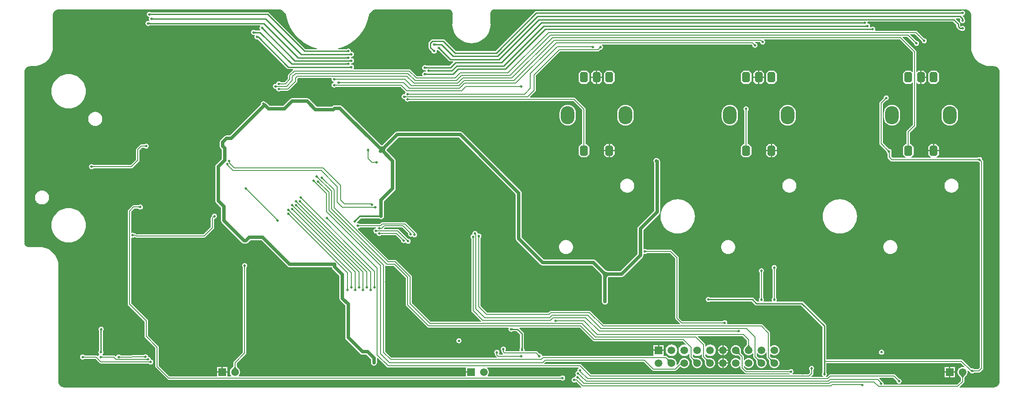
<source format=gbl>
G04*
G04 #@! TF.GenerationSoftware,Altium Limited,Altium Designer,20.0.13 (296)*
G04*
G04 Layer_Physical_Order=2*
G04 Layer_Color=16711680*
%FSLAX44Y44*%
%MOMM*%
G71*
G01*
G75*
%ADD15C,0.1524*%
%ADD81C,0.2032*%
%ADD82C,0.2540*%
%ADD83C,0.3048*%
%ADD84C,0.6350*%
%ADD86C,1.5000*%
%ADD87R,1.5000X1.5000*%
G04:AMPARAMS|DCode=88|XSize=1.6mm|YSize=2.1mm|CornerRadius=0mm|HoleSize=0mm|Usage=FLASHONLY|Rotation=180.000|XOffset=0mm|YOffset=0mm|HoleType=Round|Shape=Octagon|*
%AMOCTAGOND88*
4,1,8,0.4000,-1.0500,-0.4000,-1.0500,-0.8000,-0.6500,-0.8000,0.6500,-0.4000,1.0500,0.4000,1.0500,0.8000,0.6500,0.8000,-0.6500,0.4000,-1.0500,0.0*
%
%ADD88OCTAGOND88*%

%ADD89O,2.7000X3.6000*%
%ADD90C,0.5000*%
G36*
X1694424Y623458D02*
X1694321Y623550D01*
X1694199Y623631D01*
X1694059Y623703D01*
X1693900Y623766D01*
X1693722Y623818D01*
X1693526Y623862D01*
X1693311Y623895D01*
X1693078Y623919D01*
X1692556Y623938D01*
Y626478D01*
X1692827Y626483D01*
X1693311Y626522D01*
X1693526Y626555D01*
X1693722Y626598D01*
X1693900Y626651D01*
X1694059Y626714D01*
X1694199Y626786D01*
X1694321Y626867D01*
X1694424Y626958D01*
Y623458D01*
D02*
G37*
G36*
X92981Y624282D02*
X93101Y624227D01*
X93241Y624179D01*
X93399Y624137D01*
X93577Y624102D01*
X93990Y624050D01*
X94225Y624034D01*
X94753Y624021D01*
X95302Y621481D01*
X95033Y621475D01*
X94554Y621429D01*
X94345Y621389D01*
X94155Y621336D01*
X93986Y621272D01*
X93838Y621197D01*
X93709Y621110D01*
X93600Y621011D01*
X93512Y620901D01*
X92880Y624343D01*
X92981Y624282D01*
D02*
G37*
G36*
X96953Y615257D02*
X97076Y615190D01*
X97218Y615130D01*
X97379Y615078D01*
X97558Y615034D01*
X97756Y614999D01*
X98206Y614951D01*
X98459Y614939D01*
X98731Y614935D01*
X99035Y612395D01*
X98765Y612389D01*
X98283Y612346D01*
X98071Y612308D01*
X97879Y612259D01*
X97705Y612199D01*
X97551Y612128D01*
X97416Y612047D01*
X97301Y611954D01*
X97205Y611851D01*
X96848Y615333D01*
X96953Y615257D01*
D02*
G37*
G36*
X1697484Y613347D02*
X1697518Y612860D01*
X1697547Y612648D01*
X1697586Y612456D01*
X1697632Y612285D01*
X1697687Y612135D01*
X1697751Y612005D01*
X1697823Y611896D01*
X1697904Y611807D01*
X1694516D01*
X1694596Y611896D01*
X1694668Y612005D01*
X1694732Y612135D01*
X1694787Y612285D01*
X1694834Y612456D01*
X1694872Y612648D01*
X1694902Y612860D01*
X1694935Y613347D01*
X1694940Y613622D01*
X1697480D01*
X1697484Y613347D01*
D02*
G37*
G36*
X540980Y632346D02*
X682000D01*
Y632332D01*
X683898Y632082D01*
X685666Y631350D01*
X687185Y630185D01*
X688350Y628666D01*
X689082Y626898D01*
X689332Y625000D01*
X689345D01*
Y603000D01*
X689345Y603000D01*
X689280D01*
X689745Y597099D01*
X691126Y591344D01*
X693391Y585876D01*
X696484Y580829D01*
X700328Y576328D01*
X704829Y572484D01*
X709876Y569391D01*
X715344Y567126D01*
X721099Y565745D01*
X727000Y565280D01*
X732901Y565745D01*
X738656Y567126D01*
X744124Y569391D01*
X749171Y572484D01*
X753672Y576328D01*
X757516Y580829D01*
X760609Y585876D01*
X762874Y591344D01*
X764255Y597099D01*
X764720Y603000D01*
X764654D01*
Y625000D01*
X764668D01*
X764918Y626898D01*
X765650Y628666D01*
X766815Y630185D01*
X768334Y631350D01*
X770102Y632082D01*
X772000Y632332D01*
Y632346D01*
X1699734D01*
X1699754Y632346D01*
X1701000Y632345D01*
X1702216Y632215D01*
X1704203Y631954D01*
X1707188Y630717D01*
X1709751Y628751D01*
X1711717Y626188D01*
X1712954Y623203D01*
X1713363Y620090D01*
X1713345Y620000D01*
Y558000D01*
X1713280D01*
X1713745Y552099D01*
X1715126Y546344D01*
X1717391Y540876D01*
X1720484Y535829D01*
X1724328Y531328D01*
X1728829Y527484D01*
X1733876Y524391D01*
X1739344Y522126D01*
X1745099Y520745D01*
X1751000Y520280D01*
Y520345D01*
X1757000D01*
X1757090Y520364D01*
X1760203Y519954D01*
X1763188Y518717D01*
X1765751Y516751D01*
X1767717Y514188D01*
X1768954Y511203D01*
X1769214Y509226D01*
X1769345Y508000D01*
X1769346Y508000D01*
X1769346Y506754D01*
Y-101734D01*
X1769346Y-101754D01*
X1769345Y-103000D01*
X1769215Y-104216D01*
X1768954Y-106203D01*
X1767717Y-109188D01*
X1765751Y-111751D01*
X1763188Y-113717D01*
X1760203Y-114954D01*
X1757090Y-115364D01*
X1757000Y-115345D01*
X1690665D01*
X1690179Y-114172D01*
X1698740Y-105611D01*
X1699470Y-104519D01*
X1699726Y-103230D01*
Y-96820D01*
X1699762Y-96687D01*
X1699875Y-96408D01*
X1700083Y-96016D01*
X1700389Y-95531D01*
X1700766Y-95011D01*
X1702652Y-92852D01*
X1703298Y-92203D01*
X1703520Y-92032D01*
X1705130Y-89935D01*
X1706141Y-87493D01*
X1706486Y-84872D01*
X1706162Y-82405D01*
X1706461Y-82117D01*
X1707313Y-81760D01*
X1709880Y-84327D01*
X1709880Y-84327D01*
X1711056Y-85113D01*
X1711230Y-85148D01*
X1711776Y-85965D01*
X1713443Y-87079D01*
X1715410Y-87470D01*
X1717376Y-87079D01*
X1718455Y-86358D01*
X1718638Y-86265D01*
X1718713Y-86206D01*
X1718718Y-86203D01*
X1718737Y-86197D01*
X1718770Y-86187D01*
X1718820Y-86177D01*
X1718828Y-86176D01*
X1728470D01*
X1728470Y-86176D01*
X1729857Y-85900D01*
X1731034Y-85114D01*
X1736114Y-80034D01*
X1736114Y-80034D01*
X1736900Y-78857D01*
X1737176Y-77470D01*
X1737176Y-77470D01*
Y331470D01*
X1737176Y331470D01*
X1736900Y332858D01*
X1736114Y334034D01*
X1734877Y335271D01*
X1734879Y335280D01*
X1734488Y337247D01*
X1733374Y338914D01*
X1731707Y340028D01*
X1729740Y340419D01*
X1727773Y340028D01*
X1726106Y338914D01*
X1726101Y338906D01*
X1644791D01*
X1644486Y340176D01*
X1649540Y345230D01*
Y351730D01*
X1639000D01*
X1628460D01*
Y345230D01*
X1633514Y340176D01*
X1633209Y338906D01*
X1594791D01*
X1594486Y340176D01*
X1599540Y345230D01*
Y360770D01*
X1594270Y366040D01*
X1592367D01*
Y388726D01*
X1603851Y400209D01*
X1604580Y401302D01*
X1604837Y402590D01*
Y487194D01*
X1606010Y487680D01*
X1608730Y484960D01*
X1612730D01*
Y498000D01*
Y511040D01*
X1608730D01*
X1606010Y508320D01*
X1604837Y508806D01*
Y548640D01*
X1604580Y549928D01*
X1603851Y551021D01*
X1577751Y577120D01*
X1578237Y578293D01*
X1587375D01*
X1600160Y565508D01*
X1600170Y565467D01*
X1600180Y565402D01*
X1600183Y565361D01*
X1600141Y565150D01*
X1600532Y563184D01*
X1601646Y561516D01*
X1603313Y560402D01*
X1605280Y560011D01*
X1607247Y560402D01*
X1608914Y561516D01*
X1610028Y563184D01*
X1610419Y565150D01*
X1610028Y567117D01*
X1608914Y568784D01*
X1607247Y569898D01*
X1605280Y570289D01*
X1605069Y570247D01*
X1605028Y570250D01*
X1604963Y570260D01*
X1604922Y570270D01*
X1592991Y582200D01*
X1593477Y583373D01*
X1602616D01*
X1615400Y570588D01*
X1615410Y570547D01*
X1615420Y570482D01*
X1615423Y570441D01*
X1615381Y570230D01*
X1615772Y568264D01*
X1616886Y566596D01*
X1618553Y565482D01*
X1620520Y565091D01*
X1622487Y565482D01*
X1624154Y566596D01*
X1625268Y568264D01*
X1625659Y570230D01*
X1625268Y572197D01*
X1624154Y573864D01*
X1622487Y574978D01*
X1620520Y575369D01*
X1620309Y575327D01*
X1620268Y575330D01*
X1620203Y575340D01*
X1620161Y575350D01*
X1606391Y589121D01*
X1605298Y589850D01*
X1604010Y590107D01*
X1524399D01*
X1523718Y591377D01*
X1524059Y593090D01*
X1523668Y595056D01*
X1522554Y596724D01*
X1520887Y597838D01*
X1518920Y598229D01*
X1516953Y597838D01*
X1515662Y596975D01*
X1514585D01*
X1513661Y598245D01*
X1513899Y599440D01*
X1513508Y601407D01*
X1512394Y603074D01*
X1510726Y604188D01*
X1508760Y604579D01*
X1508608Y604731D01*
X1508819Y605790D01*
X1508581Y606985D01*
X1509505Y608255D01*
X1677331D01*
X1683945Y601641D01*
Y598170D01*
X1684241Y596683D01*
X1685083Y595423D01*
X1688525Y591982D01*
X1689785Y591139D01*
X1691272Y590844D01*
X1692952D01*
X1694243Y589981D01*
X1696210Y589590D01*
X1698176Y589981D01*
X1699843Y591095D01*
X1700957Y592762D01*
X1701348Y594728D01*
X1700957Y596695D01*
X1699843Y598362D01*
X1698176Y599476D01*
X1696210Y599867D01*
X1694243Y599476D01*
X1692952Y598613D01*
X1692881D01*
X1691715Y599779D01*
Y603250D01*
X1691419Y604737D01*
X1690577Y605997D01*
X1683142Y613432D01*
X1683628Y614605D01*
X1690031D01*
X1691958Y612678D01*
X1691462Y611935D01*
X1691071Y609968D01*
X1691462Y608002D01*
X1692576Y606335D01*
X1694243Y605221D01*
X1696210Y604830D01*
X1698176Y605221D01*
X1699843Y606335D01*
X1700957Y608002D01*
X1701348Y609968D01*
X1700957Y611935D01*
X1700094Y613226D01*
Y613920D01*
X1699799Y615407D01*
X1698957Y616667D01*
X1696743Y618881D01*
X1697161Y620259D01*
X1698176Y620461D01*
X1699843Y621575D01*
X1700957Y623242D01*
X1701348Y625208D01*
X1700957Y627175D01*
X1699843Y628842D01*
X1698176Y629956D01*
X1696210Y630347D01*
X1694243Y629956D01*
X1692952Y629093D01*
X855078D01*
X853592Y628797D01*
X852332Y627955D01*
X774361Y549985D01*
X696157D01*
X674217Y571925D01*
X672956Y572767D01*
X671470Y573063D01*
X649880D01*
X648393Y572767D01*
X647133Y571925D01*
X643323Y568115D01*
X642481Y566855D01*
X642185Y565368D01*
Y557148D01*
X642481Y555662D01*
X643323Y554402D01*
X648339Y549385D01*
X648642Y547862D01*
X649756Y546195D01*
X651423Y545081D01*
X653390Y544690D01*
X655356Y545081D01*
X657023Y546195D01*
X658137Y547862D01*
X658528Y549828D01*
X658180Y551579D01*
X658694Y552119D01*
X659210Y552419D01*
X660463Y551581D01*
X661987Y551278D01*
X682611Y530653D01*
X683872Y529811D01*
X685358Y529515D01*
X690694D01*
X691180Y528342D01*
X683831Y520993D01*
X637898D01*
X636606Y521856D01*
X634640Y522247D01*
X632673Y521856D01*
X631006Y520742D01*
X629892Y519075D01*
X629501Y517108D01*
X629892Y515142D01*
X631006Y513475D01*
X632673Y512361D01*
X634640Y511970D01*
X636126Y512265D01*
X637117Y511476D01*
X637226Y511288D01*
X637121Y510758D01*
X637226Y510229D01*
X637117Y510041D01*
X636126Y509252D01*
X634640Y509547D01*
X632673Y509156D01*
X631006Y508042D01*
X629892Y506375D01*
X629501Y504408D01*
X629892Y502442D01*
X630718Y501207D01*
X630148Y499937D01*
X619884D01*
X606901Y512921D01*
X605808Y513650D01*
X604520Y513907D01*
X494967D01*
X494288Y515177D01*
X494968Y516194D01*
X495359Y518160D01*
X494968Y520126D01*
X493854Y521794D01*
X492187Y522908D01*
X490220Y523299D01*
X489276Y524263D01*
Y524757D01*
X490220Y525721D01*
X492187Y526112D01*
X493854Y527226D01*
X494968Y528894D01*
X495359Y530860D01*
X494968Y532826D01*
X493854Y534494D01*
X492187Y535608D01*
X490220Y535999D01*
X489891Y535933D01*
X488993Y536831D01*
X489009Y536910D01*
X488900Y537457D01*
X489798Y538355D01*
X490220Y538271D01*
X492187Y538662D01*
X493854Y539776D01*
X494968Y541443D01*
X495359Y543410D01*
X494968Y545377D01*
X493854Y547044D01*
X492187Y548158D01*
X490220Y548549D01*
X489798Y548465D01*
X488900Y549363D01*
X489009Y549910D01*
X488618Y551876D01*
X487504Y553544D01*
X485836Y554658D01*
X483870Y555049D01*
X481903Y554658D01*
X480612Y553795D01*
X463997D01*
X463840Y555065D01*
X467007Y555858D01*
X474649Y558592D01*
X481986Y562062D01*
X488947Y566235D01*
X495466Y571070D01*
X501480Y576520D01*
X506930Y582534D01*
X511765Y589053D01*
X515938Y596014D01*
X519408Y603351D01*
X522142Y610993D01*
X524013Y618463D01*
X524013D01*
X524345Y619655D01*
X524947Y621641D01*
X526551Y624641D01*
X528709Y627271D01*
X531339Y629428D01*
X534339Y631032D01*
X537594Y632020D01*
X540954Y632351D01*
X540980Y632346D01*
D02*
G37*
G36*
X1501895Y604040D02*
X1501791Y604131D01*
X1501669Y604213D01*
X1501529Y604285D01*
X1501370Y604347D01*
X1501192Y604400D01*
X1500996Y604443D01*
X1500782Y604477D01*
X1500549Y604501D01*
X1500027Y604520D01*
Y607060D01*
X1500297Y607065D01*
X1500782Y607103D01*
X1500996Y607137D01*
X1501192Y607180D01*
X1501370Y607233D01*
X1501529Y607295D01*
X1501669Y607367D01*
X1501791Y607449D01*
X1501895Y607540D01*
Y604040D01*
D02*
G37*
G36*
X90748Y606223D02*
X90871Y606145D01*
X91012Y606075D01*
X91172Y606015D01*
X91350Y605964D01*
X91547Y605923D01*
X91762Y605890D01*
X92247Y605853D01*
X92518Y605849D01*
X92587Y603309D01*
X92317Y603304D01*
X91833Y603264D01*
X91619Y603229D01*
X91423Y603185D01*
X91247Y603130D01*
X91088Y603065D01*
X90949Y602991D01*
X90828Y602907D01*
X90726Y602812D01*
X90644Y606311D01*
X90748Y606223D01*
D02*
G37*
G36*
X1506975Y597690D02*
X1506871Y597781D01*
X1506749Y597863D01*
X1506609Y597935D01*
X1506450Y597997D01*
X1506272Y598050D01*
X1506076Y598093D01*
X1505862Y598127D01*
X1505629Y598151D01*
X1505107Y598170D01*
Y600710D01*
X1505377Y600715D01*
X1505862Y600753D01*
X1506076Y600787D01*
X1506272Y600830D01*
X1506450Y600883D01*
X1506609Y600945D01*
X1506749Y601017D01*
X1506871Y601099D01*
X1506975Y601190D01*
Y597690D01*
D02*
G37*
G36*
X1694424Y592978D02*
X1694321Y593070D01*
X1694199Y593151D01*
X1694059Y593223D01*
X1693900Y593286D01*
X1693722Y593338D01*
X1693526Y593382D01*
X1693311Y593415D01*
X1693078Y593439D01*
X1692556Y593458D01*
Y595998D01*
X1692827Y596003D01*
X1693311Y596042D01*
X1693526Y596075D01*
X1693722Y596118D01*
X1693900Y596171D01*
X1694059Y596234D01*
X1694199Y596306D01*
X1694321Y596387D01*
X1694424Y596478D01*
Y592978D01*
D02*
G37*
G36*
X316199Y595467D02*
X316227Y595323D01*
X316275Y595173D01*
X316344Y595017D01*
X316432Y594854D01*
X316540Y594685D01*
X316668Y594509D01*
X316816Y594327D01*
X317171Y593945D01*
X315375Y592149D01*
X315181Y592336D01*
X314811Y592652D01*
X314635Y592780D01*
X314466Y592888D01*
X314303Y592976D01*
X314147Y593045D01*
X313997Y593093D01*
X313853Y593121D01*
X313715Y593130D01*
X316190Y595605D01*
X316199Y595467D01*
D02*
G37*
G36*
X1517135Y591340D02*
X1517031Y591431D01*
X1516909Y591513D01*
X1516769Y591585D01*
X1516610Y591647D01*
X1516432Y591700D01*
X1516236Y591743D01*
X1516022Y591777D01*
X1515789Y591801D01*
X1515267Y591820D01*
Y594360D01*
X1515537Y594365D01*
X1516022Y594403D01*
X1516236Y594437D01*
X1516432Y594480D01*
X1516610Y594533D01*
X1516769Y594595D01*
X1516909Y594667D01*
X1517031Y594749D01*
X1517135Y594840D01*
Y591340D01*
D02*
G37*
G36*
X299006Y588467D02*
X299129Y588390D01*
X299270Y588322D01*
X299430Y588263D01*
X299609Y588214D01*
X299806Y588173D01*
X300021Y588141D01*
X300507Y588105D01*
X300777Y588100D01*
X300884Y585560D01*
X300614Y585555D01*
X300130Y585515D01*
X299917Y585480D01*
X299722Y585434D01*
X299545Y585379D01*
X299388Y585313D01*
X299249Y585237D01*
X299129Y585151D01*
X299027Y585056D01*
X298901Y588553D01*
X299006Y588467D01*
D02*
G37*
G36*
X1618480Y573362D02*
X1618657Y573227D01*
X1618846Y573108D01*
X1619046Y573005D01*
X1619258Y572919D01*
X1619482Y572849D01*
X1619718Y572795D01*
X1619965Y572757D01*
X1620224Y572735D01*
X1620495Y572730D01*
X1618020Y570255D01*
X1618015Y570526D01*
X1617993Y570785D01*
X1617955Y571032D01*
X1617901Y571268D01*
X1617831Y571492D01*
X1617745Y571704D01*
X1617642Y571904D01*
X1617523Y572093D01*
X1617388Y572270D01*
X1617237Y572435D01*
X1618315Y573513D01*
X1618480Y573362D01*
D02*
G37*
G36*
X1299710Y570822D02*
X1299887Y570687D01*
X1300076Y570568D01*
X1300276Y570465D01*
X1300488Y570379D01*
X1300712Y570308D01*
X1300948Y570255D01*
X1301195Y570217D01*
X1301454Y570195D01*
X1301725Y570190D01*
X1299250Y567715D01*
X1299245Y567986D01*
X1299223Y568245D01*
X1299185Y568492D01*
X1299131Y568728D01*
X1299061Y568952D01*
X1298975Y569164D01*
X1298872Y569365D01*
X1298753Y569553D01*
X1298618Y569730D01*
X1298467Y569896D01*
X1299545Y570973D01*
X1299710Y570822D01*
D02*
G37*
G36*
X1603240Y568282D02*
X1603417Y568147D01*
X1603605Y568028D01*
X1603806Y567925D01*
X1604018Y567839D01*
X1604242Y567769D01*
X1604478Y567715D01*
X1604725Y567677D01*
X1604984Y567655D01*
X1605255Y567650D01*
X1602780Y565175D01*
X1602775Y565446D01*
X1602753Y565705D01*
X1602715Y565952D01*
X1602661Y566188D01*
X1602591Y566412D01*
X1602505Y566624D01*
X1602402Y566824D01*
X1602283Y567013D01*
X1602148Y567190D01*
X1601997Y567355D01*
X1603074Y568433D01*
X1603240Y568282D01*
D02*
G37*
G36*
X1284470Y564472D02*
X1284647Y564337D01*
X1284836Y564218D01*
X1285036Y564115D01*
X1285248Y564029D01*
X1285472Y563959D01*
X1285708Y563905D01*
X1285955Y563867D01*
X1286214Y563845D01*
X1286485Y563840D01*
X1284010Y561365D01*
X1284005Y561636D01*
X1283983Y561895D01*
X1283945Y562142D01*
X1283891Y562378D01*
X1283821Y562602D01*
X1283735Y562814D01*
X1283632Y563014D01*
X1283513Y563203D01*
X1283378Y563380D01*
X1283227Y563545D01*
X1284305Y564623D01*
X1284470Y564472D01*
D02*
G37*
G36*
X655578Y564487D02*
X655700Y564406D01*
X655841Y564334D01*
X656000Y564271D01*
X656177Y564218D01*
X656373Y564175D01*
X656588Y564142D01*
X656821Y564118D01*
X657343Y564098D01*
Y561558D01*
X657073Y561554D01*
X656588Y561515D01*
X656373Y561482D01*
X656177Y561438D01*
X656000Y561386D01*
X655841Y561323D01*
X655700Y561251D01*
X655578Y561170D01*
X655475Y561078D01*
Y564578D01*
X655578Y564487D01*
D02*
G37*
G36*
X981685Y555030D02*
X981414Y555025D01*
X981155Y555003D01*
X980908Y554965D01*
X980672Y554911D01*
X980448Y554841D01*
X980236Y554755D01*
X980035Y554652D01*
X979847Y554533D01*
X979670Y554398D01*
X979504Y554247D01*
X978427Y555325D01*
X978578Y555490D01*
X978713Y555667D01*
X978832Y555855D01*
X978935Y556056D01*
X979021Y556268D01*
X979091Y556492D01*
X979145Y556728D01*
X979183Y556975D01*
X979205Y557234D01*
X979210Y557505D01*
X981685Y555030D01*
D02*
G37*
G36*
X348406Y632020D02*
X351661Y631032D01*
X354661Y629428D01*
X357291Y627271D01*
X359449Y624641D01*
X361053Y621641D01*
X361655Y619655D01*
X361987Y618463D01*
X362293Y617242D01*
X363858Y610993D01*
X366592Y603351D01*
X370062Y596014D01*
X374235Y589053D01*
X379070Y582534D01*
X384520Y576520D01*
X390534Y571070D01*
X397053Y566235D01*
X404014Y562062D01*
X411351Y558592D01*
X418993Y555858D01*
X422160Y555065D01*
X422003Y553795D01*
X399119D01*
X327416Y625498D01*
X326155Y626340D01*
X324669Y626636D01*
X94184Y626636D01*
X93991Y626660D01*
X93982Y626663D01*
X93406Y627048D01*
X91440Y627439D01*
X89473Y627048D01*
X87806Y625934D01*
X86692Y624267D01*
X86301Y622300D01*
X86692Y620334D01*
X87806Y618666D01*
X89473Y617552D01*
X90317Y617385D01*
X90901Y615974D01*
X90502Y615377D01*
X90111Y613410D01*
X90502Y611443D01*
X91132Y610501D01*
X90362Y609368D01*
X88900Y609659D01*
X86933Y609268D01*
X85266Y608154D01*
X84152Y606487D01*
X83761Y604520D01*
X84152Y602553D01*
X85266Y600886D01*
X86933Y599772D01*
X88900Y599381D01*
X90866Y599772D01*
X92246Y600694D01*
X309911Y600694D01*
X310296Y599424D01*
X310056Y599264D01*
X308942Y597597D01*
X308551Y595630D01*
X308942Y593663D01*
X310056Y591996D01*
X309777Y590816D01*
X309688Y590715D01*
X300330D01*
X300306Y590717D01*
X300298Y590718D01*
X299146Y591488D01*
X297180Y591879D01*
X295214Y591488D01*
X293546Y590374D01*
X292432Y588707D01*
X292041Y586740D01*
X292432Y584773D01*
X293546Y583106D01*
X295214Y581992D01*
X297180Y581601D01*
X298642Y581892D01*
X299412Y580759D01*
X298782Y579817D01*
X298391Y577850D01*
X298782Y575883D01*
X299896Y574216D01*
X301563Y573102D01*
X303530Y572711D01*
X305352Y573074D01*
X363013Y515413D01*
X364273Y514571D01*
X365760Y514275D01*
X374551D01*
X374936Y513005D01*
X374809Y512921D01*
X365919Y504031D01*
X365190Y502938D01*
X364933Y501650D01*
Y495424D01*
X358016Y488507D01*
X350584D01*
X350548Y488529D01*
X350494Y488569D01*
X350463Y488595D01*
X350344Y488774D01*
X348676Y489888D01*
X346710Y490279D01*
X344743Y489888D01*
X343076Y488774D01*
X341962Y487107D01*
X341571Y485140D01*
X341419Y484988D01*
X340360Y485199D01*
X338394Y484808D01*
X336726Y483694D01*
X335612Y482026D01*
X335221Y480060D01*
X335612Y478093D01*
X336726Y476426D01*
X338394Y475312D01*
X340360Y474921D01*
X341419Y475132D01*
X341571Y474980D01*
X341962Y473013D01*
X343076Y471346D01*
X344743Y470232D01*
X346710Y469841D01*
X348676Y470232D01*
X350344Y471346D01*
X350463Y471525D01*
X350494Y471551D01*
X350548Y471591D01*
X350584Y471613D01*
X364490D01*
X365778Y471870D01*
X366871Y472599D01*
X382111Y487839D01*
X382840Y488932D01*
X383097Y490220D01*
Y495176D01*
X384935Y497013D01*
X450451D01*
X451132Y495743D01*
X450791Y494030D01*
X451182Y492063D01*
X452296Y490396D01*
X453964Y489282D01*
X455572Y488962D01*
Y487668D01*
X453964Y487348D01*
X452296Y486234D01*
X451182Y484566D01*
X450791Y482600D01*
X451182Y480634D01*
X452296Y478966D01*
X453964Y477852D01*
X455930Y477461D01*
X457896Y477852D01*
X459564Y478966D01*
X459683Y479145D01*
X459714Y479171D01*
X459768Y479211D01*
X459804Y479233D01*
X586615D01*
X596358Y469491D01*
X596973Y468603D01*
X596521Y467622D01*
X595962Y466786D01*
X595571Y464820D01*
X595419Y464668D01*
X594360Y464879D01*
X592393Y464488D01*
X590726Y463374D01*
X589612Y461707D01*
X589221Y459740D01*
X589612Y457774D01*
X590726Y456106D01*
X592393Y454992D01*
X594360Y454601D01*
X595419Y454812D01*
X595571Y454660D01*
X595962Y452693D01*
X597076Y451026D01*
X598744Y449912D01*
X600710Y449521D01*
X602677Y449912D01*
X604344Y451026D01*
X604463Y451205D01*
X604494Y451231D01*
X604548Y451271D01*
X604584Y451293D01*
X928245D01*
X945633Y433905D01*
Y366040D01*
X943730D01*
X938460Y360770D01*
Y345230D01*
X943730Y339960D01*
X954270D01*
X959540Y345230D01*
Y360770D01*
X954270Y366040D01*
X952367D01*
Y435300D01*
X952110Y436588D01*
X951381Y437681D01*
X932021Y457041D01*
X930928Y457770D01*
X929640Y458027D01*
X842907D01*
X842421Y459200D01*
X853281Y470059D01*
X854010Y471152D01*
X854267Y472440D01*
Y501525D01*
X901824Y549083D01*
X976630D01*
X977918Y549340D01*
X979011Y550069D01*
X981351Y552410D01*
X981393Y552420D01*
X981458Y552430D01*
X981499Y552433D01*
X981710Y552391D01*
X983677Y552782D01*
X985344Y553896D01*
X986458Y555564D01*
X986849Y557530D01*
X986458Y559496D01*
X985344Y561164D01*
X984416Y561783D01*
X984801Y563053D01*
X1280036D01*
X1281390Y561698D01*
X1281400Y561657D01*
X1281410Y561592D01*
X1281413Y561551D01*
X1281371Y561340D01*
X1281762Y559374D01*
X1282876Y557706D01*
X1284543Y556592D01*
X1286510Y556201D01*
X1288477Y556592D01*
X1290144Y557706D01*
X1291258Y559374D01*
X1291649Y561340D01*
X1291258Y563307D01*
X1290144Y564974D01*
X1288477Y566088D01*
X1286776Y566426D01*
X1286435Y566863D01*
X1287052Y568127D01*
X1287061Y568133D01*
X1295405D01*
X1296611Y567690D01*
X1297002Y565723D01*
X1298116Y564056D01*
X1299783Y562942D01*
X1301750Y562551D01*
X1303716Y562942D01*
X1305384Y564056D01*
X1306498Y565723D01*
X1306889Y567690D01*
X1306498Y569656D01*
X1305384Y571324D01*
X1304456Y571943D01*
X1304841Y573213D01*
X1572135D01*
X1598103Y547245D01*
Y508866D01*
X1596930Y508380D01*
X1594270Y511040D01*
X1583730D01*
X1578460Y505770D01*
Y490230D01*
X1583730Y484960D01*
X1594270D01*
X1596930Y487620D01*
X1598103Y487134D01*
Y403984D01*
X1586619Y392501D01*
X1585890Y391408D01*
X1585633Y390120D01*
Y366040D01*
X1583730D01*
X1578460Y360770D01*
Y345230D01*
X1583514Y340176D01*
X1583209Y338906D01*
X1558522D01*
X1555566Y341862D01*
Y348726D01*
X1555513Y348992D01*
X1555808Y349434D01*
X1556199Y351400D01*
X1555808Y353367D01*
X1554694Y355034D01*
X1553026Y356147D01*
X1551060Y356539D01*
X1551051Y356537D01*
X1539056Y368532D01*
Y445538D01*
X1545581Y452063D01*
X1545590Y452061D01*
X1547556Y452452D01*
X1549224Y453566D01*
X1550338Y455233D01*
X1550729Y457200D01*
X1550338Y459166D01*
X1549224Y460834D01*
X1547556Y461948D01*
X1545590Y462339D01*
X1543624Y461948D01*
X1541956Y460834D01*
X1540842Y459166D01*
X1540451Y457200D01*
X1540453Y457191D01*
X1532866Y449604D01*
X1532080Y448428D01*
X1531804Y447040D01*
X1531804Y447040D01*
Y367030D01*
X1531804Y367030D01*
X1532080Y365643D01*
X1532866Y364466D01*
X1545923Y351409D01*
X1545921Y351400D01*
X1546313Y349434D01*
X1547426Y347766D01*
X1548314Y347173D01*
Y340360D01*
X1548314Y340360D01*
X1548590Y338973D01*
X1549376Y337796D01*
X1554456Y332716D01*
X1554456Y332716D01*
X1555632Y331930D01*
X1557020Y331654D01*
X1557020Y331654D01*
X1726101D01*
X1726106Y331646D01*
X1727773Y330532D01*
X1729740Y330141D01*
X1729924Y328908D01*
Y-75968D01*
X1726968Y-78924D01*
X1719195D01*
X1719043Y-78698D01*
X1717376Y-77584D01*
X1715410Y-77193D01*
X1713443Y-77584D01*
X1713412Y-77605D01*
X1696744Y-60936D01*
X1695567Y-60150D01*
X1694180Y-59874D01*
X1694180Y-59874D01*
X1427555D01*
Y6350D01*
X1427259Y7837D01*
X1426417Y9097D01*
X1381967Y53547D01*
X1380707Y54389D01*
X1379220Y54685D01*
X1329703D01*
X1329024Y55955D01*
X1329358Y56453D01*
X1329749Y58420D01*
X1329358Y60387D01*
X1328244Y62054D01*
X1328065Y62173D01*
X1328039Y62204D01*
X1327999Y62258D01*
X1327977Y62294D01*
Y118046D01*
X1327999Y118082D01*
X1328039Y118136D01*
X1328065Y118167D01*
X1328244Y118286D01*
X1329358Y119953D01*
X1329749Y121920D01*
X1329358Y123886D01*
X1328244Y125554D01*
X1326577Y126668D01*
X1324610Y127059D01*
X1322643Y126668D01*
X1320976Y125554D01*
X1319862Y123886D01*
X1319471Y121920D01*
X1319862Y119953D01*
X1320976Y118286D01*
X1321155Y118167D01*
X1321181Y118136D01*
X1321221Y118082D01*
X1321243Y118046D01*
Y62294D01*
X1321221Y62258D01*
X1321181Y62204D01*
X1321155Y62173D01*
X1320976Y62054D01*
X1319862Y60387D01*
X1319471Y58420D01*
X1319862Y56453D01*
X1320196Y55955D01*
X1319517Y54685D01*
X1304303D01*
X1303624Y55955D01*
X1303958Y56453D01*
X1304349Y58420D01*
X1303958Y60387D01*
X1302844Y62054D01*
X1302665Y62173D01*
X1302639Y62204D01*
X1302599Y62258D01*
X1302577Y62294D01*
Y111696D01*
X1302599Y111732D01*
X1302639Y111786D01*
X1302665Y111817D01*
X1302844Y111936D01*
X1303958Y113603D01*
X1304349Y115570D01*
X1303958Y117536D01*
X1302844Y119204D01*
X1301176Y120318D01*
X1299210Y120709D01*
X1297243Y120318D01*
X1295576Y119204D01*
X1294462Y117536D01*
X1294071Y115570D01*
X1294462Y113603D01*
X1295576Y111936D01*
X1295755Y111817D01*
X1295781Y111786D01*
X1295821Y111732D01*
X1295843Y111696D01*
Y62294D01*
X1295821Y62258D01*
X1295781Y62204D01*
X1295755Y62173D01*
X1295576Y62054D01*
X1294462Y60387D01*
X1294071Y58420D01*
X1294462Y56453D01*
X1294796Y55955D01*
X1294117Y54685D01*
X1290659D01*
X1283958Y61385D01*
X1282698Y62227D01*
X1281212Y62523D01*
X1197968D01*
X1196676Y63386D01*
X1194710Y63777D01*
X1192743Y63386D01*
X1191076Y62272D01*
X1189962Y60605D01*
X1189571Y58638D01*
X1189962Y56672D01*
X1191076Y55005D01*
X1192743Y53891D01*
X1194710Y53500D01*
X1196676Y53891D01*
X1197968Y54754D01*
X1279603D01*
X1286303Y48053D01*
X1287563Y47211D01*
X1289050Y46915D01*
X1377611D01*
X1419785Y4741D01*
Y-64770D01*
Y-85642D01*
X1418922Y-86933D01*
X1418531Y-88900D01*
X1418922Y-90866D01*
X1420036Y-92534D01*
X1420964Y-93153D01*
X1420578Y-94423D01*
X1397897D01*
X1397411Y-93250D01*
X1400641Y-90021D01*
X1401370Y-88928D01*
X1401627Y-87640D01*
X1401627Y-87640D01*
Y-81125D01*
X1401649Y-81089D01*
X1401689Y-81036D01*
X1401715Y-81004D01*
X1401894Y-80885D01*
X1403008Y-79218D01*
X1403399Y-77252D01*
X1403008Y-75285D01*
X1401894Y-73618D01*
X1400226Y-72504D01*
X1398260Y-72113D01*
X1396293Y-72504D01*
X1394626Y-73618D01*
X1393512Y-75285D01*
X1393121Y-77252D01*
X1393512Y-79218D01*
X1394626Y-80885D01*
X1394805Y-81004D01*
X1394831Y-81036D01*
X1394871Y-81089D01*
X1394893Y-81125D01*
Y-86245D01*
X1391796Y-89343D01*
X1360721D01*
X1360336Y-88073D01*
X1361264Y-87454D01*
X1362378Y-85787D01*
X1362769Y-83820D01*
X1362378Y-81854D01*
X1361264Y-80186D01*
X1359597Y-79072D01*
X1357630Y-78681D01*
X1355663Y-79072D01*
X1353996Y-80186D01*
X1353877Y-80365D01*
X1353846Y-80391D01*
X1353792Y-80431D01*
X1353756Y-80453D01*
X1270125D01*
X1264477Y-74805D01*
Y-73259D01*
X1265747Y-72828D01*
X1266839Y-74252D01*
X1268937Y-75862D01*
X1271379Y-76873D01*
X1274000Y-77218D01*
X1276621Y-76873D01*
X1279063Y-75862D01*
X1281161Y-74252D01*
X1282770Y-72155D01*
X1283782Y-69713D01*
X1284127Y-67092D01*
X1283782Y-64471D01*
X1282770Y-62028D01*
X1281161Y-59931D01*
X1279063Y-58322D01*
X1276621Y-57310D01*
X1274000Y-56965D01*
X1271379Y-57310D01*
X1268937Y-58322D01*
X1266839Y-59931D01*
X1265747Y-61355D01*
X1264477Y-60924D01*
Y-54202D01*
X1264220Y-52913D01*
X1263491Y-51821D01*
X1259430Y-47760D01*
X1259360Y-47641D01*
X1259243Y-47363D01*
X1259113Y-46940D01*
X1258987Y-46380D01*
X1258885Y-45745D01*
X1258693Y-42885D01*
X1258690Y-41970D01*
X1258727Y-41692D01*
X1258382Y-39071D01*
X1257370Y-36628D01*
X1255761Y-34531D01*
X1253663Y-32922D01*
X1251221Y-31910D01*
X1248600Y-31565D01*
X1245979Y-31910D01*
X1243537Y-32922D01*
X1241439Y-34531D01*
X1239830Y-36628D01*
X1238818Y-39071D01*
X1238473Y-41692D01*
X1238818Y-44313D01*
X1239830Y-46755D01*
X1241439Y-48852D01*
X1243537Y-50462D01*
X1245979Y-51473D01*
X1248600Y-51818D01*
X1248878Y-51782D01*
X1249839Y-51785D01*
X1250846Y-51817D01*
X1252628Y-51972D01*
X1253288Y-52078D01*
X1253848Y-52204D01*
X1254271Y-52335D01*
X1254549Y-52452D01*
X1254669Y-52521D01*
X1257743Y-55596D01*
Y-60429D01*
X1256473Y-60860D01*
X1255761Y-59931D01*
X1253663Y-58322D01*
X1251221Y-57310D01*
X1248600Y-56965D01*
X1245979Y-57310D01*
X1243537Y-58322D01*
X1241439Y-59931D01*
X1239830Y-62028D01*
X1238818Y-64471D01*
X1238473Y-67092D01*
X1238818Y-69713D01*
X1239830Y-72155D01*
X1241439Y-74252D01*
X1243537Y-75862D01*
X1245979Y-76873D01*
X1248600Y-77218D01*
X1251221Y-76873D01*
X1253663Y-75862D01*
X1255761Y-74252D01*
X1256473Y-73323D01*
X1257743Y-73755D01*
Y-76200D01*
X1258000Y-77488D01*
X1258729Y-78581D01*
X1266349Y-86201D01*
X1267442Y-86930D01*
X1268730Y-87187D01*
X1353756D01*
X1353792Y-87209D01*
X1353846Y-87249D01*
X1353877Y-87275D01*
X1353996Y-87454D01*
X1354924Y-88073D01*
X1354539Y-89343D01*
X962785D01*
X943451Y-70009D01*
X942358Y-69280D01*
X941070Y-69023D01*
X870984D01*
X870458Y-67753D01*
X873885Y-64327D01*
X1066675D01*
X1083469Y-81121D01*
X1084562Y-81850D01*
X1085850Y-82107D01*
X1129030D01*
X1130318Y-81850D01*
X1131411Y-81121D01*
X1138481Y-74050D01*
X1139748Y-74133D01*
X1139839Y-74252D01*
X1141937Y-75862D01*
X1144379Y-76873D01*
X1147000Y-77218D01*
X1149621Y-76873D01*
X1152063Y-75862D01*
X1154161Y-74252D01*
X1155770Y-72155D01*
X1156782Y-69713D01*
X1157127Y-67092D01*
X1156782Y-64471D01*
X1155770Y-62028D01*
X1154161Y-59931D01*
X1152063Y-58322D01*
X1149621Y-57310D01*
X1147000Y-56965D01*
X1144379Y-57310D01*
X1141937Y-58322D01*
X1139839Y-59931D01*
X1138230Y-62028D01*
X1137218Y-64471D01*
X1136973Y-66338D01*
X1136063Y-66946D01*
X1132374Y-70634D01*
X1131298Y-69915D01*
X1131382Y-69713D01*
X1131727Y-67092D01*
X1131382Y-64471D01*
X1130370Y-62028D01*
X1128761Y-59931D01*
X1126663Y-58322D01*
X1124221Y-57310D01*
X1121600Y-56965D01*
X1121322Y-57002D01*
X1120361Y-56999D01*
X1119354Y-56966D01*
X1117572Y-56811D01*
X1116912Y-56705D01*
X1116352Y-56579D01*
X1115929Y-56448D01*
X1115651Y-56331D01*
X1115531Y-56262D01*
X1112769Y-53499D01*
X1111677Y-52770D01*
X1110388Y-52513D01*
X1107186D01*
X1106240Y-51732D01*
X1106240Y-51243D01*
Y-42962D01*
X1086160D01*
Y-51243D01*
X1086160Y-51732D01*
X1085214Y-52513D01*
X868680D01*
X867392Y-52770D01*
X867382Y-52776D01*
X865970Y-52192D01*
X865808Y-51374D01*
X864694Y-49706D01*
X863027Y-48592D01*
X861060Y-48201D01*
X860849Y-48243D01*
X860808Y-48240D01*
X860743Y-48230D01*
X860702Y-48220D01*
X857091Y-44609D01*
X855998Y-43880D01*
X854710Y-43623D01*
X832249D01*
X831568Y-42353D01*
X831909Y-40640D01*
X831518Y-38674D01*
X830655Y-37382D01*
Y-8890D01*
X830359Y-7403D01*
X829517Y-6143D01*
X821660Y1713D01*
X822187Y2983D01*
X940946D01*
X966629Y-22701D01*
X967722Y-23430D01*
X969010Y-23687D01*
X1144146D01*
X1149835Y-29376D01*
X1149242Y-30579D01*
X1147000Y-30284D01*
X1144047Y-30673D01*
X1141296Y-31812D01*
X1138934Y-33625D01*
X1137121Y-35988D01*
X1135981Y-38739D01*
X1135592Y-41692D01*
X1135981Y-44644D01*
X1137121Y-47395D01*
X1138934Y-49758D01*
X1141296Y-51571D01*
X1144047Y-52710D01*
X1147000Y-53099D01*
X1149952Y-52710D01*
X1152704Y-51571D01*
X1155066Y-49758D01*
X1156143Y-48355D01*
X1157413Y-48786D01*
Y-55472D01*
X1157670Y-56760D01*
X1158399Y-57852D01*
X1161570Y-61023D01*
X1161640Y-61143D01*
X1161757Y-61420D01*
X1161887Y-61843D01*
X1162013Y-62403D01*
X1162115Y-63038D01*
X1162307Y-65898D01*
X1162310Y-66814D01*
X1162273Y-67092D01*
X1162618Y-69713D01*
X1163630Y-72155D01*
X1165239Y-74252D01*
X1167337Y-75862D01*
X1169779Y-76873D01*
X1172400Y-77218D01*
X1175021Y-76873D01*
X1177463Y-75862D01*
X1179561Y-74252D01*
X1181170Y-72155D01*
X1182182Y-69713D01*
X1182527Y-67092D01*
X1182182Y-64471D01*
X1181170Y-62028D01*
X1179561Y-59931D01*
X1177463Y-58322D01*
X1175021Y-57310D01*
X1172400Y-56965D01*
X1172122Y-57002D01*
X1171161Y-56999D01*
X1170154Y-56966D01*
X1168372Y-56811D01*
X1167712Y-56705D01*
X1167152Y-56579D01*
X1166729Y-56448D01*
X1166451Y-56331D01*
X1166331Y-56262D01*
X1164147Y-54077D01*
Y-51215D01*
X1165417Y-50589D01*
X1166696Y-51571D01*
X1169447Y-52710D01*
X1172400Y-53099D01*
X1175352Y-52710D01*
X1178104Y-51571D01*
X1180273Y-49906D01*
X1181543Y-50239D01*
Y-54202D01*
X1181800Y-55490D01*
X1182529Y-56582D01*
X1186970Y-61023D01*
X1187040Y-61143D01*
X1187157Y-61420D01*
X1187287Y-61844D01*
X1187413Y-62403D01*
X1187515Y-63038D01*
X1187707Y-65898D01*
X1187710Y-66814D01*
X1187673Y-67092D01*
X1188018Y-69713D01*
X1189030Y-72155D01*
X1190639Y-74252D01*
X1192737Y-75862D01*
X1195179Y-76873D01*
X1197800Y-77218D01*
X1200421Y-76873D01*
X1202863Y-75862D01*
X1204961Y-74252D01*
X1206570Y-72155D01*
X1207582Y-69713D01*
X1207927Y-67092D01*
X1207582Y-64471D01*
X1206570Y-62028D01*
X1204961Y-59931D01*
X1202863Y-58322D01*
X1200421Y-57310D01*
X1197800Y-56965D01*
X1197522Y-57002D01*
X1196561Y-56999D01*
X1195554Y-56966D01*
X1193772Y-56811D01*
X1193112Y-56705D01*
X1192552Y-56579D01*
X1192129Y-56448D01*
X1191851Y-56331D01*
X1191731Y-56262D01*
X1188277Y-52807D01*
Y-49835D01*
X1189479Y-49426D01*
X1189734Y-49758D01*
X1192096Y-51571D01*
X1194847Y-52710D01*
X1197800Y-53099D01*
X1200752Y-52710D01*
X1203504Y-51571D01*
X1205866Y-49758D01*
X1207679Y-47395D01*
X1208819Y-44644D01*
X1209208Y-41692D01*
X1208819Y-38739D01*
X1207679Y-35988D01*
X1205866Y-33625D01*
X1203504Y-31812D01*
X1200752Y-30673D01*
X1197800Y-30284D01*
X1194847Y-30673D01*
X1192096Y-31812D01*
X1189734Y-33625D01*
X1189479Y-33957D01*
X1188277Y-33548D01*
Y-30480D01*
X1188020Y-29192D01*
X1187291Y-28099D01*
X1173891Y-14700D01*
X1174377Y-13527D01*
X1262255D01*
X1270633Y-21904D01*
Y-29743D01*
X1270598Y-29876D01*
X1270484Y-30155D01*
X1270277Y-30547D01*
X1269970Y-31032D01*
X1269594Y-31552D01*
X1267708Y-33711D01*
X1267062Y-34360D01*
X1266839Y-34531D01*
X1265230Y-36628D01*
X1264218Y-39071D01*
X1263873Y-41692D01*
X1264218Y-44313D01*
X1265230Y-46755D01*
X1266839Y-48852D01*
X1268937Y-50462D01*
X1271379Y-51473D01*
X1274000Y-51818D01*
X1276621Y-51473D01*
X1279063Y-50462D01*
X1281161Y-48852D01*
X1281873Y-47923D01*
X1283143Y-48355D01*
Y-54202D01*
X1283400Y-55490D01*
X1284129Y-56582D01*
X1288570Y-61023D01*
X1288640Y-61143D01*
X1288757Y-61420D01*
X1288887Y-61844D01*
X1289013Y-62403D01*
X1289115Y-63038D01*
X1289307Y-65898D01*
X1289310Y-66814D01*
X1289273Y-67092D01*
X1289618Y-69713D01*
X1290630Y-72155D01*
X1292239Y-74252D01*
X1294337Y-75862D01*
X1296779Y-76873D01*
X1299400Y-77218D01*
X1302021Y-76873D01*
X1304463Y-75862D01*
X1306561Y-74252D01*
X1308170Y-72155D01*
X1309182Y-69713D01*
X1309527Y-67092D01*
X1309182Y-64471D01*
X1308170Y-62028D01*
X1306561Y-59931D01*
X1304463Y-58322D01*
X1302021Y-57310D01*
X1299400Y-56965D01*
X1299122Y-57002D01*
X1298161Y-56999D01*
X1297154Y-56966D01*
X1295372Y-56811D01*
X1294712Y-56705D01*
X1294152Y-56579D01*
X1293729Y-56448D01*
X1293451Y-56331D01*
X1293331Y-56262D01*
X1289877Y-52807D01*
Y-47859D01*
X1291147Y-47428D01*
X1292239Y-48852D01*
X1294337Y-50462D01*
X1296779Y-51473D01*
X1299400Y-51818D01*
X1302021Y-51473D01*
X1304463Y-50462D01*
X1306561Y-48852D01*
X1308170Y-46755D01*
X1308543Y-45854D01*
X1309813Y-46106D01*
Y-55472D01*
X1310070Y-56760D01*
X1310799Y-57852D01*
X1313970Y-61023D01*
X1314040Y-61143D01*
X1314157Y-61420D01*
X1314287Y-61844D01*
X1314413Y-62403D01*
X1314515Y-63038D01*
X1314707Y-65898D01*
X1314710Y-66814D01*
X1314673Y-67092D01*
X1315018Y-69713D01*
X1316030Y-72155D01*
X1317639Y-74252D01*
X1319737Y-75862D01*
X1322179Y-76873D01*
X1324800Y-77218D01*
X1327421Y-76873D01*
X1329863Y-75862D01*
X1331961Y-74252D01*
X1333570Y-72155D01*
X1334582Y-69713D01*
X1334927Y-67092D01*
X1334582Y-64471D01*
X1333570Y-62028D01*
X1331961Y-59931D01*
X1329863Y-58322D01*
X1327421Y-57310D01*
X1324800Y-56965D01*
X1324522Y-57002D01*
X1323561Y-56999D01*
X1322554Y-56966D01*
X1320772Y-56811D01*
X1320112Y-56705D01*
X1319552Y-56579D01*
X1319129Y-56448D01*
X1318851Y-56331D01*
X1318732Y-56262D01*
X1316547Y-54077D01*
Y-49306D01*
X1317817Y-48988D01*
X1319737Y-50462D01*
X1322179Y-51473D01*
X1324800Y-51818D01*
X1327421Y-51473D01*
X1329863Y-50462D01*
X1331961Y-48852D01*
X1333570Y-46755D01*
X1334582Y-44313D01*
X1334927Y-41692D01*
X1334582Y-39071D01*
X1333570Y-36628D01*
X1331961Y-34531D01*
X1329863Y-32922D01*
X1327421Y-31910D01*
X1324800Y-31565D01*
X1322179Y-31910D01*
X1319737Y-32922D01*
X1317817Y-34395D01*
X1316547Y-34077D01*
Y-7620D01*
X1316290Y-6332D01*
X1315561Y-5239D01*
X1301591Y8731D01*
X1300498Y9460D01*
X1299210Y9717D01*
X1232299D01*
X1231618Y10987D01*
X1231959Y12700D01*
X1231568Y14667D01*
X1230454Y16334D01*
X1228786Y17448D01*
X1226820Y17839D01*
X1224854Y17448D01*
X1223186Y16334D01*
X1223067Y16155D01*
X1223036Y16129D01*
X1222982Y16089D01*
X1222946Y16067D01*
X1143124D01*
X1136207Y22984D01*
Y140970D01*
X1135950Y142258D01*
X1135221Y143351D01*
X1122521Y156051D01*
X1121428Y156780D01*
X1120140Y157037D01*
X1073214D01*
X1073178Y157059D01*
X1073124Y157099D01*
X1073093Y157125D01*
X1072974Y157304D01*
X1071307Y158418D01*
X1069340Y158809D01*
X1067547Y158452D01*
X1066784Y158733D01*
X1066277Y159004D01*
Y196264D01*
X1097590Y227578D01*
X1098853Y229468D01*
X1099297Y231698D01*
Y331470D01*
X1098853Y333700D01*
X1097590Y335590D01*
X1096320Y336860D01*
X1094430Y338123D01*
X1092200Y338567D01*
X1089970Y338123D01*
X1088080Y336860D01*
X1086817Y334970D01*
X1086373Y332740D01*
X1086817Y330510D01*
X1087643Y329273D01*
Y234112D01*
X1056330Y202798D01*
X1055067Y200908D01*
X1054623Y198678D01*
Y148464D01*
X1021206Y115047D01*
X997001D01*
X996186Y115137D01*
X995210Y115323D01*
X994274Y115582D01*
X993372Y115912D01*
X992500Y116316D01*
X991656Y116796D01*
X990835Y117354D01*
X990194Y117866D01*
X971860Y136200D01*
X969970Y137463D01*
X967740Y137907D01*
X869824D01*
X826247Y181484D01*
Y269240D01*
X825803Y271470D01*
X824540Y273360D01*
X708970Y388930D01*
X707080Y390193D01*
X704850Y390637D01*
X580390D01*
X578160Y390193D01*
X576270Y388930D01*
X551837Y364498D01*
X551275Y364104D01*
X550748Y363841D01*
X550302Y363707D01*
X549910Y363668D01*
X549518Y363707D01*
X549072Y363841D01*
X548545Y364104D01*
X547983Y364498D01*
X471480Y441000D01*
X469590Y442263D01*
X467360Y442707D01*
X457200D01*
X454970Y442263D01*
X453080Y441000D01*
X452246Y440167D01*
X421514D01*
X406710Y454970D01*
X404820Y456233D01*
X402590Y456677D01*
X373380D01*
X371150Y456233D01*
X369260Y454970D01*
X355726Y441437D01*
X328804D01*
X322890Y447350D01*
X321000Y448613D01*
X320298Y448753D01*
X319864Y449404D01*
X318197Y450518D01*
X316230Y450909D01*
X314263Y450518D01*
X312596Y449404D01*
X311482Y447737D01*
X311091Y445770D01*
X311420Y444120D01*
X289250Y421950D01*
X284170Y416870D01*
X250316Y383017D01*
X243840D01*
X241610Y382573D01*
X239720Y381310D01*
X232100Y373690D01*
X230837Y371800D01*
X230393Y369570D01*
Y361950D01*
X230837Y359720D01*
X232100Y357830D01*
X234203Y355726D01*
Y336424D01*
X223210Y325430D01*
X221947Y323540D01*
X221503Y321310D01*
Y254000D01*
X221947Y251770D01*
X223210Y249880D01*
X232933Y240156D01*
Y214630D01*
X233377Y212400D01*
X234640Y210510D01*
X274010Y171140D01*
X275900Y169877D01*
X278130Y169433D01*
X279945Y169794D01*
X281910Y169403D01*
X284140Y169847D01*
X286031Y171110D01*
X290704Y175783D01*
X312546D01*
X364209Y124120D01*
X366100Y122857D01*
X368330Y122413D01*
X451504D01*
X451787Y120990D01*
X453050Y119099D01*
X466613Y105536D01*
Y60960D01*
X467057Y58730D01*
X468320Y56840D01*
X478043Y47116D01*
Y17780D01*
Y-16510D01*
X478487Y-18740D01*
X479750Y-20630D01*
X507690Y-48570D01*
X509580Y-49833D01*
X511810Y-50277D01*
X519556D01*
X528843Y-59564D01*
Y-66040D01*
X529287Y-68270D01*
X530550Y-70160D01*
X532440Y-71423D01*
X534670Y-71867D01*
X536900Y-71423D01*
X538790Y-70160D01*
X540053Y-68270D01*
X540497Y-66040D01*
Y-57150D01*
X540419Y-56756D01*
X541589Y-56130D01*
X560229Y-74771D01*
X561322Y-75500D01*
X562610Y-75757D01*
X716040D01*
Y-83602D01*
X726080D01*
Y-86142D01*
X716040D01*
Y-93153D01*
X267913D01*
X267624Y-91883D01*
X269120Y-89933D01*
X270132Y-87491D01*
X270477Y-84870D01*
X270132Y-82249D01*
X269120Y-79807D01*
X267511Y-77709D01*
X267288Y-77539D01*
X266611Y-76857D01*
X265922Y-76123D01*
X264771Y-74752D01*
X264380Y-74211D01*
X264073Y-73725D01*
X263866Y-73334D01*
X263752Y-73055D01*
X263717Y-72921D01*
Y-67435D01*
X281781Y-49371D01*
X282510Y-48278D01*
X282767Y-46990D01*
Y121856D01*
X282789Y121892D01*
X282829Y121946D01*
X282855Y121977D01*
X283034Y122096D01*
X284148Y123764D01*
X284539Y125730D01*
X284148Y127697D01*
X283034Y129364D01*
X281367Y130478D01*
X279400Y130869D01*
X277433Y130478D01*
X275766Y129364D01*
X274652Y127697D01*
X274261Y125730D01*
X274652Y123764D01*
X275766Y122096D01*
X275945Y121977D01*
X275971Y121946D01*
X276011Y121892D01*
X276033Y121856D01*
Y-45595D01*
X257969Y-63659D01*
X257240Y-64752D01*
X256983Y-66040D01*
Y-72921D01*
X256948Y-73055D01*
X256834Y-73334D01*
X256627Y-73726D01*
X256320Y-74211D01*
X255944Y-74731D01*
X254058Y-76889D01*
X253412Y-77539D01*
X253189Y-77709D01*
X251580Y-79807D01*
X250568Y-82249D01*
X250223Y-84870D01*
X250568Y-87491D01*
X251580Y-89933D01*
X253076Y-91883D01*
X252787Y-93153D01*
X244990D01*
Y-86140D01*
X224910D01*
Y-93153D01*
X130934D01*
X110047Y-72266D01*
Y-35560D01*
X109790Y-34272D01*
X109061Y-33179D01*
X88457Y-12576D01*
Y16510D01*
X88200Y17798D01*
X87471Y18891D01*
X55437Y50925D01*
Y179918D01*
X56707Y180769D01*
X58060Y180500D01*
X60026Y180891D01*
X61693Y182005D01*
X61813Y182183D01*
X61844Y182210D01*
X61897Y182249D01*
X61933Y182272D01*
X62602D01*
X63679Y181552D01*
X64967Y181296D01*
X199902D01*
X201191Y181552D01*
X202283Y182282D01*
X218281Y198279D01*
X219010Y199372D01*
X219267Y200660D01*
Y217175D01*
X219710Y218381D01*
X221677Y218772D01*
X223344Y219886D01*
X224458Y221553D01*
X224849Y223520D01*
X224458Y225487D01*
X223344Y227154D01*
X221677Y228268D01*
X219710Y228659D01*
X217743Y228268D01*
X216076Y227154D01*
X214962Y225487D01*
X214571Y223520D01*
X214613Y223309D01*
X214610Y223268D01*
X214600Y223203D01*
X214590Y223162D01*
X213519Y222091D01*
X212790Y220998D01*
X212533Y219710D01*
Y202055D01*
X198508Y188029D01*
X66357D01*
X65280Y188749D01*
X63991Y189005D01*
X61933D01*
X61897Y189028D01*
X61844Y189067D01*
X61813Y189093D01*
X61693Y189272D01*
X60026Y190386D01*
X58060Y190777D01*
X56707Y190508D01*
X55437Y191359D01*
Y232285D01*
X61303Y238152D01*
X69426D01*
X69462Y238129D01*
X69516Y238090D01*
X69547Y238063D01*
X69666Y237885D01*
X71333Y236771D01*
X73300Y236380D01*
X75266Y236771D01*
X76933Y237885D01*
X78047Y239552D01*
X78438Y241518D01*
X78047Y243485D01*
X76933Y245152D01*
X75266Y246266D01*
X73300Y246657D01*
X71333Y246266D01*
X69666Y245152D01*
X69547Y244973D01*
X69516Y244947D01*
X69462Y244908D01*
X69426Y244885D01*
X59908D01*
X58620Y244629D01*
X57528Y243899D01*
X49689Y236061D01*
X48960Y234968D01*
X48703Y233680D01*
Y49530D01*
X48960Y48242D01*
X49689Y47149D01*
X81723Y15115D01*
Y-13970D01*
X81980Y-15258D01*
X82709Y-16351D01*
X103313Y-36955D01*
Y-73660D01*
X103570Y-74948D01*
X104299Y-76041D01*
X127159Y-98901D01*
X128252Y-99630D01*
X129540Y-99887D01*
X902906D01*
X902942Y-99909D01*
X902996Y-99949D01*
X903027Y-99975D01*
X903146Y-100154D01*
X904814Y-101268D01*
X906780Y-101659D01*
X908746Y-101268D01*
X910414Y-100154D01*
X911528Y-98486D01*
X911919Y-96520D01*
X911528Y-94553D01*
X910414Y-92886D01*
X908746Y-91772D01*
X906780Y-91381D01*
X904814Y-91772D01*
X903146Y-92886D01*
X903027Y-93065D01*
X902996Y-93091D01*
X902942Y-93131D01*
X902906Y-93153D01*
X759045D01*
X758755Y-91883D01*
X760250Y-89935D01*
X761261Y-87493D01*
X761606Y-84872D01*
X761261Y-82251D01*
X760250Y-79808D01*
X758640Y-77711D01*
X757748Y-77027D01*
X758180Y-75757D01*
X937979D01*
X938364Y-77027D01*
X937436Y-77646D01*
X936322Y-79314D01*
X935931Y-81280D01*
X936214Y-82699D01*
X935294Y-82882D01*
X933626Y-83996D01*
X932512Y-85663D01*
X932121Y-87630D01*
X932512Y-89597D01*
X933397Y-90921D01*
X932356Y-91616D01*
X931242Y-93284D01*
X930851Y-95250D01*
X930699Y-95402D01*
X929640Y-95191D01*
X927673Y-95582D01*
X926006Y-96696D01*
X924892Y-98364D01*
X924501Y-100330D01*
X924892Y-102296D01*
X926006Y-103964D01*
X927673Y-105078D01*
X929640Y-105469D01*
X931607Y-105078D01*
X933274Y-103964D01*
X934311Y-104682D01*
X943704Y-114075D01*
X943684Y-114353D01*
X943287Y-115345D01*
X-76000D01*
X-76090Y-115364D01*
X-79203Y-114954D01*
X-82188Y-113717D01*
X-84751Y-111751D01*
X-86717Y-109188D01*
X-87954Y-106203D01*
X-88364Y-103090D01*
X-88345Y-103000D01*
Y124960D01*
X-88280D01*
X-88745Y130861D01*
X-90126Y136616D01*
X-92391Y142084D01*
X-95484Y147131D01*
X-99328Y151632D01*
X-103829Y155476D01*
X-108876Y158569D01*
X-114344Y160834D01*
X-120099Y162215D01*
X-126000Y162680D01*
Y162614D01*
X-126000Y162614D01*
X-148000D01*
Y162628D01*
X-149898Y162878D01*
X-151666Y163610D01*
X-153185Y164775D01*
X-154350Y166294D01*
X-155082Y168062D01*
X-155332Y169960D01*
X-155345D01*
Y508000D01*
X-155364Y508090D01*
X-154954Y511203D01*
X-153717Y514188D01*
X-151751Y516751D01*
X-149188Y518717D01*
X-146203Y519954D01*
X-143090Y520364D01*
X-143000Y520345D01*
X-137000D01*
Y520280D01*
X-131099Y520745D01*
X-125344Y522126D01*
X-119876Y524391D01*
X-114829Y527484D01*
X-110328Y531328D01*
X-106484Y535829D01*
X-103391Y540876D01*
X-101126Y546344D01*
X-99745Y552099D01*
X-99280Y558000D01*
X-99346D01*
Y620000D01*
X-99363Y620090D01*
X-98954Y623203D01*
X-97717Y626188D01*
X-95751Y628751D01*
X-93188Y630717D01*
X-90203Y631954D01*
X-88226Y632214D01*
X-87000Y632345D01*
X-87000Y632345D01*
X-85754Y632346D01*
X345020D01*
X345046Y632351D01*
X348406Y632020D01*
D02*
G37*
G36*
X664938Y556166D02*
X664967Y556022D01*
X665015Y555872D01*
X665083Y555715D01*
X665172Y555552D01*
X665280Y555383D01*
X665408Y555208D01*
X665556Y555026D01*
X665911Y554643D01*
X664115Y552847D01*
X663921Y553035D01*
X663550Y553350D01*
X663375Y553478D01*
X663206Y553587D01*
X663043Y553675D01*
X662886Y553743D01*
X662736Y553791D01*
X662592Y553820D01*
X662455Y553829D01*
X664930Y556303D01*
X664938Y556166D01*
D02*
G37*
G36*
X651899Y553122D02*
X652269Y552806D01*
X652444Y552678D01*
X652614Y552570D01*
X652776Y552482D01*
X652933Y552414D01*
X653083Y552365D01*
X653227Y552337D01*
X653365Y552328D01*
X650890Y549853D01*
X650881Y549991D01*
X650853Y550135D01*
X650804Y550285D01*
X650736Y550442D01*
X650648Y550605D01*
X650540Y550774D01*
X650412Y550949D01*
X650264Y551131D01*
X649908Y551514D01*
X651704Y553310D01*
X651899Y553122D01*
D02*
G37*
G36*
X482085Y548160D02*
X481981Y548251D01*
X481859Y548333D01*
X481719Y548405D01*
X481560Y548467D01*
X481382Y548520D01*
X481186Y548563D01*
X480972Y548597D01*
X480739Y548621D01*
X480217Y548640D01*
Y551180D01*
X480487Y551185D01*
X480972Y551223D01*
X481186Y551257D01*
X481382Y551300D01*
X481560Y551353D01*
X481719Y551415D01*
X481859Y551487D01*
X481981Y551569D01*
X482085Y551660D01*
Y548160D01*
D02*
G37*
G36*
X488435Y541660D02*
X488331Y541751D01*
X488209Y541833D01*
X488069Y541905D01*
X487910Y541967D01*
X487732Y542020D01*
X487536Y542063D01*
X487322Y542097D01*
X487089Y542121D01*
X486567Y542140D01*
Y544680D01*
X486837Y544685D01*
X487322Y544723D01*
X487536Y544757D01*
X487732Y544800D01*
X487910Y544853D01*
X488069Y544915D01*
X488209Y544987D01*
X488331Y545069D01*
X488435Y545160D01*
Y541660D01*
D02*
G37*
G36*
X482085Y535160D02*
X481981Y535251D01*
X481859Y535333D01*
X481719Y535405D01*
X481560Y535467D01*
X481382Y535520D01*
X481186Y535563D01*
X480972Y535597D01*
X480739Y535621D01*
X480217Y535640D01*
Y538180D01*
X480487Y538185D01*
X480972Y538223D01*
X481186Y538257D01*
X481382Y538300D01*
X481560Y538353D01*
X481719Y538415D01*
X481859Y538487D01*
X481981Y538569D01*
X482085Y538660D01*
Y535160D01*
D02*
G37*
G36*
X488435Y529110D02*
X488331Y529201D01*
X488209Y529283D01*
X488069Y529355D01*
X487910Y529417D01*
X487732Y529470D01*
X487536Y529513D01*
X487322Y529547D01*
X487089Y529571D01*
X486567Y529590D01*
Y532130D01*
X486837Y532135D01*
X487322Y532173D01*
X487536Y532207D01*
X487732Y532250D01*
X487910Y532303D01*
X488069Y532365D01*
X488209Y532437D01*
X488331Y532519D01*
X488435Y532610D01*
Y529110D01*
D02*
G37*
G36*
X482085Y522760D02*
X481981Y522851D01*
X481859Y522933D01*
X481719Y523005D01*
X481560Y523067D01*
X481382Y523120D01*
X481186Y523163D01*
X480972Y523197D01*
X480739Y523221D01*
X480217Y523240D01*
Y525780D01*
X480487Y525785D01*
X480972Y525823D01*
X481186Y525857D01*
X481382Y525900D01*
X481560Y525953D01*
X481719Y526015D01*
X481859Y526087D01*
X481981Y526169D01*
X482085Y526260D01*
Y522760D01*
D02*
G37*
G36*
X488435Y516410D02*
X488331Y516501D01*
X488209Y516583D01*
X488069Y516655D01*
X487910Y516717D01*
X487732Y516770D01*
X487536Y516813D01*
X487322Y516847D01*
X487089Y516871D01*
X486567Y516890D01*
Y519430D01*
X486837Y519435D01*
X487322Y519473D01*
X487536Y519507D01*
X487732Y519550D01*
X487910Y519603D01*
X488069Y519665D01*
X488209Y519737D01*
X488331Y519819D01*
X488435Y519910D01*
Y516410D01*
D02*
G37*
G36*
X636528Y518767D02*
X636650Y518686D01*
X636791Y518614D01*
X636950Y518551D01*
X637127Y518498D01*
X637323Y518455D01*
X637538Y518422D01*
X637771Y518398D01*
X638293Y518378D01*
Y515838D01*
X638023Y515834D01*
X637538Y515795D01*
X637323Y515762D01*
X637127Y515718D01*
X636950Y515666D01*
X636791Y515603D01*
X636650Y515531D01*
X636528Y515450D01*
X636425Y515358D01*
Y518858D01*
X636528Y518767D01*
D02*
G37*
G36*
X644148Y512417D02*
X644270Y512336D01*
X644411Y512264D01*
X644570Y512201D01*
X644747Y512148D01*
X644943Y512105D01*
X645158Y512072D01*
X645391Y512048D01*
X645913Y512028D01*
Y509488D01*
X645643Y509484D01*
X645158Y509445D01*
X644943Y509412D01*
X644747Y509368D01*
X644570Y509316D01*
X644411Y509253D01*
X644270Y509181D01*
X644148Y509100D01*
X644045Y509008D01*
Y512508D01*
X644148Y512417D01*
D02*
G37*
G36*
X636528Y506067D02*
X636650Y505986D01*
X636791Y505914D01*
X636950Y505851D01*
X637127Y505798D01*
X637323Y505755D01*
X637538Y505722D01*
X637771Y505698D01*
X638293Y505678D01*
Y503138D01*
X638023Y503134D01*
X637538Y503095D01*
X637323Y503062D01*
X637127Y503018D01*
X636950Y502966D01*
X636791Y502903D01*
X636650Y502831D01*
X636528Y502750D01*
X636425Y502658D01*
Y506158D01*
X636528Y506067D01*
D02*
G37*
G36*
X457911Y495592D02*
X458109Y495424D01*
X458311Y495276D01*
X458516Y495148D01*
X458723Y495039D01*
X458935Y494950D01*
X459149Y494881D01*
X459366Y494832D01*
X459587Y494802D01*
X459811Y494792D01*
Y493268D01*
X459587Y493258D01*
X459366Y493228D01*
X459149Y493179D01*
X458935Y493110D01*
X458723Y493021D01*
X458516Y492912D01*
X458311Y492784D01*
X458109Y492636D01*
X457911Y492468D01*
X457715Y492280D01*
Y495780D01*
X457911Y495592D01*
D02*
G37*
G36*
X466801Y489242D02*
X466999Y489074D01*
X467201Y488926D01*
X467406Y488798D01*
X467613Y488689D01*
X467825Y488600D01*
X468039Y488531D01*
X468256Y488481D01*
X468477Y488452D01*
X468701Y488442D01*
Y486918D01*
X468477Y486908D01*
X468256Y486879D01*
X468039Y486829D01*
X467825Y486760D01*
X467613Y486671D01*
X467406Y486562D01*
X467201Y486434D01*
X466999Y486286D01*
X466801Y486118D01*
X466605Y485930D01*
Y489430D01*
X466801Y489242D01*
D02*
G37*
G36*
X348691Y486702D02*
X348889Y486534D01*
X349091Y486386D01*
X349296Y486258D01*
X349504Y486149D01*
X349715Y486060D01*
X349929Y485991D01*
X350146Y485942D01*
X350367Y485912D01*
X350591Y485902D01*
Y484378D01*
X350367Y484368D01*
X350146Y484338D01*
X349929Y484289D01*
X349715Y484220D01*
X349504Y484131D01*
X349296Y484022D01*
X349091Y483894D01*
X348889Y483746D01*
X348691Y483578D01*
X348495Y483390D01*
Y486890D01*
X348691Y486702D01*
D02*
G37*
G36*
X457911Y484162D02*
X458109Y483994D01*
X458311Y483846D01*
X458516Y483718D01*
X458723Y483609D01*
X458935Y483520D01*
X459149Y483451D01*
X459366Y483401D01*
X459587Y483372D01*
X459811Y483362D01*
Y481838D01*
X459587Y481828D01*
X459366Y481799D01*
X459149Y481749D01*
X458935Y481680D01*
X458723Y481591D01*
X458516Y481482D01*
X458311Y481354D01*
X458109Y481206D01*
X457911Y481038D01*
X457715Y480850D01*
Y484350D01*
X457911Y484162D01*
D02*
G37*
G36*
X823715Y478310D02*
X823519Y478498D01*
X823321Y478666D01*
X823119Y478814D01*
X822915Y478942D01*
X822707Y479051D01*
X822495Y479140D01*
X822281Y479209D01*
X822064Y479258D01*
X821843Y479288D01*
X821619Y479298D01*
Y480822D01*
X821843Y480832D01*
X822064Y480862D01*
X822281Y480911D01*
X822495Y480980D01*
X822707Y481069D01*
X822915Y481178D01*
X823119Y481306D01*
X823321Y481454D01*
X823519Y481622D01*
X823715Y481810D01*
Y478310D01*
D02*
G37*
G36*
X342341Y481622D02*
X342539Y481454D01*
X342741Y481306D01*
X342946Y481178D01*
X343153Y481069D01*
X343365Y480980D01*
X343579Y480911D01*
X343797Y480862D01*
X344017Y480832D01*
X344241Y480822D01*
Y479298D01*
X344017Y479288D01*
X343797Y479258D01*
X343579Y479209D01*
X343365Y479140D01*
X343153Y479051D01*
X342946Y478942D01*
X342741Y478814D01*
X342539Y478666D01*
X342341Y478498D01*
X342145Y478310D01*
Y481810D01*
X342341Y481622D01*
D02*
G37*
G36*
X348691Y476542D02*
X348889Y476374D01*
X349091Y476226D01*
X349296Y476098D01*
X349504Y475989D01*
X349715Y475900D01*
X349929Y475831D01*
X350146Y475782D01*
X350367Y475752D01*
X350591Y475742D01*
Y474218D01*
X350367Y474208D01*
X350146Y474179D01*
X349929Y474129D01*
X349715Y474060D01*
X349504Y473971D01*
X349296Y473862D01*
X349091Y473734D01*
X348889Y473586D01*
X348691Y473418D01*
X348495Y473230D01*
Y476730D01*
X348691Y476542D01*
D02*
G37*
G36*
X602691Y466382D02*
X602889Y466214D01*
X603091Y466066D01*
X603296Y465938D01*
X603503Y465829D01*
X603715Y465740D01*
X603929Y465671D01*
X604146Y465621D01*
X604367Y465592D01*
X604591Y465582D01*
Y464058D01*
X604367Y464048D01*
X604146Y464019D01*
X603929Y463969D01*
X603715Y463900D01*
X603503Y463811D01*
X603296Y463702D01*
X603091Y463574D01*
X602889Y463426D01*
X602691Y463258D01*
X602495Y463070D01*
Y466570D01*
X602691Y466382D01*
D02*
G37*
G36*
X596341Y461302D02*
X596539Y461134D01*
X596741Y460986D01*
X596945Y460858D01*
X597154Y460749D01*
X597365Y460660D01*
X597579Y460591D01*
X597797Y460541D01*
X598017Y460512D01*
X598241Y460502D01*
Y458978D01*
X598017Y458968D01*
X597797Y458938D01*
X597579Y458889D01*
X597365Y458820D01*
X597154Y458731D01*
X596945Y458622D01*
X596741Y458494D01*
X596539Y458346D01*
X596341Y458178D01*
X596145Y457990D01*
Y461490D01*
X596341Y461302D01*
D02*
G37*
G36*
X1545565Y454700D02*
X1545361Y454693D01*
X1545159Y454668D01*
X1544959Y454624D01*
X1544763Y454562D01*
X1544568Y454482D01*
X1544376Y454383D01*
X1544186Y454266D01*
X1543999Y454131D01*
X1543815Y453978D01*
X1543633Y453806D01*
X1542196Y455243D01*
X1542368Y455425D01*
X1542521Y455609D01*
X1542656Y455796D01*
X1542773Y455986D01*
X1542872Y456178D01*
X1542952Y456372D01*
X1543014Y456569D01*
X1543058Y456769D01*
X1543083Y456971D01*
X1543090Y457175D01*
X1545565Y454700D01*
D02*
G37*
G36*
X602691Y456222D02*
X602889Y456054D01*
X603091Y455906D01*
X603296Y455778D01*
X603503Y455669D01*
X603715Y455580D01*
X603929Y455511D01*
X604146Y455462D01*
X604367Y455432D01*
X604591Y455422D01*
Y453898D01*
X604367Y453888D01*
X604146Y453858D01*
X603929Y453809D01*
X603715Y453740D01*
X603503Y453651D01*
X603296Y453542D01*
X603091Y453414D01*
X602889Y453266D01*
X602691Y453098D01*
X602495Y452910D01*
Y456410D01*
X602691Y456222D01*
D02*
G37*
G36*
X1589770Y364698D02*
X1589792Y364434D01*
X1589831Y364201D01*
X1589884Y363999D01*
X1589953Y363828D01*
X1590036Y363688D01*
X1590135Y363579D01*
X1590250Y363501D01*
X1590379Y363455D01*
X1590524Y363439D01*
X1587476D01*
X1587621Y363455D01*
X1587750Y363501D01*
X1587865Y363579D01*
X1587964Y363688D01*
X1588047Y363828D01*
X1588116Y363999D01*
X1588169Y364201D01*
X1588208Y364434D01*
X1588230Y364698D01*
X1588238Y364994D01*
X1589762D01*
X1589770Y364698D01*
D02*
G37*
G36*
X949770D02*
X949792Y364434D01*
X949831Y364201D01*
X949884Y363999D01*
X949952Y363828D01*
X950036Y363688D01*
X950135Y363579D01*
X950250Y363501D01*
X950379Y363455D01*
X950524Y363439D01*
X947476D01*
X947621Y363455D01*
X947750Y363501D01*
X947865Y363579D01*
X947964Y363688D01*
X948047Y363828D01*
X948116Y363999D01*
X948169Y364201D01*
X948207Y364434D01*
X948230Y364698D01*
X948238Y364994D01*
X949762D01*
X949770Y364698D01*
D02*
G37*
G36*
X558890Y358820D02*
X558082Y357922D01*
X557453Y357024D01*
X557004Y356126D01*
X556735Y355228D01*
X556645Y354330D01*
X556735Y353432D01*
X557004Y352534D01*
X557453Y351636D01*
X558082Y350738D01*
X558890Y349840D01*
X547665Y352085D01*
X545420Y363310D01*
X546318Y362502D01*
X547216Y361873D01*
X548114Y361424D01*
X549012Y361155D01*
X549910Y361065D01*
X550808Y361155D01*
X551706Y361424D01*
X552604Y361873D01*
X553502Y362502D01*
X554400Y363310D01*
X558890Y358820D01*
D02*
G37*
G36*
X1549285Y354622D02*
X1549469Y354469D01*
X1549657Y354334D01*
X1549846Y354217D01*
X1550038Y354118D01*
X1550233Y354038D01*
X1550429Y353976D01*
X1550629Y353932D01*
X1550831Y353907D01*
X1551035Y353900D01*
X1548560Y351425D01*
X1548553Y351629D01*
X1548528Y351831D01*
X1548484Y352031D01*
X1548422Y352228D01*
X1548342Y352422D01*
X1548243Y352614D01*
X1548126Y352803D01*
X1547991Y352991D01*
X1547838Y353175D01*
X1547666Y353357D01*
X1549103Y354794D01*
X1549285Y354622D01*
D02*
G37*
G36*
X524802Y352349D02*
X524634Y352151D01*
X524486Y351949D01*
X524358Y351744D01*
X524249Y351536D01*
X524160Y351325D01*
X524091Y351111D01*
X524041Y350894D01*
X524012Y350673D01*
X524002Y350449D01*
X522478D01*
X522468Y350673D01*
X522439Y350894D01*
X522389Y351111D01*
X522320Y351325D01*
X522231Y351536D01*
X522122Y351744D01*
X521994Y351949D01*
X521846Y352151D01*
X521678Y352349D01*
X521490Y352545D01*
X524990D01*
X524802Y352349D01*
D02*
G37*
G36*
X1727955Y333530D02*
X1727805Y333670D01*
X1727645Y333794D01*
X1727473Y333904D01*
X1727289Y334000D01*
X1727095Y334081D01*
X1726890Y334147D01*
X1726673Y334198D01*
X1726445Y334235D01*
X1726206Y334257D01*
X1725956Y334264D01*
Y336296D01*
X1726206Y336303D01*
X1726445Y336325D01*
X1726673Y336362D01*
X1726890Y336413D01*
X1727095Y336479D01*
X1727289Y336560D01*
X1727473Y336656D01*
X1727645Y336766D01*
X1727805Y336890D01*
X1727955Y337030D01*
Y333530D01*
D02*
G37*
G36*
X1732247Y335051D02*
X1732272Y334849D01*
X1732316Y334649D01*
X1732378Y334453D01*
X1732458Y334258D01*
X1732557Y334066D01*
X1732674Y333876D01*
X1732809Y333689D01*
X1732962Y333505D01*
X1733134Y333323D01*
X1731697Y331886D01*
X1731515Y332057D01*
X1731331Y332211D01*
X1731144Y332346D01*
X1730954Y332463D01*
X1730762Y332562D01*
X1730567Y332642D01*
X1730371Y332704D01*
X1730171Y332748D01*
X1729969Y332773D01*
X1729765Y332780D01*
X1732240Y335255D01*
X1732247Y335051D01*
D02*
G37*
G36*
X250213Y330586D02*
X250136Y330500D01*
X250068Y330397D01*
X250009Y330276D01*
X249959Y330137D01*
X249919Y329982D01*
X249887Y329808D01*
X249865Y329618D01*
X249851Y329410D01*
X249846Y329184D01*
X248322D01*
X248318Y329389D01*
X248303Y329578D01*
X248278Y329750D01*
X248243Y329905D01*
X248199Y330044D01*
X248144Y330167D01*
X248080Y330273D01*
X248006Y330362D01*
X247921Y330435D01*
X247827Y330491D01*
X250299Y330654D01*
X250213Y330586D01*
D02*
G37*
G36*
X537965Y328450D02*
X537769Y328638D01*
X537571Y328806D01*
X537369Y328954D01*
X537164Y329082D01*
X536956Y329191D01*
X536745Y329280D01*
X536531Y329349D01*
X536314Y329398D01*
X536093Y329428D01*
X535869Y329438D01*
Y330962D01*
X536093Y330972D01*
X536314Y331002D01*
X536531Y331051D01*
X536745Y331120D01*
X536956Y331209D01*
X537164Y331318D01*
X537369Y331446D01*
X537571Y331594D01*
X537769Y331762D01*
X537965Y331950D01*
Y328450D01*
D02*
G37*
G36*
X424145Y301964D02*
X424167Y301705D01*
X424205Y301458D01*
X424258Y301222D01*
X424329Y300998D01*
X424415Y300786D01*
X424518Y300585D01*
X424637Y300397D01*
X424772Y300220D01*
X424923Y300054D01*
X423845Y298977D01*
X423680Y299128D01*
X423503Y299263D01*
X423315Y299382D01*
X423114Y299485D01*
X422902Y299571D01*
X422678Y299641D01*
X422442Y299695D01*
X422195Y299733D01*
X421936Y299755D01*
X421665Y299760D01*
X424140Y302235D01*
X424145Y301964D01*
D02*
G37*
G36*
X434305Y299424D02*
X434327Y299165D01*
X434365Y298918D01*
X434418Y298682D01*
X434489Y298458D01*
X434575Y298246D01*
X434678Y298046D01*
X434797Y297857D01*
X434932Y297680D01*
X435083Y297514D01*
X434006Y296437D01*
X433840Y296588D01*
X433663Y296723D01*
X433475Y296842D01*
X433274Y296945D01*
X433062Y297031D01*
X432838Y297101D01*
X432602Y297155D01*
X432355Y297193D01*
X432096Y297215D01*
X431825Y297220D01*
X434300Y299695D01*
X434305Y299424D01*
D02*
G37*
G36*
X417795Y293074D02*
X417817Y292815D01*
X417855Y292568D01*
X417909Y292332D01*
X417979Y292108D01*
X418065Y291896D01*
X418168Y291695D01*
X418287Y291507D01*
X418422Y291330D01*
X418573Y291164D01*
X417495Y290087D01*
X417330Y290238D01*
X417153Y290373D01*
X416964Y290492D01*
X416764Y290595D01*
X416552Y290681D01*
X416328Y290751D01*
X416092Y290805D01*
X415845Y290843D01*
X415586Y290865D01*
X415315Y290870D01*
X417790Y293345D01*
X417795Y293074D01*
D02*
G37*
G36*
X426685Y291804D02*
X426707Y291545D01*
X426745Y291298D01*
X426799Y291062D01*
X426869Y290838D01*
X426955Y290626D01*
X427058Y290425D01*
X427177Y290237D01*
X427312Y290060D01*
X427463Y289895D01*
X426385Y288817D01*
X426220Y288968D01*
X426043Y289103D01*
X425854Y289222D01*
X425654Y289325D01*
X425442Y289411D01*
X425218Y289482D01*
X424982Y289535D01*
X424735Y289573D01*
X424476Y289595D01*
X424205Y289600D01*
X426680Y292075D01*
X426685Y291804D01*
D02*
G37*
G36*
X284445Y277834D02*
X284467Y277575D01*
X284505Y277328D01*
X284559Y277092D01*
X284629Y276868D01*
X284715Y276656D01*
X284818Y276455D01*
X284937Y276267D01*
X285072Y276090D01*
X285223Y275924D01*
X284146Y274847D01*
X283980Y274998D01*
X283803Y275133D01*
X283615Y275252D01*
X283414Y275355D01*
X283202Y275441D01*
X282978Y275511D01*
X282742Y275565D01*
X282495Y275603D01*
X282236Y275625D01*
X281965Y275630D01*
X284440Y278105D01*
X284445Y277834D01*
D02*
G37*
G36*
X392395Y260054D02*
X392417Y259795D01*
X392455Y259548D01*
X392509Y259312D01*
X392579Y259088D01*
X392665Y258876D01*
X392768Y258675D01*
X392887Y258487D01*
X393022Y258310D01*
X393173Y258144D01*
X392095Y257067D01*
X391930Y257218D01*
X391753Y257353D01*
X391564Y257472D01*
X391364Y257575D01*
X391152Y257661D01*
X390928Y257731D01*
X390692Y257785D01*
X390445Y257823D01*
X390186Y257845D01*
X389915Y257850D01*
X392390Y260325D01*
X392395Y260054D01*
D02*
G37*
G36*
X391125Y252434D02*
X391147Y252175D01*
X391185Y251928D01*
X391239Y251692D01*
X391309Y251468D01*
X391395Y251256D01*
X391498Y251056D01*
X391617Y250867D01*
X391752Y250690D01*
X391903Y250525D01*
X390826Y249447D01*
X390660Y249598D01*
X390483Y249733D01*
X390294Y249852D01*
X390094Y249955D01*
X389882Y250041D01*
X389658Y250112D01*
X389422Y250165D01*
X389175Y250203D01*
X388916Y250225D01*
X388645Y250230D01*
X391120Y252705D01*
X391125Y252434D01*
D02*
G37*
G36*
X383505D02*
X383527Y252175D01*
X383565Y251928D01*
X383619Y251692D01*
X383689Y251468D01*
X383775Y251256D01*
X383878Y251056D01*
X383997Y250867D01*
X384132Y250690D01*
X384283Y250525D01*
X383205Y249447D01*
X383040Y249598D01*
X382863Y249733D01*
X382674Y249852D01*
X382474Y249955D01*
X382262Y250041D01*
X382038Y250112D01*
X381802Y250165D01*
X381555Y250203D01*
X381296Y250225D01*
X381025Y250230D01*
X383500Y252705D01*
X383505Y252434D01*
D02*
G37*
G36*
X528433Y245780D02*
X528369Y245990D01*
X528285Y246179D01*
X528181Y246345D01*
X528058Y246489D01*
X527916Y246611D01*
X527754Y246711D01*
X527573Y246788D01*
X527372Y246844D01*
X527152Y246877D01*
X526912Y246888D01*
X527904Y248412D01*
X528125Y248416D01*
X528786Y248468D01*
X529006Y248499D01*
X529661Y248635D01*
X529878Y248694D01*
X530095Y248760D01*
X528433Y245780D01*
D02*
G37*
G36*
X383505Y244814D02*
X383527Y244555D01*
X383565Y244308D01*
X383619Y244072D01*
X383689Y243848D01*
X383775Y243636D01*
X383878Y243435D01*
X383997Y243247D01*
X384132Y243070D01*
X384283Y242904D01*
X383205Y241827D01*
X383040Y241978D01*
X382863Y242113D01*
X382674Y242232D01*
X382474Y242335D01*
X382262Y242421D01*
X382038Y242491D01*
X381802Y242545D01*
X381555Y242583D01*
X381296Y242605D01*
X381025Y242610D01*
X383500Y245085D01*
X383505Y244814D01*
D02*
G37*
G36*
X375885D02*
X375907Y244555D01*
X375945Y244308D01*
X375998Y244072D01*
X376069Y243848D01*
X376155Y243636D01*
X376258Y243435D01*
X376377Y243247D01*
X376512Y243070D01*
X376663Y242904D01*
X375586Y241827D01*
X375420Y241978D01*
X375243Y242113D01*
X375055Y242232D01*
X374854Y242335D01*
X374642Y242421D01*
X374418Y242491D01*
X374182Y242545D01*
X373935Y242583D01*
X373676Y242605D01*
X373405Y242610D01*
X375880Y245085D01*
X375885Y244814D01*
D02*
G37*
G36*
X71514Y239768D02*
X71319Y239956D01*
X71121Y240124D01*
X70919Y240272D01*
X70714Y240401D01*
X70506Y240509D01*
X70295Y240598D01*
X70081Y240667D01*
X69863Y240717D01*
X69643Y240746D01*
X69419Y240756D01*
Y242280D01*
X69643Y242290D01*
X69863Y242320D01*
X70081Y242369D01*
X70295Y242439D01*
X70506Y242527D01*
X70714Y242636D01*
X70919Y242764D01*
X71121Y242913D01*
X71319Y243081D01*
X71514Y243268D01*
Y239768D01*
D02*
G37*
G36*
X535425Y239550D02*
X535229Y239738D01*
X535031Y239906D01*
X534829Y240054D01*
X534624Y240182D01*
X534417Y240291D01*
X534205Y240380D01*
X533991Y240449D01*
X533773Y240499D01*
X533553Y240528D01*
X533329Y240538D01*
Y242062D01*
X533553Y242072D01*
X533773Y242101D01*
X533991Y242151D01*
X534205Y242220D01*
X534417Y242309D01*
X534624Y242418D01*
X534829Y242546D01*
X535031Y242694D01*
X535229Y242862D01*
X535425Y243050D01*
Y239550D01*
D02*
G37*
G36*
X375885Y237194D02*
X375907Y236935D01*
X375945Y236688D01*
X375998Y236452D01*
X376069Y236228D01*
X376155Y236016D01*
X376258Y235816D01*
X376377Y235627D01*
X376512Y235450D01*
X376663Y235285D01*
X375586Y234207D01*
X375420Y234358D01*
X375243Y234493D01*
X375055Y234612D01*
X374854Y234715D01*
X374642Y234801D01*
X374418Y234872D01*
X374182Y234925D01*
X373935Y234963D01*
X373676Y234985D01*
X373405Y234990D01*
X375880Y237465D01*
X375885Y237194D01*
D02*
G37*
G36*
X368265Y235924D02*
X368287Y235665D01*
X368325Y235418D01*
X368378Y235182D01*
X368449Y234958D01*
X368535Y234746D01*
X368638Y234545D01*
X368757Y234357D01*
X368892Y234180D01*
X369043Y234014D01*
X367966Y232937D01*
X367800Y233088D01*
X367623Y233223D01*
X367435Y233342D01*
X367234Y233445D01*
X367022Y233531D01*
X366798Y233601D01*
X366562Y233655D01*
X366315Y233693D01*
X366056Y233715D01*
X365785Y233720D01*
X368260Y236195D01*
X368265Y235924D01*
D02*
G37*
G36*
Y228304D02*
X368287Y228045D01*
X368325Y227798D01*
X368378Y227562D01*
X368449Y227338D01*
X368535Y227126D01*
X368638Y226926D01*
X368757Y226737D01*
X368892Y226560D01*
X369043Y226395D01*
X367966Y225317D01*
X367800Y225468D01*
X367623Y225603D01*
X367435Y225722D01*
X367234Y225825D01*
X367022Y225911D01*
X366798Y225982D01*
X366562Y226035D01*
X366315Y226073D01*
X366056Y226095D01*
X365785Y226100D01*
X368260Y228575D01*
X368265Y228304D01*
D02*
G37*
G36*
X546396Y225113D02*
X546477Y225125D01*
X546609Y225155D01*
X546716Y225189D01*
X546798Y225227D01*
X546855Y225270D01*
Y221770D01*
X546798Y221813D01*
X546716Y221851D01*
X546609Y221885D01*
X546477Y221915D01*
X546396Y221927D01*
Y221273D01*
X546197Y221411D01*
X545889Y221534D01*
X545472Y221642D01*
X544947Y221736D01*
X543568Y221880D01*
X541754Y221967D01*
X539505Y221996D01*
Y225044D01*
X540684Y225051D01*
X544947Y225304D01*
X545472Y225398D01*
X545889Y225506D01*
X546197Y225629D01*
X546396Y225767D01*
Y225113D01*
D02*
G37*
G36*
X219685Y221020D02*
X219414Y221015D01*
X219155Y220993D01*
X218908Y220955D01*
X218672Y220902D01*
X218448Y220831D01*
X218236Y220745D01*
X218036Y220642D01*
X217847Y220523D01*
X217670Y220388D01*
X217505Y220237D01*
X216427Y221315D01*
X216578Y221480D01*
X216713Y221657D01*
X216832Y221845D01*
X216935Y222046D01*
X217021Y222258D01*
X217092Y222482D01*
X217145Y222718D01*
X217183Y222965D01*
X217205Y223224D01*
X217210Y223495D01*
X219685Y221020D01*
D02*
G37*
G36*
X814593Y266826D02*
Y179070D01*
X815037Y176840D01*
X816300Y174950D01*
X863290Y127960D01*
X865180Y126697D01*
X867410Y126253D01*
X965326D01*
X981954Y109626D01*
X982466Y108985D01*
X983024Y108164D01*
X983504Y107319D01*
X983908Y106448D01*
X984238Y105546D01*
X984497Y104609D01*
X984683Y103635D01*
X984773Y102819D01*
Y80010D01*
Y73660D01*
Y67310D01*
Y60960D01*
Y54610D01*
X985217Y52380D01*
X986480Y50490D01*
X988370Y49227D01*
X990600Y48783D01*
X992830Y49227D01*
X994720Y50490D01*
X995983Y52380D01*
X996427Y54610D01*
Y60960D01*
Y67310D01*
Y73660D01*
Y80010D01*
Y100667D01*
X996546Y101343D01*
X996733Y101903D01*
X996953Y102312D01*
X997203Y102617D01*
X997508Y102867D01*
X997917Y103087D01*
X998477Y103274D01*
X999153Y103393D01*
X1023620D01*
X1025850Y103837D01*
X1027740Y105100D01*
X1064570Y141930D01*
X1065833Y143820D01*
X1066277Y146050D01*
Y148336D01*
X1066784Y148607D01*
X1067547Y148888D01*
X1069340Y148531D01*
X1071307Y148922D01*
X1072974Y150036D01*
X1073093Y150215D01*
X1073124Y150241D01*
X1073178Y150281D01*
X1073214Y150303D01*
X1118745D01*
X1129473Y139576D01*
Y21590D01*
X1129730Y20302D01*
X1130459Y19209D01*
X1138682Y10987D01*
X1138156Y9717D01*
X988185D01*
X962501Y35401D01*
X961408Y36130D01*
X960120Y36387D01*
X883920D01*
X882632Y36130D01*
X881539Y35401D01*
X878716Y32577D01*
X758315D01*
X745047Y45844D01*
Y180276D01*
X745069Y180312D01*
X745109Y180366D01*
X745135Y180397D01*
X745314Y180516D01*
X746428Y182183D01*
X746819Y184150D01*
X746428Y186117D01*
X745314Y187784D01*
X743646Y188898D01*
X741680Y189289D01*
X740433Y189041D01*
X739540Y189178D01*
X739053Y189963D01*
X738808Y191196D01*
X737694Y192864D01*
X736027Y193978D01*
X734060Y194369D01*
X732094Y193978D01*
X730426Y192864D01*
X729312Y191196D01*
X728921Y189230D01*
X729204Y187811D01*
X728283Y187628D01*
X726616Y186514D01*
X725502Y184846D01*
X725111Y182880D01*
X725502Y180914D01*
X726616Y179246D01*
X726795Y179127D01*
X726821Y179096D01*
X726861Y179042D01*
X726883Y179006D01*
Y36830D01*
X727140Y35542D01*
X727869Y34449D01*
X746252Y16067D01*
X745726Y14797D01*
X646554D01*
X609157Y52194D01*
Y104140D01*
X608900Y105428D01*
X608171Y106521D01*
X578961Y135731D01*
X577868Y136460D01*
X576580Y136717D01*
X564005D01*
X502503Y198218D01*
X503142Y199375D01*
X504887Y199722D01*
X506554Y200836D01*
X506673Y201015D01*
X506704Y201041D01*
X506758Y201081D01*
X506794Y201103D01*
X538347D01*
X538941Y200088D01*
X538777Y199594D01*
X538483Y199448D01*
X538480Y199449D01*
X536513Y199058D01*
X534846Y197944D01*
X533732Y196276D01*
X533341Y194310D01*
X533732Y192344D01*
X534846Y190676D01*
X536513Y189562D01*
X538480Y189171D01*
X539539Y189382D01*
X539691Y189230D01*
X540083Y187264D01*
X541196Y185596D01*
X542864Y184482D01*
X544830Y184091D01*
X546796Y184482D01*
X548464Y185596D01*
X548583Y185775D01*
X548614Y185801D01*
X548668Y185841D01*
X548704Y185863D01*
X577725D01*
X587970Y175618D01*
X587980Y175577D01*
X587990Y175512D01*
X587993Y175471D01*
X587951Y175260D01*
X588343Y173293D01*
X589456Y171626D01*
X591124Y170513D01*
X593090Y170121D01*
X595056Y170513D01*
X596724Y171626D01*
X597874Y171063D01*
X598346Y170356D01*
X600014Y169242D01*
X601980Y168851D01*
X603946Y169242D01*
X605614Y170356D01*
X606728Y172024D01*
X607119Y173990D01*
X606728Y175956D01*
X605614Y177624D01*
X603946Y178738D01*
X601980Y179129D01*
X601769Y179087D01*
X601728Y179090D01*
X601663Y179100D01*
X601622Y179110D01*
X584041Y196691D01*
X582948Y197420D01*
X581660Y197677D01*
X554617D01*
X554131Y198850D01*
X556385Y201103D01*
X590425D01*
X602195Y189334D01*
X601921Y187960D01*
X602312Y185993D01*
X603426Y184326D01*
X605093Y183212D01*
X607060Y182821D01*
X609026Y183212D01*
X610351Y184097D01*
X611046Y183056D01*
X612714Y181942D01*
X614680Y181551D01*
X616646Y181942D01*
X618314Y183056D01*
X619428Y184723D01*
X619819Y186690D01*
X619428Y188657D01*
X618314Y190324D01*
X617603Y190798D01*
X617061Y191611D01*
X598011Y210661D01*
X596918Y211390D01*
X595630Y211647D01*
X551180D01*
X549892Y211390D01*
X548799Y210661D01*
X545975Y207837D01*
X506794D01*
X506758Y207859D01*
X506704Y207899D01*
X506673Y207925D01*
X506554Y208104D01*
X504887Y209218D01*
X502920Y209609D01*
X501447Y209316D01*
X500670Y210439D01*
X501288Y211364D01*
X501500Y212430D01*
X508446Y219376D01*
X541712D01*
X543371Y219297D01*
X544583Y219170D01*
X544918Y219110D01*
X544975Y219095D01*
X546410Y218137D01*
X548640Y217693D01*
X550870Y218137D01*
X552760Y219400D01*
X554023Y221290D01*
X554467Y223520D01*
Y252856D01*
X575620Y274010D01*
X576883Y275900D01*
X577327Y278130D01*
Y332740D01*
X576883Y334970D01*
X575620Y336860D01*
X560078Y352403D01*
X559684Y352965D01*
X559421Y353492D01*
X559287Y353938D01*
X559248Y354330D01*
X559287Y354723D01*
X559421Y355168D01*
X559684Y355695D01*
X560078Y356257D01*
X582804Y378983D01*
X702436D01*
X814593Y266826D01*
D02*
G37*
G36*
X444465Y219414D02*
X444487Y219155D01*
X444525Y218908D01*
X444579Y218672D01*
X444649Y218448D01*
X444735Y218236D01*
X444838Y218036D01*
X444957Y217847D01*
X445092Y217670D01*
X445243Y217505D01*
X444165Y216427D01*
X444000Y216578D01*
X443823Y216713D01*
X443634Y216832D01*
X443434Y216935D01*
X443222Y217021D01*
X442998Y217092D01*
X442762Y217145D01*
X442515Y217183D01*
X442256Y217205D01*
X441985Y217210D01*
X444460Y219685D01*
X444465Y219414D01*
D02*
G37*
G36*
X343107Y218049D02*
X343268Y217915D01*
X343441Y217785D01*
X343830Y217535D01*
X344046Y217415D01*
X344518Y217186D01*
X345045Y216972D01*
X341846Y215551D01*
X341923Y215777D01*
X341975Y215997D01*
X342000Y216211D01*
X341998Y216420D01*
X341971Y216623D01*
X341917Y216820D01*
X341837Y217011D01*
X341731Y217197D01*
X341599Y217377D01*
X341440Y217552D01*
X342961Y218186D01*
X343107Y218049D01*
D02*
G37*
G36*
X500080Y214715D02*
X499882Y214513D01*
X499299Y213853D01*
X499205Y213725D01*
X499132Y213610D01*
X499081Y213511D01*
X499050Y213426D01*
X499040Y213355D01*
X496565Y215830D01*
X496636Y215840D01*
X496721Y215871D01*
X496820Y215922D01*
X496935Y215995D01*
X497063Y216089D01*
X497364Y216338D01*
X497723Y216672D01*
X497925Y216870D01*
X500080Y214715D01*
D02*
G37*
G36*
X504901Y206032D02*
X505099Y205864D01*
X505301Y205716D01*
X505505Y205588D01*
X505714Y205479D01*
X505925Y205390D01*
X506139Y205321D01*
X506357Y205271D01*
X506577Y205242D01*
X506801Y205232D01*
Y203708D01*
X506577Y203698D01*
X506357Y203668D01*
X506139Y203619D01*
X505925Y203550D01*
X505714Y203461D01*
X505505Y203352D01*
X505301Y203224D01*
X505099Y203076D01*
X504901Y202908D01*
X504705Y202720D01*
Y206220D01*
X504901Y206032D01*
D02*
G37*
G36*
X546811Y200952D02*
X547009Y200784D01*
X547211Y200636D01*
X547416Y200508D01*
X547623Y200399D01*
X547835Y200310D01*
X548049Y200241D01*
X548266Y200191D01*
X548487Y200162D01*
X548711Y200152D01*
Y198628D01*
X548487Y198618D01*
X548266Y198589D01*
X548049Y198539D01*
X547835Y198470D01*
X547623Y198381D01*
X547416Y198272D01*
X547211Y198144D01*
X547009Y197996D01*
X546811Y197828D01*
X546615Y197640D01*
Y201140D01*
X546811Y200952D01*
D02*
G37*
G36*
X540461Y195872D02*
X540659Y195704D01*
X540861Y195556D01*
X541065Y195428D01*
X541273Y195319D01*
X541485Y195230D01*
X541699Y195161D01*
X541917Y195112D01*
X542137Y195082D01*
X542361Y195072D01*
Y193548D01*
X542137Y193538D01*
X541917Y193508D01*
X541699Y193459D01*
X541485Y193390D01*
X541273Y193301D01*
X541065Y193192D01*
X540861Y193064D01*
X540659Y192916D01*
X540461Y192748D01*
X540265Y192560D01*
Y196060D01*
X540461Y195872D01*
D02*
G37*
G36*
X605998Y191379D02*
X606157Y191245D01*
X606331Y191115D01*
X606720Y190865D01*
X606936Y190745D01*
X607407Y190516D01*
X607935Y190302D01*
X604736Y188881D01*
X604813Y189107D01*
X604865Y189327D01*
X604890Y189541D01*
X604888Y189750D01*
X604861Y189953D01*
X604807Y190150D01*
X604727Y190341D01*
X604621Y190527D01*
X604489Y190707D01*
X604330Y190882D01*
X605851Y191516D01*
X605998Y191379D01*
D02*
G37*
G36*
X546811Y190792D02*
X547009Y190624D01*
X547211Y190476D01*
X547416Y190348D01*
X547623Y190239D01*
X547835Y190150D01*
X548049Y190081D01*
X548266Y190032D01*
X548487Y190002D01*
X548711Y189992D01*
Y188468D01*
X548487Y188458D01*
X548266Y188428D01*
X548049Y188379D01*
X547835Y188310D01*
X547623Y188221D01*
X547416Y188112D01*
X547211Y187984D01*
X547009Y187836D01*
X546811Y187668D01*
X546615Y187480D01*
Y190980D01*
X546811Y190792D01*
D02*
G37*
G36*
X60040Y187201D02*
X60239Y187033D01*
X60440Y186884D01*
X60645Y186756D01*
X60853Y186647D01*
X61064Y186558D01*
X61279Y186489D01*
X61496Y186440D01*
X61717Y186410D01*
X61941Y186400D01*
Y184876D01*
X61717Y184867D01*
X61496Y184837D01*
X61279Y184788D01*
X61064Y184718D01*
X60853Y184629D01*
X60645Y184521D01*
X60440Y184392D01*
X60239Y184244D01*
X60040Y184076D01*
X59845Y183888D01*
Y187388D01*
X60040Y187201D01*
D02*
G37*
G36*
X743242Y182169D02*
X743074Y181971D01*
X742926Y181769D01*
X742798Y181565D01*
X742689Y181357D01*
X742600Y181145D01*
X742531Y180931D01*
X742482Y180714D01*
X742452Y180493D01*
X742442Y180269D01*
X740918D01*
X740908Y180493D01*
X740879Y180714D01*
X740829Y180931D01*
X740760Y181145D01*
X740671Y181357D01*
X740562Y181565D01*
X740434Y181769D01*
X740286Y181971D01*
X740118Y182169D01*
X739930Y182365D01*
X743430D01*
X743242Y182169D01*
D02*
G37*
G36*
X731812Y180899D02*
X731644Y180701D01*
X731496Y180499D01*
X731368Y180294D01*
X731259Y180086D01*
X731170Y179875D01*
X731101Y179661D01*
X731051Y179443D01*
X731022Y179223D01*
X731012Y178999D01*
X729488D01*
X729478Y179223D01*
X729448Y179443D01*
X729399Y179661D01*
X729330Y179875D01*
X729241Y180086D01*
X729132Y180294D01*
X729004Y180499D01*
X728856Y180701D01*
X728688Y180899D01*
X728500Y181095D01*
X732000D01*
X731812Y180899D01*
D02*
G37*
G36*
X591050Y178392D02*
X591227Y178257D01*
X591415Y178138D01*
X591616Y178035D01*
X591828Y177949D01*
X592052Y177879D01*
X592288Y177825D01*
X592535Y177787D01*
X592794Y177765D01*
X593065Y177760D01*
X590590Y175285D01*
X590585Y175556D01*
X590563Y175815D01*
X590526Y176062D01*
X590471Y176298D01*
X590401Y176522D01*
X590315Y176734D01*
X590212Y176935D01*
X590093Y177123D01*
X589958Y177300D01*
X589807Y177465D01*
X590885Y178543D01*
X591050Y178392D01*
D02*
G37*
G36*
X599940Y177122D02*
X600117Y176987D01*
X600305Y176868D01*
X600506Y176765D01*
X600718Y176679D01*
X600942Y176609D01*
X601178Y176555D01*
X601425Y176517D01*
X601684Y176495D01*
X601955Y176490D01*
X599480Y174015D01*
X599475Y174286D01*
X599453Y174545D01*
X599415Y174792D01*
X599361Y175028D01*
X599291Y175252D01*
X599205Y175464D01*
X599102Y175665D01*
X598983Y175853D01*
X598848Y176030D01*
X598697Y176196D01*
X599775Y177273D01*
X599940Y177122D01*
D02*
G37*
G36*
X1071321Y155232D02*
X1071519Y155064D01*
X1071721Y154916D01*
X1071926Y154788D01*
X1072133Y154679D01*
X1072345Y154590D01*
X1072559Y154521D01*
X1072776Y154472D01*
X1072997Y154442D01*
X1073221Y154432D01*
Y152908D01*
X1072997Y152898D01*
X1072776Y152868D01*
X1072559Y152819D01*
X1072345Y152750D01*
X1072133Y152661D01*
X1071926Y152552D01*
X1071721Y152424D01*
X1071519Y152276D01*
X1071321Y152108D01*
X1071125Y151920D01*
Y155420D01*
X1071321Y155232D01*
D02*
G37*
G36*
X280962Y123749D02*
X280794Y123551D01*
X280646Y123349D01*
X280518Y123145D01*
X280409Y122936D01*
X280320Y122725D01*
X280251Y122511D01*
X280201Y122294D01*
X280172Y122073D01*
X280162Y121849D01*
X278638D01*
X278628Y122073D01*
X278598Y122294D01*
X278549Y122511D01*
X278480Y122725D01*
X278391Y122936D01*
X278282Y123145D01*
X278154Y123349D01*
X278006Y123551D01*
X277838Y123749D01*
X277650Y123945D01*
X281150D01*
X280962Y123749D01*
D02*
G37*
G36*
X1326172Y119939D02*
X1326004Y119741D01*
X1325856Y119539D01*
X1325728Y119334D01*
X1325619Y119127D01*
X1325530Y118915D01*
X1325461Y118701D01*
X1325412Y118483D01*
X1325382Y118263D01*
X1325372Y118039D01*
X1323848D01*
X1323838Y118263D01*
X1323808Y118483D01*
X1323759Y118701D01*
X1323690Y118915D01*
X1323601Y119127D01*
X1323492Y119334D01*
X1323364Y119539D01*
X1323216Y119741D01*
X1323048Y119939D01*
X1322860Y120135D01*
X1326360D01*
X1326172Y119939D01*
D02*
G37*
G36*
X1300772Y113589D02*
X1300604Y113391D01*
X1300456Y113189D01*
X1300328Y112985D01*
X1300219Y112776D01*
X1300130Y112565D01*
X1300061Y112351D01*
X1300011Y112134D01*
X1299982Y111913D01*
X1299972Y111689D01*
X1298448D01*
X1298438Y111913D01*
X1298409Y112134D01*
X1298359Y112351D01*
X1298290Y112565D01*
X1298201Y112776D01*
X1298092Y112985D01*
X1297964Y113189D01*
X1297816Y113391D01*
X1297648Y113589D01*
X1297460Y113785D01*
X1300960D01*
X1300772Y113589D01*
D02*
G37*
G36*
X988342Y116032D02*
X989296Y115269D01*
X990286Y114595D01*
X991315Y114011D01*
X992380Y113518D01*
X993483Y113113D01*
X994622Y112799D01*
X995799Y112575D01*
X997014Y112440D01*
X998265Y112395D01*
X1000125Y106045D01*
X998919Y105982D01*
X997839Y105791D01*
X996887Y105473D01*
X996061Y105029D01*
X995362Y104458D01*
X994791Y103759D01*
X994346Y102934D01*
X994029Y101981D01*
X993839Y100901D01*
X993775Y99695D01*
X987425Y101555D01*
X987380Y102806D01*
X987245Y104021D01*
X987021Y105197D01*
X986707Y106337D01*
X986302Y107440D01*
X985808Y108505D01*
X985225Y109534D01*
X984551Y110525D01*
X983788Y111478D01*
X982935Y112395D01*
X987425Y116885D01*
X988342Y116032D01*
D02*
G37*
G36*
X536712Y86207D02*
X536741Y85986D01*
X536791Y85769D01*
X536860Y85555D01*
X536949Y85344D01*
X537058Y85135D01*
X537186Y84931D01*
X537334Y84729D01*
X537502Y84531D01*
X537690Y84335D01*
X534190D01*
X534378Y84531D01*
X534546Y84729D01*
X534694Y84931D01*
X534822Y85135D01*
X534931Y85344D01*
X535020Y85555D01*
X535089Y85769D01*
X535139Y85986D01*
X535168Y86207D01*
X535178Y86431D01*
X536702D01*
X536712Y86207D01*
D02*
G37*
G36*
X521472D02*
X521502Y85986D01*
X521551Y85769D01*
X521620Y85555D01*
X521709Y85344D01*
X521818Y85135D01*
X521946Y84931D01*
X522094Y84729D01*
X522262Y84531D01*
X522450Y84335D01*
X518950D01*
X519138Y84531D01*
X519306Y84729D01*
X519454Y84931D01*
X519582Y85135D01*
X519691Y85344D01*
X519780Y85555D01*
X519849Y85769D01*
X519898Y85986D01*
X519928Y86207D01*
X519938Y86431D01*
X521462D01*
X521472Y86207D01*
D02*
G37*
G36*
X506232D02*
X506261Y85986D01*
X506311Y85769D01*
X506380Y85555D01*
X506469Y85344D01*
X506578Y85135D01*
X506706Y84931D01*
X506854Y84729D01*
X507022Y84531D01*
X507210Y84335D01*
X503710D01*
X503898Y84531D01*
X504066Y84729D01*
X504214Y84931D01*
X504342Y85135D01*
X504451Y85344D01*
X504540Y85555D01*
X504609Y85769D01*
X504659Y85986D01*
X504688Y86207D01*
X504698Y86431D01*
X506222D01*
X506232Y86207D01*
D02*
G37*
G36*
X490992D02*
X491021Y85986D01*
X491071Y85769D01*
X491140Y85555D01*
X491229Y85344D01*
X491338Y85135D01*
X491466Y84931D01*
X491614Y84729D01*
X491782Y84531D01*
X491970Y84335D01*
X488470D01*
X488658Y84531D01*
X488826Y84729D01*
X488974Y84931D01*
X489102Y85135D01*
X489211Y85344D01*
X489300Y85555D01*
X489369Y85769D01*
X489418Y85986D01*
X489448Y86207D01*
X489458Y86431D01*
X490982D01*
X490992Y86207D01*
D02*
G37*
G36*
X529092Y81127D02*
X529122Y80906D01*
X529171Y80689D01*
X529240Y80475D01*
X529329Y80264D01*
X529438Y80056D01*
X529566Y79851D01*
X529714Y79649D01*
X529882Y79451D01*
X530070Y79255D01*
X526570D01*
X526758Y79451D01*
X526926Y79649D01*
X527074Y79851D01*
X527202Y80056D01*
X527311Y80264D01*
X527400Y80475D01*
X527469Y80689D01*
X527519Y80906D01*
X527548Y81127D01*
X527558Y81351D01*
X529082D01*
X529092Y81127D01*
D02*
G37*
G36*
X513852D02*
X513881Y80906D01*
X513931Y80689D01*
X514000Y80475D01*
X514089Y80264D01*
X514198Y80056D01*
X514326Y79851D01*
X514474Y79649D01*
X514642Y79451D01*
X514830Y79255D01*
X511330D01*
X511518Y79451D01*
X511686Y79649D01*
X511834Y79851D01*
X511962Y80056D01*
X512071Y80264D01*
X512160Y80475D01*
X512229Y80689D01*
X512279Y80906D01*
X512308Y81127D01*
X512318Y81351D01*
X513842D01*
X513852Y81127D01*
D02*
G37*
G36*
X498612D02*
X498642Y80906D01*
X498691Y80689D01*
X498760Y80475D01*
X498849Y80264D01*
X498958Y80056D01*
X499086Y79851D01*
X499234Y79649D01*
X499402Y79451D01*
X499590Y79255D01*
X496090D01*
X496278Y79451D01*
X496446Y79649D01*
X496594Y79851D01*
X496722Y80056D01*
X496831Y80264D01*
X496920Y80475D01*
X496989Y80689D01*
X497038Y80906D01*
X497068Y81127D01*
X497078Y81351D01*
X498602D01*
X498612Y81127D01*
D02*
G37*
G36*
X483372D02*
X483401Y80906D01*
X483451Y80689D01*
X483520Y80475D01*
X483609Y80264D01*
X483718Y80056D01*
X483846Y79851D01*
X483994Y79649D01*
X484162Y79451D01*
X484350Y79255D01*
X480850D01*
X481038Y79451D01*
X481206Y79649D01*
X481354Y79851D01*
X481482Y80056D01*
X481591Y80264D01*
X481680Y80475D01*
X481749Y80689D01*
X481799Y80906D01*
X481828Y81127D01*
X481838Y81351D01*
X483362D01*
X483372Y81127D01*
D02*
G37*
G36*
X1325382Y62077D02*
X1325412Y61856D01*
X1325461Y61639D01*
X1325530Y61425D01*
X1325619Y61213D01*
X1325728Y61006D01*
X1325856Y60801D01*
X1326004Y60599D01*
X1326172Y60401D01*
X1326360Y60205D01*
X1322860D01*
X1323048Y60401D01*
X1323216Y60599D01*
X1323364Y60801D01*
X1323492Y61006D01*
X1323601Y61213D01*
X1323690Y61425D01*
X1323759Y61639D01*
X1323808Y61856D01*
X1323838Y62077D01*
X1323848Y62301D01*
X1325372D01*
X1325382Y62077D01*
D02*
G37*
G36*
X1299982D02*
X1300011Y61856D01*
X1300061Y61639D01*
X1300130Y61425D01*
X1300219Y61213D01*
X1300328Y61006D01*
X1300456Y60801D01*
X1300604Y60599D01*
X1300772Y60401D01*
X1300960Y60205D01*
X1297460D01*
X1297648Y60401D01*
X1297816Y60599D01*
X1297964Y60801D01*
X1298092Y61006D01*
X1298201Y61213D01*
X1298290Y61425D01*
X1298359Y61639D01*
X1298409Y61856D01*
X1298438Y62077D01*
X1298448Y62301D01*
X1299972D01*
X1299982Y62077D01*
D02*
G37*
G36*
X1196598Y60297D02*
X1196720Y60216D01*
X1196861Y60144D01*
X1197020Y60081D01*
X1197197Y60028D01*
X1197393Y59985D01*
X1197608Y59952D01*
X1197841Y59928D01*
X1198363Y59908D01*
Y57368D01*
X1198093Y57364D01*
X1197608Y57325D01*
X1197393Y57292D01*
X1197197Y57248D01*
X1197020Y57196D01*
X1196861Y57133D01*
X1196720Y57061D01*
X1196598Y56980D01*
X1196495Y56888D01*
Y60388D01*
X1196598Y60297D01*
D02*
G37*
G36*
X894791Y18072D02*
X894989Y17904D01*
X895191Y17756D01*
X895396Y17628D01*
X895603Y17519D01*
X895815Y17430D01*
X896029Y17361D01*
X896246Y17312D01*
X896467Y17282D01*
X896691Y17272D01*
Y15748D01*
X896467Y15738D01*
X896246Y15709D01*
X896029Y15659D01*
X895815Y15590D01*
X895603Y15501D01*
X895396Y15392D01*
X895191Y15264D01*
X894989Y15116D01*
X894791Y14948D01*
X894595Y14760D01*
Y18260D01*
X894791Y18072D01*
D02*
G37*
G36*
X1225035Y10950D02*
X1224839Y11138D01*
X1224641Y11306D01*
X1224439Y11454D01*
X1224234Y11582D01*
X1224026Y11691D01*
X1223815Y11780D01*
X1223601Y11849D01*
X1223383Y11898D01*
X1223163Y11928D01*
X1222939Y11938D01*
Y13462D01*
X1223163Y13472D01*
X1223383Y13501D01*
X1223601Y13551D01*
X1223815Y13620D01*
X1224026Y13709D01*
X1224234Y13818D01*
X1224439Y13946D01*
X1224641Y14094D01*
X1224839Y14262D01*
X1225035Y14450D01*
Y10950D01*
D02*
G37*
G36*
X807069Y1659D02*
X807191Y1577D01*
X807331Y1505D01*
X807490Y1443D01*
X807668Y1390D01*
X807864Y1347D01*
X808078Y1313D01*
X808311Y1289D01*
X808833Y1270D01*
Y-1270D01*
X808563Y-1275D01*
X808078Y-1313D01*
X807864Y-1347D01*
X807668Y-1390D01*
X807490Y-1443D01*
X807331Y-1505D01*
X807191Y-1577D01*
X807069Y-1659D01*
X806965Y-1750D01*
Y1750D01*
X807069Y1659D01*
D02*
G37*
G36*
X1252975Y-5560D02*
X1252779Y-5372D01*
X1252581Y-5204D01*
X1252379Y-5056D01*
X1252175Y-4928D01*
X1251966Y-4819D01*
X1251755Y-4730D01*
X1251541Y-4661D01*
X1251323Y-4611D01*
X1251103Y-4582D01*
X1250879Y-4572D01*
Y-3048D01*
X1251103Y-3038D01*
X1251323Y-3009D01*
X1251541Y-2959D01*
X1251755Y-2890D01*
X1251966Y-2801D01*
X1252175Y-2692D01*
X1252379Y-2564D01*
X1252581Y-2416D01*
X1252779Y-2248D01*
X1252975Y-2060D01*
Y-5560D01*
D02*
G37*
G36*
X1274807Y-30194D02*
X1274941Y-30701D01*
X1275166Y-31251D01*
X1275480Y-31846D01*
X1275884Y-32485D01*
X1276378Y-33167D01*
X1277634Y-34664D01*
X1278397Y-35478D01*
X1279250Y-36335D01*
X1268750D01*
X1269603Y-35478D01*
X1271622Y-33167D01*
X1272116Y-32485D01*
X1272520Y-31846D01*
X1272834Y-31251D01*
X1273058Y-30701D01*
X1273193Y-30194D01*
X1273238Y-29730D01*
X1274762D01*
X1274807Y-30194D01*
D02*
G37*
G36*
X828045Y-37257D02*
X828083Y-37742D01*
X828117Y-37956D01*
X828160Y-38152D01*
X828213Y-38330D01*
X828275Y-38489D01*
X828347Y-38629D01*
X828429Y-38751D01*
X828520Y-38855D01*
X825020D01*
X825111Y-38751D01*
X825193Y-38629D01*
X825265Y-38489D01*
X825327Y-38330D01*
X825380Y-38152D01*
X825423Y-37956D01*
X825457Y-37742D01*
X825481Y-37509D01*
X825500Y-36987D01*
X828040D01*
X828045Y-37257D01*
D02*
G37*
G36*
X791502Y-41351D02*
X791334Y-41549D01*
X791186Y-41751D01*
X791058Y-41955D01*
X790949Y-42164D01*
X790860Y-42375D01*
X790791Y-42589D01*
X790742Y-42807D01*
X790712Y-43027D01*
X790702Y-43251D01*
X789178D01*
X789168Y-43027D01*
X789138Y-42807D01*
X789089Y-42589D01*
X789020Y-42375D01*
X788931Y-42164D01*
X788822Y-41955D01*
X788694Y-41751D01*
X788546Y-41549D01*
X788378Y-41351D01*
X788190Y-41155D01*
X791690D01*
X791502Y-41351D01*
D02*
G37*
G36*
X558782Y125160D02*
X560070Y124903D01*
X573915D01*
X597343Y101475D01*
Y48260D01*
X597600Y46972D01*
X598329Y45879D01*
X640239Y3969D01*
X641332Y3240D01*
X642620Y2983D01*
X799701D01*
X800382Y1713D01*
X800041Y0D01*
X800432Y-1966D01*
X801546Y-3634D01*
X803214Y-4748D01*
X805180Y-5139D01*
X807147Y-4748D01*
X808438Y-3885D01*
X816271D01*
X822885Y-10499D01*
Y-37382D01*
X822022Y-38674D01*
X821631Y-40640D01*
X821972Y-42353D01*
X821291Y-43623D01*
X794687D01*
X794008Y-42353D01*
X794688Y-41336D01*
X795079Y-39370D01*
X794688Y-37404D01*
X793574Y-35736D01*
X791907Y-34622D01*
X789940Y-34231D01*
X787973Y-34622D01*
X786306Y-35736D01*
X785192Y-37404D01*
X784801Y-39370D01*
X785192Y-41336D01*
X786306Y-43004D01*
X786485Y-43123D01*
X786511Y-43154D01*
X786551Y-43208D01*
X786573Y-43244D01*
Y-44450D01*
X786830Y-45738D01*
X787559Y-46831D01*
X789432Y-48703D01*
X788906Y-49973D01*
X781987D01*
X781308Y-48703D01*
X781988Y-47687D01*
X782379Y-45720D01*
X781988Y-43753D01*
X780874Y-42086D01*
X779206Y-40972D01*
X777240Y-40581D01*
X775274Y-40972D01*
X773606Y-42086D01*
X772492Y-43753D01*
X772101Y-45720D01*
X772492Y-47687D01*
X773606Y-49354D01*
X773785Y-49473D01*
X773811Y-49504D01*
X773851Y-49558D01*
X773873Y-49594D01*
Y-50800D01*
X774130Y-52088D01*
X774859Y-53181D01*
X776732Y-55053D01*
X776206Y-56323D01*
X569085D01*
X557087Y-44325D01*
Y124765D01*
X558357Y125443D01*
X558782Y125160D01*
D02*
G37*
G36*
X778802Y-47701D02*
X778634Y-47899D01*
X778486Y-48101D01*
X778358Y-48306D01*
X778249Y-48513D01*
X778160Y-48725D01*
X778091Y-48939D01*
X778042Y-49156D01*
X778012Y-49377D01*
X778002Y-49601D01*
X776478D01*
X776468Y-49377D01*
X776439Y-49156D01*
X776389Y-48939D01*
X776320Y-48725D01*
X776231Y-48513D01*
X776122Y-48306D01*
X775994Y-48101D01*
X775846Y-47899D01*
X775678Y-47701D01*
X775490Y-47505D01*
X778990D01*
X778802Y-47701D01*
D02*
G37*
G36*
X1256103Y-42976D02*
X1256309Y-46038D01*
X1256442Y-46870D01*
X1256608Y-47607D01*
X1256807Y-48250D01*
X1257038Y-48798D01*
X1257301Y-49251D01*
X1257597Y-49611D01*
X1256519Y-50688D01*
X1256160Y-50392D01*
X1255706Y-50129D01*
X1255158Y-49898D01*
X1254515Y-49700D01*
X1253778Y-49534D01*
X1252946Y-49401D01*
X1251000Y-49231D01*
X1249885Y-49195D01*
X1248675Y-49191D01*
X1256100Y-41767D01*
X1256103Y-42976D01*
D02*
G37*
G36*
X859020Y-50208D02*
X859197Y-50343D01*
X859386Y-50462D01*
X859586Y-50565D01*
X859798Y-50651D01*
X860022Y-50722D01*
X860258Y-50775D01*
X860505Y-50813D01*
X860764Y-50835D01*
X861035Y-50840D01*
X858560Y-53315D01*
X858555Y-53044D01*
X858533Y-52785D01*
X858495Y-52538D01*
X858441Y-52302D01*
X858371Y-52078D01*
X858285Y-51866D01*
X858182Y-51666D01*
X858063Y-51477D01*
X857928Y-51300D01*
X857777Y-51135D01*
X858855Y-50057D01*
X859020Y-50208D01*
D02*
G37*
G36*
X823715Y-55090D02*
X823519Y-54902D01*
X823321Y-54734D01*
X823119Y-54586D01*
X822915Y-54458D01*
X822707Y-54349D01*
X822495Y-54260D01*
X822281Y-54191D01*
X822064Y-54142D01*
X821843Y-54112D01*
X821619Y-54102D01*
Y-52578D01*
X821843Y-52568D01*
X822064Y-52538D01*
X822281Y-52489D01*
X822495Y-52420D01*
X822707Y-52331D01*
X822915Y-52222D01*
X823119Y-52094D01*
X823321Y-51946D01*
X823519Y-51778D01*
X823715Y-51590D01*
Y-55090D01*
D02*
G37*
G36*
X1164840Y-58391D02*
X1165294Y-58654D01*
X1165842Y-58885D01*
X1166485Y-59083D01*
X1167222Y-59249D01*
X1168054Y-59383D01*
X1170000Y-59552D01*
X1171115Y-59588D01*
X1172325Y-59592D01*
X1164900Y-67017D01*
X1164897Y-65807D01*
X1164691Y-62745D01*
X1164557Y-61913D01*
X1164392Y-61176D01*
X1164193Y-60534D01*
X1163962Y-59985D01*
X1163699Y-59532D01*
X1163403Y-59173D01*
X1164481Y-58095D01*
X1164840Y-58391D01*
D02*
G37*
G36*
X1317240Y-58391D02*
X1317694Y-58654D01*
X1318242Y-58885D01*
X1318885Y-59083D01*
X1319622Y-59249D01*
X1320454Y-59383D01*
X1322400Y-59552D01*
X1323515Y-59588D01*
X1324725Y-59592D01*
X1317300Y-67017D01*
X1317297Y-65807D01*
X1317091Y-62745D01*
X1316958Y-61913D01*
X1316792Y-61176D01*
X1316593Y-60534D01*
X1316362Y-59985D01*
X1316099Y-59532D01*
X1315803Y-59173D01*
X1316881Y-58095D01*
X1317240Y-58391D01*
D02*
G37*
G36*
X1291840D02*
X1292294Y-58654D01*
X1292842Y-58885D01*
X1293485Y-59083D01*
X1294222Y-59249D01*
X1295054Y-59383D01*
X1297000Y-59552D01*
X1298115Y-59588D01*
X1299325Y-59592D01*
X1291900Y-67017D01*
X1291897Y-65807D01*
X1291691Y-62745D01*
X1291557Y-61913D01*
X1291392Y-61176D01*
X1291193Y-60534D01*
X1290962Y-59985D01*
X1290699Y-59532D01*
X1290403Y-59173D01*
X1291481Y-58095D01*
X1291840Y-58391D01*
D02*
G37*
G36*
X1190240D02*
X1190694Y-58654D01*
X1191242Y-58885D01*
X1191885Y-59083D01*
X1192622Y-59249D01*
X1193454Y-59383D01*
X1195400Y-59552D01*
X1196515Y-59588D01*
X1197725Y-59592D01*
X1190300Y-67017D01*
X1190297Y-65807D01*
X1190091Y-62745D01*
X1189958Y-61913D01*
X1189792Y-61176D01*
X1189593Y-60534D01*
X1189362Y-59985D01*
X1189099Y-59532D01*
X1188803Y-59173D01*
X1189881Y-58095D01*
X1190240Y-58391D01*
D02*
G37*
G36*
X1114040D02*
X1114494Y-58654D01*
X1115042Y-58885D01*
X1115685Y-59083D01*
X1116422Y-59249D01*
X1117254Y-59383D01*
X1119200Y-59552D01*
X1120315Y-59588D01*
X1121525Y-59592D01*
X1114100Y-67017D01*
X1114097Y-65807D01*
X1113891Y-62745D01*
X1113757Y-61913D01*
X1113592Y-61176D01*
X1113393Y-60534D01*
X1113162Y-59985D01*
X1112899Y-59532D01*
X1112603Y-59173D01*
X1113681Y-58095D01*
X1114040Y-58391D01*
D02*
G37*
G36*
X1140498Y-70829D02*
X1140400Y-70689D01*
X1140279Y-70563D01*
X1140134Y-70451D01*
X1139965Y-70355D01*
X1139771Y-70274D01*
X1139554Y-70207D01*
X1139312Y-70155D01*
X1139047Y-70118D01*
X1138757Y-70096D01*
X1138444Y-70089D01*
Y-68565D01*
X1138662Y-68556D01*
X1138856Y-68531D01*
X1139025Y-68488D01*
X1139170Y-68429D01*
X1139291Y-68353D01*
X1139387Y-68259D01*
X1139458Y-68149D01*
X1139505Y-68022D01*
X1139528Y-67878D01*
X1139526Y-67717D01*
X1140498Y-70829D01*
D02*
G37*
G36*
X1699471Y-73918D02*
X1699115Y-74770D01*
X1698826Y-75070D01*
X1696360Y-74745D01*
X1693739Y-75090D01*
X1691296Y-76102D01*
X1689199Y-77711D01*
X1687590Y-79808D01*
X1686578Y-82251D01*
X1686233Y-84872D01*
X1686578Y-87493D01*
X1687590Y-89935D01*
X1689199Y-92032D01*
X1689422Y-92203D01*
X1690099Y-92884D01*
X1690787Y-93619D01*
X1691939Y-94990D01*
X1692330Y-95531D01*
X1692637Y-96016D01*
X1692844Y-96408D01*
X1692957Y-96687D01*
X1692993Y-96820D01*
Y-101836D01*
X1685166Y-109663D01*
X1541229D01*
X1540423Y-108682D01*
X1540569Y-107950D01*
X1540178Y-105983D01*
X1539064Y-104316D01*
X1537397Y-103202D01*
X1537338Y-103191D01*
X1537270Y-102852D01*
X1536541Y-101759D01*
X1532128Y-97347D01*
X1532654Y-96077D01*
X1559435D01*
X1565870Y-102512D01*
X1565880Y-102553D01*
X1565890Y-102618D01*
X1565893Y-102659D01*
X1565851Y-102870D01*
X1566242Y-104837D01*
X1567356Y-106504D01*
X1569023Y-107618D01*
X1570990Y-108009D01*
X1572957Y-107618D01*
X1574624Y-106504D01*
X1575738Y-104837D01*
X1576129Y-102870D01*
X1575738Y-100904D01*
X1574624Y-99236D01*
X1572957Y-98122D01*
X1570990Y-97731D01*
X1570779Y-97773D01*
X1570738Y-97770D01*
X1570673Y-97760D01*
X1570632Y-97750D01*
X1563211Y-90329D01*
X1562118Y-89600D01*
X1560830Y-89343D01*
X1435100D01*
X1433812Y-89600D01*
X1432719Y-90329D01*
X1428625Y-94423D01*
X1426761D01*
X1426376Y-93153D01*
X1427304Y-92534D01*
X1428418Y-90866D01*
X1428809Y-88900D01*
X1428418Y-86933D01*
X1427555Y-85642D01*
Y-67126D01*
X1692678D01*
X1699471Y-73918D01*
D02*
G37*
G36*
X261157Y-73372D02*
X261292Y-73879D01*
X261516Y-74430D01*
X261830Y-75024D01*
X262234Y-75663D01*
X262728Y-76346D01*
X263984Y-77842D01*
X264747Y-78656D01*
X265600Y-79514D01*
X255100D01*
X255953Y-78656D01*
X257972Y-76346D01*
X258466Y-75663D01*
X258870Y-75024D01*
X259184Y-74430D01*
X259408Y-73879D01*
X259543Y-73372D01*
X259588Y-72909D01*
X261112D01*
X261157Y-73372D01*
D02*
G37*
G36*
X1399822Y-79232D02*
X1399654Y-79431D01*
X1399506Y-79632D01*
X1399378Y-79837D01*
X1399269Y-80045D01*
X1399180Y-80256D01*
X1399111Y-80471D01*
X1399061Y-80688D01*
X1399032Y-80909D01*
X1399022Y-81133D01*
X1397498D01*
X1397488Y-80909D01*
X1397458Y-80688D01*
X1397409Y-80471D01*
X1397340Y-80256D01*
X1397251Y-80045D01*
X1397142Y-79837D01*
X1397014Y-79632D01*
X1396866Y-79431D01*
X1396698Y-79232D01*
X1396510Y-79037D01*
X1400010D01*
X1399822Y-79232D01*
D02*
G37*
G36*
X1717477Y-80894D02*
X1717626Y-81029D01*
X1717788Y-81147D01*
X1717963Y-81250D01*
X1718150Y-81337D01*
X1718350Y-81408D01*
X1718563Y-81463D01*
X1718789Y-81502D01*
X1719028Y-81526D01*
X1719279Y-81534D01*
X1719084Y-83566D01*
X1718834Y-83573D01*
X1718595Y-83593D01*
X1718365Y-83626D01*
X1718146Y-83672D01*
X1717936Y-83732D01*
X1717736Y-83805D01*
X1717546Y-83892D01*
X1717366Y-83991D01*
X1717196Y-84105D01*
X1717035Y-84231D01*
X1717341Y-80744D01*
X1717477Y-80894D01*
D02*
G37*
G36*
X1355845Y-85570D02*
X1355649Y-85382D01*
X1355451Y-85214D01*
X1355249Y-85066D01*
X1355045Y-84938D01*
X1354836Y-84829D01*
X1354625Y-84740D01*
X1354411Y-84671D01*
X1354194Y-84621D01*
X1353973Y-84592D01*
X1353749Y-84582D01*
Y-83058D01*
X1353973Y-83048D01*
X1354194Y-83019D01*
X1354411Y-82969D01*
X1354625Y-82900D01*
X1354836Y-82811D01*
X1355045Y-82702D01*
X1355249Y-82574D01*
X1355451Y-82426D01*
X1355649Y-82258D01*
X1355845Y-82070D01*
Y-85570D01*
D02*
G37*
G36*
X1424945Y-85517D02*
X1424983Y-86002D01*
X1425017Y-86216D01*
X1425060Y-86412D01*
X1425113Y-86590D01*
X1425175Y-86749D01*
X1425247Y-86889D01*
X1425329Y-87011D01*
X1425420Y-87115D01*
X1421920D01*
X1422011Y-87011D01*
X1422093Y-86889D01*
X1422165Y-86749D01*
X1422227Y-86590D01*
X1422280Y-86412D01*
X1422323Y-86216D01*
X1422357Y-86002D01*
X1422381Y-85769D01*
X1422400Y-85247D01*
X1424940D01*
X1424945Y-85517D01*
D02*
G37*
G36*
X1700757Y-91086D02*
X1698737Y-93396D01*
X1698244Y-94079D01*
X1697840Y-94717D01*
X1697526Y-95312D01*
X1697301Y-95863D01*
X1697167Y-96370D01*
X1697122Y-96833D01*
X1695598D01*
X1695553Y-96370D01*
X1695418Y-95863D01*
X1695194Y-95312D01*
X1694880Y-94717D01*
X1694476Y-94079D01*
X1693982Y-93396D01*
X1692725Y-91900D01*
X1691962Y-91086D01*
X1691110Y-90228D01*
X1701610D01*
X1700757Y-91086D01*
D02*
G37*
G36*
X904995Y-98270D02*
X904799Y-98082D01*
X904601Y-97914D01*
X904399Y-97766D01*
X904194Y-97638D01*
X903987Y-97529D01*
X903775Y-97440D01*
X903561Y-97371D01*
X903344Y-97322D01*
X903123Y-97292D01*
X902899Y-97282D01*
Y-95758D01*
X903123Y-95748D01*
X903344Y-95718D01*
X903561Y-95669D01*
X903775Y-95600D01*
X903987Y-95511D01*
X904194Y-95402D01*
X904399Y-95274D01*
X904601Y-95126D01*
X904799Y-94958D01*
X904995Y-94770D01*
Y-98270D01*
D02*
G37*
G36*
X931621Y-98768D02*
X931819Y-98936D01*
X932021Y-99084D01*
X932225Y-99212D01*
X932433Y-99321D01*
X932645Y-99410D01*
X932859Y-99479D01*
X933076Y-99529D01*
X933297Y-99558D01*
X933521Y-99568D01*
Y-101092D01*
X933297Y-101102D01*
X933076Y-101131D01*
X932859Y-101181D01*
X932645Y-101250D01*
X932433Y-101339D01*
X932225Y-101448D01*
X932021Y-101576D01*
X931819Y-101724D01*
X931621Y-101892D01*
X931425Y-102080D01*
Y-98580D01*
X931621Y-98768D01*
D02*
G37*
G36*
X1568950Y-99738D02*
X1569127Y-99873D01*
X1569315Y-99992D01*
X1569516Y-100095D01*
X1569728Y-100181D01*
X1569952Y-100252D01*
X1570188Y-100305D01*
X1570435Y-100343D01*
X1570694Y-100365D01*
X1570965Y-100370D01*
X1568490Y-102845D01*
X1568485Y-102574D01*
X1568463Y-102315D01*
X1568425Y-102068D01*
X1568371Y-101832D01*
X1568301Y-101608D01*
X1568215Y-101396D01*
X1568112Y-101195D01*
X1567993Y-101007D01*
X1567858Y-100830D01*
X1567707Y-100665D01*
X1568784Y-99587D01*
X1568950Y-99738D01*
D02*
G37*
G36*
X1496173Y-111090D02*
X1496109Y-110880D01*
X1496025Y-110691D01*
X1495921Y-110525D01*
X1495798Y-110381D01*
X1495656Y-110259D01*
X1495494Y-110159D01*
X1495313Y-110082D01*
X1495112Y-110026D01*
X1494892Y-109993D01*
X1494652Y-109982D01*
X1495644Y-108458D01*
X1495865Y-108455D01*
X1496526Y-108402D01*
X1496746Y-108371D01*
X1497401Y-108235D01*
X1497618Y-108176D01*
X1497835Y-108110D01*
X1496173Y-111090D01*
D02*
G37*
%LPC*%
G36*
X1619270Y511040D02*
X1615270D01*
Y499270D01*
X1624540D01*
Y505770D01*
X1619270Y511040D01*
D02*
G37*
G36*
X1644270D02*
X1633730D01*
X1628460Y505770D01*
Y490230D01*
X1633730Y484960D01*
X1644270D01*
X1649540Y490230D01*
Y505770D01*
X1644270Y511040D01*
D02*
G37*
G36*
X1624540Y496730D02*
X1615270D01*
Y484960D01*
X1619270D01*
X1624540Y490230D01*
Y496730D01*
D02*
G37*
G36*
X1671000Y443618D02*
X1667856Y443308D01*
X1664832Y442391D01*
X1662045Y440901D01*
X1659603Y438897D01*
X1657599Y436454D01*
X1656109Y433668D01*
X1655192Y430644D01*
X1654882Y427500D01*
Y418500D01*
X1655192Y415356D01*
X1656109Y412332D01*
X1657599Y409546D01*
X1659603Y407103D01*
X1662045Y405099D01*
X1664832Y403609D01*
X1667856Y402692D01*
X1671000Y402382D01*
X1674144Y402692D01*
X1677168Y403609D01*
X1679955Y405099D01*
X1682397Y407103D01*
X1684401Y409546D01*
X1685891Y412332D01*
X1686808Y415356D01*
X1687118Y418500D01*
Y427500D01*
X1686808Y430644D01*
X1685891Y433668D01*
X1684401Y436454D01*
X1682397Y438897D01*
X1679955Y440901D01*
X1677168Y442391D01*
X1674144Y443308D01*
X1671000Y443618D01*
D02*
G37*
G36*
X1644270Y366040D02*
X1640270D01*
Y354270D01*
X1649540D01*
Y360770D01*
X1644270Y366040D01*
D02*
G37*
G36*
X1637730D02*
X1633730D01*
X1628460Y360770D01*
Y354270D01*
X1637730D01*
Y366040D01*
D02*
G37*
G36*
X1299270Y511040D02*
X1295270D01*
Y499270D01*
X1304540D01*
Y505770D01*
X1299270Y511040D01*
D02*
G37*
G36*
X979270D02*
X975270D01*
Y499270D01*
X984540D01*
Y505770D01*
X979270Y511040D01*
D02*
G37*
G36*
X972730D02*
X968730D01*
X963460Y505770D01*
Y499270D01*
X972730D01*
Y511040D01*
D02*
G37*
G36*
X1292730D02*
X1288730D01*
X1283460Y505770D01*
Y499270D01*
X1292730D01*
Y511040D01*
D02*
G37*
G36*
X1324270D02*
X1313730D01*
X1308460Y505770D01*
Y490230D01*
X1313730Y484960D01*
X1324270D01*
X1329540Y490230D01*
Y505770D01*
X1324270Y511040D01*
D02*
G37*
G36*
X1304540Y496730D02*
X1295270D01*
Y484960D01*
X1299270D01*
X1304540Y490230D01*
Y496730D01*
D02*
G37*
G36*
X1292730D02*
X1283460D01*
Y490230D01*
X1288730Y484960D01*
X1292730D01*
Y496730D01*
D02*
G37*
G36*
X1274270Y511040D02*
X1263730D01*
X1258460Y505770D01*
Y490230D01*
X1263730Y484960D01*
X1274270D01*
X1279540Y490230D01*
Y505770D01*
X1274270Y511040D01*
D02*
G37*
G36*
X1004270D02*
X993730D01*
X988460Y505770D01*
Y490230D01*
X993730Y484960D01*
X1004270D01*
X1009540Y490230D01*
Y505770D01*
X1004270Y511040D01*
D02*
G37*
G36*
X984540Y496730D02*
X975270D01*
Y484960D01*
X979270D01*
X984540Y490230D01*
Y496730D01*
D02*
G37*
G36*
X972730D02*
X963460D01*
Y490230D01*
X968730Y484960D01*
X972730D01*
Y496730D01*
D02*
G37*
G36*
X954270Y511040D02*
X943730D01*
X938460Y505770D01*
Y490230D01*
X943730Y484960D01*
X954270D01*
X959540Y490230D01*
Y505770D01*
X954270Y511040D01*
D02*
G37*
G36*
X-68000Y504458D02*
X-73312Y504040D01*
X-78494Y502796D01*
X-83417Y500757D01*
X-87960Y497973D01*
X-92012Y494512D01*
X-95473Y490460D01*
X-98257Y485917D01*
X-100296Y480994D01*
X-101540Y475812D01*
X-101958Y470500D01*
X-101540Y465188D01*
X-100296Y460006D01*
X-98257Y455083D01*
X-95473Y450540D01*
X-92012Y446488D01*
X-87960Y443027D01*
X-83417Y440243D01*
X-78494Y438204D01*
X-73312Y436960D01*
X-68000Y436542D01*
X-62688Y436960D01*
X-57506Y438204D01*
X-52583Y440243D01*
X-48040Y443027D01*
X-43988Y446488D01*
X-40527Y450540D01*
X-37743Y455083D01*
X-35704Y460006D01*
X-34460Y465188D01*
X-34042Y470500D01*
X-34460Y475812D01*
X-35704Y480994D01*
X-37743Y485917D01*
X-40527Y490460D01*
X-43988Y494512D01*
X-48040Y497973D01*
X-52583Y500757D01*
X-57506Y502796D01*
X-62688Y504040D01*
X-68000Y504458D01*
D02*
G37*
G36*
X1557000Y443618D02*
X1553856Y443308D01*
X1550832Y442391D01*
X1548046Y440901D01*
X1545603Y438897D01*
X1543599Y436454D01*
X1542109Y433668D01*
X1541192Y430644D01*
X1540882Y427500D01*
Y418500D01*
X1541192Y415356D01*
X1542109Y412332D01*
X1543599Y409546D01*
X1545603Y407103D01*
X1548046Y405099D01*
X1550832Y403609D01*
X1553856Y402692D01*
X1557000Y402382D01*
X1560144Y402692D01*
X1563168Y403609D01*
X1565954Y405099D01*
X1568397Y407103D01*
X1570401Y409546D01*
X1571891Y412332D01*
X1572808Y415356D01*
X1573118Y418500D01*
Y427500D01*
X1572808Y430644D01*
X1571891Y433668D01*
X1570401Y436454D01*
X1568397Y438897D01*
X1565954Y440901D01*
X1563168Y442391D01*
X1560144Y443308D01*
X1557000Y443618D01*
D02*
G37*
G36*
X1351000D02*
X1347856Y443308D01*
X1344832Y442391D01*
X1342045Y440901D01*
X1339603Y438897D01*
X1337599Y436454D01*
X1336109Y433668D01*
X1335192Y430644D01*
X1334882Y427500D01*
Y418500D01*
X1335192Y415356D01*
X1336109Y412332D01*
X1337599Y409546D01*
X1339603Y407103D01*
X1342045Y405099D01*
X1344832Y403609D01*
X1347856Y402692D01*
X1351000Y402382D01*
X1354144Y402692D01*
X1357168Y403609D01*
X1359955Y405099D01*
X1362397Y407103D01*
X1364401Y409546D01*
X1365891Y412332D01*
X1366808Y415356D01*
X1367118Y418500D01*
Y427500D01*
X1366808Y430644D01*
X1365891Y433668D01*
X1364401Y436454D01*
X1362397Y438897D01*
X1359955Y440901D01*
X1357168Y442391D01*
X1354144Y443308D01*
X1351000Y443618D01*
D02*
G37*
G36*
X1237000D02*
X1233856Y443308D01*
X1230832Y442391D01*
X1228046Y440901D01*
X1225603Y438897D01*
X1223599Y436454D01*
X1222109Y433668D01*
X1221192Y430644D01*
X1220882Y427500D01*
Y418500D01*
X1221192Y415356D01*
X1222109Y412332D01*
X1223599Y409546D01*
X1225603Y407103D01*
X1228046Y405099D01*
X1230832Y403609D01*
X1233856Y402692D01*
X1237000Y402382D01*
X1240144Y402692D01*
X1243168Y403609D01*
X1245955Y405099D01*
X1248397Y407103D01*
X1250401Y409546D01*
X1251891Y412332D01*
X1252808Y415356D01*
X1253118Y418500D01*
Y427500D01*
X1252808Y430644D01*
X1251891Y433668D01*
X1250401Y436454D01*
X1248397Y438897D01*
X1245955Y440901D01*
X1243168Y442391D01*
X1240144Y443308D01*
X1237000Y443618D01*
D02*
G37*
G36*
X1031000D02*
X1027856Y443308D01*
X1024832Y442391D01*
X1022046Y440901D01*
X1019603Y438897D01*
X1017599Y436454D01*
X1016109Y433668D01*
X1015192Y430644D01*
X1014882Y427500D01*
Y418500D01*
X1015192Y415356D01*
X1016109Y412332D01*
X1017599Y409546D01*
X1019603Y407103D01*
X1022046Y405099D01*
X1024832Y403609D01*
X1027856Y402692D01*
X1031000Y402382D01*
X1034144Y402692D01*
X1037168Y403609D01*
X1039955Y405099D01*
X1042397Y407103D01*
X1044401Y409546D01*
X1045891Y412332D01*
X1046808Y415356D01*
X1047118Y418500D01*
Y427500D01*
X1046808Y430644D01*
X1045891Y433668D01*
X1044401Y436454D01*
X1042397Y438897D01*
X1039955Y440901D01*
X1037168Y442391D01*
X1034144Y443308D01*
X1031000Y443618D01*
D02*
G37*
G36*
X917000D02*
X913856Y443308D01*
X910832Y442391D01*
X908046Y440901D01*
X905603Y438897D01*
X903599Y436454D01*
X902109Y433668D01*
X901192Y430644D01*
X900882Y427500D01*
Y418500D01*
X901192Y415356D01*
X902109Y412332D01*
X903599Y409546D01*
X905603Y407103D01*
X908046Y405099D01*
X910832Y403609D01*
X913856Y402692D01*
X917000Y402382D01*
X920144Y402692D01*
X923168Y403609D01*
X925955Y405099D01*
X928397Y407103D01*
X930401Y409546D01*
X931891Y412332D01*
X932808Y415356D01*
X933118Y418500D01*
Y427500D01*
X932808Y430644D01*
X931891Y433668D01*
X930401Y436454D01*
X928397Y438897D01*
X925955Y440901D01*
X923168Y442391D01*
X920144Y443308D01*
X917000Y443618D01*
D02*
G37*
G36*
X-14346Y429481D02*
X-16562D01*
X-16812Y429431D01*
X-17067D01*
X-19240Y428999D01*
X-19476Y428901D01*
X-19726Y428851D01*
X-21774Y428003D01*
X-21986Y427862D01*
X-22221Y427764D01*
X-24064Y426533D01*
X-24244Y426352D01*
X-24456Y426211D01*
X-26023Y424644D01*
X-26165Y424431D01*
X-26346Y424251D01*
X-27577Y422409D01*
X-27674Y422173D01*
X-27816Y421961D01*
X-28664Y419913D01*
X-28714Y419663D01*
X-28811Y419428D01*
X-29244Y417254D01*
Y416999D01*
X-29293Y416749D01*
Y414533D01*
X-29244Y414283D01*
Y414028D01*
X-28811Y411854D01*
X-28714Y411619D01*
X-28664Y411368D01*
X-27816Y409321D01*
X-27674Y409109D01*
X-27577Y408873D01*
X-26346Y407031D01*
X-26165Y406850D01*
X-26023Y406638D01*
X-24456Y405071D01*
X-24244Y404930D01*
X-24064Y404749D01*
X-22221Y403518D01*
X-21986Y403420D01*
X-21774Y403279D01*
X-19726Y402431D01*
X-19476Y402381D01*
X-19240Y402283D01*
X-17067Y401851D01*
X-16812D01*
X-16562Y401801D01*
X-14346D01*
X-14096Y401851D01*
X-13841D01*
X-11667Y402283D01*
X-11431Y402381D01*
X-11181Y402431D01*
X-9134Y403279D01*
X-8922Y403420D01*
X-8686Y403518D01*
X-6844Y404749D01*
X-6663Y404930D01*
X-6451Y405071D01*
X-4884Y406638D01*
X-4742Y406850D01*
X-4562Y407031D01*
X-3331Y408873D01*
X-3233Y409109D01*
X-3092Y409321D01*
X-2244Y411368D01*
X-2194Y411619D01*
X-2096Y411854D01*
X-1664Y414028D01*
Y414283D01*
X-1614Y414533D01*
Y416749D01*
X-1664Y416999D01*
Y417254D01*
X-2096Y419428D01*
X-2194Y419663D01*
X-2244Y419913D01*
X-3092Y421961D01*
X-3233Y422173D01*
X-3331Y422409D01*
X-4562Y424251D01*
X-4742Y424431D01*
X-4884Y424644D01*
X-6451Y426211D01*
X-6663Y426352D01*
X-6844Y426533D01*
X-8686Y427764D01*
X-8922Y427862D01*
X-9134Y428003D01*
X-11181Y428851D01*
X-11431Y428901D01*
X-11667Y428999D01*
X-13841Y429431D01*
X-14096D01*
X-14346Y429481D01*
D02*
G37*
G36*
X85090Y367089D02*
X83124Y366698D01*
X81456Y365584D01*
X81337Y365405D01*
X81306Y365379D01*
X81252Y365339D01*
X81216Y365317D01*
X75445D01*
X74157Y365060D01*
X73065Y364331D01*
X66199Y357465D01*
X65470Y356373D01*
X65213Y355085D01*
Y335405D01*
X54486Y324677D01*
X-18986D01*
X-19022Y324699D01*
X-19076Y324739D01*
X-19107Y324765D01*
X-19226Y324944D01*
X-20893Y326058D01*
X-22860Y326449D01*
X-24827Y326058D01*
X-26494Y324944D01*
X-27608Y323276D01*
X-27999Y321310D01*
X-27608Y319343D01*
X-26494Y317676D01*
X-24827Y316562D01*
X-22860Y316171D01*
X-20893Y316562D01*
X-19226Y317676D01*
X-19107Y317855D01*
X-19076Y317881D01*
X-19022Y317921D01*
X-18986Y317943D01*
X55880D01*
X57168Y318200D01*
X58261Y318929D01*
X70961Y331629D01*
X71690Y332722D01*
X71947Y334010D01*
Y353690D01*
X76840Y358583D01*
X81216D01*
X81252Y358561D01*
X81306Y358521D01*
X81337Y358495D01*
X81456Y358316D01*
X83124Y357202D01*
X85090Y356811D01*
X87057Y357202D01*
X88724Y358316D01*
X89838Y359983D01*
X90229Y361950D01*
X89838Y363917D01*
X88724Y365584D01*
X87057Y366698D01*
X85090Y367089D01*
D02*
G37*
G36*
X1004270Y366040D02*
X1000270D01*
Y354270D01*
X1009540D01*
Y360770D01*
X1004270Y366040D01*
D02*
G37*
G36*
X1324270D02*
X1320270D01*
Y354270D01*
X1329540D01*
Y360770D01*
X1324270Y366040D01*
D02*
G37*
G36*
X1317730D02*
X1313730D01*
X1308460Y360770D01*
Y354270D01*
X1317730D01*
Y366040D01*
D02*
G37*
G36*
X997730D02*
X993730D01*
X988460Y360770D01*
Y354270D01*
X997730D01*
Y366040D01*
D02*
G37*
G36*
X1329540Y351730D02*
X1320270D01*
Y339960D01*
X1324270D01*
X1329540Y345230D01*
Y351730D01*
D02*
G37*
G36*
X1317730D02*
X1308460D01*
Y345230D01*
X1313730Y339960D01*
X1317730D01*
Y351730D01*
D02*
G37*
G36*
X1269000Y440479D02*
X1267033Y440088D01*
X1265366Y438974D01*
X1264252Y437307D01*
X1263861Y435340D01*
X1264252Y433373D01*
X1265366Y431706D01*
X1265545Y431587D01*
X1265571Y431556D01*
X1265611Y431502D01*
X1265633Y431466D01*
Y366040D01*
X1263730D01*
X1258460Y360770D01*
Y345230D01*
X1263730Y339960D01*
X1274270D01*
X1279540Y345230D01*
Y360770D01*
X1274270Y366040D01*
X1272367D01*
Y431466D01*
X1272389Y431502D01*
X1272429Y431556D01*
X1272455Y431587D01*
X1272634Y431706D01*
X1273748Y433373D01*
X1274139Y435340D01*
X1273748Y437307D01*
X1272634Y438974D01*
X1270966Y440088D01*
X1269000Y440479D01*
D02*
G37*
G36*
X1009540Y351730D02*
X1000270D01*
Y339960D01*
X1004270D01*
X1009540Y345230D01*
Y351730D01*
D02*
G37*
G36*
X997730D02*
X988460D01*
Y345230D01*
X993730Y339960D01*
X997730D01*
Y351730D01*
D02*
G37*
G36*
X1675513Y297437D02*
X1673297D01*
X1673047Y297387D01*
X1672791D01*
X1670618Y296955D01*
X1670382Y296857D01*
X1670132Y296808D01*
X1668085Y295959D01*
X1667873Y295818D01*
X1667637Y295720D01*
X1665794Y294489D01*
X1665614Y294309D01*
X1665402Y294167D01*
X1663835Y292600D01*
X1663693Y292388D01*
X1663513Y292208D01*
X1662282Y290365D01*
X1662184Y290129D01*
X1662042Y289917D01*
X1661194Y287870D01*
X1661145Y287620D01*
X1661047Y287384D01*
X1660615Y285210D01*
Y284956D01*
X1660565Y284705D01*
Y282489D01*
X1660615Y282239D01*
Y281984D01*
X1661047Y279811D01*
X1661145Y279575D01*
X1661194Y279325D01*
X1662042Y277277D01*
X1662184Y277065D01*
X1662282Y276830D01*
X1663513Y274987D01*
X1663693Y274807D01*
X1663835Y274595D01*
X1665402Y273028D01*
X1665614Y272886D01*
X1665794Y272706D01*
X1667637Y271474D01*
X1667873Y271377D01*
X1668085Y271235D01*
X1670132Y270387D01*
X1670382Y270337D01*
X1670618Y270240D01*
X1672791Y269807D01*
X1673047D01*
X1673297Y269758D01*
X1675513D01*
X1675763Y269807D01*
X1676018D01*
X1678191Y270240D01*
X1678427Y270337D01*
X1678677Y270387D01*
X1680725Y271235D01*
X1680937Y271377D01*
X1681172Y271474D01*
X1683015Y272706D01*
X1683195Y272886D01*
X1683407Y273028D01*
X1684974Y274595D01*
X1685116Y274807D01*
X1685296Y274987D01*
X1686528Y276830D01*
X1686625Y277065D01*
X1686767Y277277D01*
X1687615Y279325D01*
X1687665Y279575D01*
X1687762Y279811D01*
X1688195Y281984D01*
Y282239D01*
X1688244Y282489D01*
Y284705D01*
X1688195Y284956D01*
Y285211D01*
X1687762Y287384D01*
X1687665Y287620D01*
X1687615Y287870D01*
X1686767Y289917D01*
X1686625Y290129D01*
X1686528Y290365D01*
X1685296Y292208D01*
X1685116Y292388D01*
X1684974Y292600D01*
X1683407Y294167D01*
X1683195Y294309D01*
X1683015Y294489D01*
X1681172Y295720D01*
X1680937Y295818D01*
X1680725Y295959D01*
X1678677Y296808D01*
X1678427Y296857D01*
X1678191Y296955D01*
X1676018Y297387D01*
X1675763D01*
X1675513Y297437D01*
D02*
G37*
G36*
X1355513D02*
X1353297D01*
X1353047Y297387D01*
X1352791D01*
X1350618Y296955D01*
X1350382Y296857D01*
X1350132Y296808D01*
X1348085Y295959D01*
X1347873Y295818D01*
X1347637Y295720D01*
X1345794Y294489D01*
X1345614Y294309D01*
X1345402Y294167D01*
X1343835Y292600D01*
X1343693Y292388D01*
X1343513Y292208D01*
X1342282Y290365D01*
X1342184Y290129D01*
X1342043Y289917D01*
X1341194Y287870D01*
X1341145Y287620D01*
X1341047Y287384D01*
X1340615Y285210D01*
Y284956D01*
X1340565Y284705D01*
Y282489D01*
X1340615Y282239D01*
Y281984D01*
X1341047Y279811D01*
X1341145Y279575D01*
X1341194Y279325D01*
X1342043Y277277D01*
X1342184Y277065D01*
X1342282Y276830D01*
X1343513Y274987D01*
X1343693Y274807D01*
X1343835Y274595D01*
X1345402Y273028D01*
X1345614Y272886D01*
X1345794Y272706D01*
X1347637Y271474D01*
X1347873Y271377D01*
X1348085Y271235D01*
X1350132Y270387D01*
X1350382Y270337D01*
X1350618Y270240D01*
X1352791Y269807D01*
X1353047D01*
X1353297Y269758D01*
X1355513D01*
X1355763Y269807D01*
X1356018D01*
X1358191Y270240D01*
X1358427Y270337D01*
X1358677Y270387D01*
X1360725Y271235D01*
X1360937Y271377D01*
X1361172Y271474D01*
X1363015Y272706D01*
X1363195Y272886D01*
X1363407Y273028D01*
X1364974Y274595D01*
X1365116Y274807D01*
X1365296Y274987D01*
X1366528Y276830D01*
X1366625Y277065D01*
X1366767Y277277D01*
X1367615Y279325D01*
X1367665Y279575D01*
X1367762Y279811D01*
X1368195Y281984D01*
Y282239D01*
X1368244Y282489D01*
Y284705D01*
X1368195Y284956D01*
Y285211D01*
X1367762Y287384D01*
X1367665Y287620D01*
X1367615Y287870D01*
X1366767Y289917D01*
X1366625Y290129D01*
X1366528Y290365D01*
X1365296Y292208D01*
X1365116Y292388D01*
X1364974Y292600D01*
X1363407Y294167D01*
X1363195Y294309D01*
X1363015Y294489D01*
X1361172Y295720D01*
X1360937Y295818D01*
X1360725Y295959D01*
X1358677Y296808D01*
X1358427Y296857D01*
X1358191Y296955D01*
X1356018Y297387D01*
X1355763D01*
X1355513Y297437D01*
D02*
G37*
G36*
X1035513D02*
X1033297D01*
X1033046Y297387D01*
X1032791D01*
X1030618Y296955D01*
X1030382Y296857D01*
X1030132Y296808D01*
X1028085Y295959D01*
X1027873Y295818D01*
X1027637Y295720D01*
X1025794Y294489D01*
X1025614Y294309D01*
X1025402Y294167D01*
X1023835Y292600D01*
X1023693Y292388D01*
X1023513Y292208D01*
X1022282Y290365D01*
X1022184Y290129D01*
X1022042Y289917D01*
X1021194Y287870D01*
X1021145Y287620D01*
X1021047Y287384D01*
X1020615Y285210D01*
Y284956D01*
X1020565Y284705D01*
Y282489D01*
X1020615Y282239D01*
Y281984D01*
X1021047Y279811D01*
X1021145Y279575D01*
X1021194Y279325D01*
X1022042Y277277D01*
X1022184Y277065D01*
X1022282Y276830D01*
X1023513Y274987D01*
X1023693Y274807D01*
X1023835Y274595D01*
X1025402Y273028D01*
X1025614Y272886D01*
X1025794Y272706D01*
X1027637Y271474D01*
X1027873Y271377D01*
X1028085Y271235D01*
X1030132Y270387D01*
X1030382Y270337D01*
X1030618Y270240D01*
X1032792Y269807D01*
X1033046D01*
X1033297Y269758D01*
X1035513D01*
X1035763Y269807D01*
X1036018D01*
X1038191Y270240D01*
X1038427Y270337D01*
X1038677Y270387D01*
X1040725Y271235D01*
X1040937Y271377D01*
X1041172Y271474D01*
X1043015Y272706D01*
X1043195Y272886D01*
X1043407Y273028D01*
X1044974Y274595D01*
X1045116Y274807D01*
X1045296Y274987D01*
X1046528Y276830D01*
X1046625Y277065D01*
X1046767Y277277D01*
X1047615Y279325D01*
X1047665Y279575D01*
X1047762Y279811D01*
X1048195Y281984D01*
Y282239D01*
X1048244Y282489D01*
Y284705D01*
X1048195Y284956D01*
Y285211D01*
X1047762Y287384D01*
X1047665Y287620D01*
X1047615Y287870D01*
X1046767Y289917D01*
X1046625Y290129D01*
X1046528Y290365D01*
X1045296Y292208D01*
X1045116Y292388D01*
X1044974Y292600D01*
X1043407Y294167D01*
X1043195Y294309D01*
X1043015Y294489D01*
X1041172Y295720D01*
X1040937Y295818D01*
X1040725Y295959D01*
X1038677Y296808D01*
X1038427Y296857D01*
X1038191Y296955D01*
X1036018Y297387D01*
X1035763D01*
X1035513Y297437D01*
D02*
G37*
G36*
X-119438Y274199D02*
X-121654D01*
X-121904Y274149D01*
X-122160D01*
X-124333Y273717D01*
X-124569Y273619D01*
X-124819Y273569D01*
X-126866Y272721D01*
X-127078Y272580D01*
X-127314Y272482D01*
X-129157Y271251D01*
X-129337Y271070D01*
X-129549Y270929D01*
X-131116Y269362D01*
X-131258Y269150D01*
X-131438Y268969D01*
X-132669Y267127D01*
X-132767Y266891D01*
X-132908Y266679D01*
X-133757Y264632D01*
X-133806Y264381D01*
X-133904Y264146D01*
X-134336Y261972D01*
Y261717D01*
X-134386Y261467D01*
Y259251D01*
X-134336Y259001D01*
Y258746D01*
X-133904Y256572D01*
X-133806Y256337D01*
X-133757Y256087D01*
X-132908Y254039D01*
X-132767Y253827D01*
X-132669Y253591D01*
X-131438Y251749D01*
X-131258Y251568D01*
X-131116Y251356D01*
X-129549Y249789D01*
X-129337Y249648D01*
X-129157Y249467D01*
X-127314Y248236D01*
X-127078Y248139D01*
X-126866Y247997D01*
X-124819Y247149D01*
X-124569Y247099D01*
X-124333Y247001D01*
X-122160Y246569D01*
X-121904D01*
X-121654Y246519D01*
X-119438D01*
X-119188Y246569D01*
X-118933D01*
X-116760Y247001D01*
X-116524Y247099D01*
X-116274Y247149D01*
X-114226Y247997D01*
X-114014Y248139D01*
X-113779Y248236D01*
X-111936Y249467D01*
X-111756Y249648D01*
X-111544Y249789D01*
X-109977Y251356D01*
X-109835Y251568D01*
X-109655Y251749D01*
X-108423Y253591D01*
X-108326Y253827D01*
X-108184Y254039D01*
X-107336Y256087D01*
X-107286Y256337D01*
X-107189Y256572D01*
X-106756Y258746D01*
Y259001D01*
X-106706Y259251D01*
Y261467D01*
X-106756Y261717D01*
Y261972D01*
X-107189Y264146D01*
X-107286Y264381D01*
X-107336Y264632D01*
X-108184Y266679D01*
X-108326Y266891D01*
X-108423Y267127D01*
X-109655Y268969D01*
X-109835Y269150D01*
X-109977Y269362D01*
X-111544Y270929D01*
X-111756Y271070D01*
X-111936Y271251D01*
X-113779Y272482D01*
X-114014Y272580D01*
X-114226Y272721D01*
X-116274Y273569D01*
X-116524Y273619D01*
X-116760Y273717D01*
X-118933Y274149D01*
X-119188D01*
X-119438Y274199D01*
D02*
G37*
G36*
X1454000Y256958D02*
X1448688Y256540D01*
X1443506Y255296D01*
X1438583Y253257D01*
X1434040Y250473D01*
X1429988Y247012D01*
X1426527Y242960D01*
X1423743Y238417D01*
X1421704Y233494D01*
X1420460Y228312D01*
X1420042Y223000D01*
X1420460Y217688D01*
X1421704Y212506D01*
X1423743Y207583D01*
X1426527Y203040D01*
X1429988Y198988D01*
X1434040Y195527D01*
X1438583Y192743D01*
X1443506Y190704D01*
X1448688Y189460D01*
X1454000Y189042D01*
X1459312Y189460D01*
X1464494Y190704D01*
X1469417Y192743D01*
X1473960Y195527D01*
X1478012Y198988D01*
X1481473Y203040D01*
X1484257Y207583D01*
X1486296Y212506D01*
X1487540Y217688D01*
X1487958Y223000D01*
X1487540Y228312D01*
X1486296Y233494D01*
X1484257Y238417D01*
X1481473Y242960D01*
X1478012Y247012D01*
X1473960Y250473D01*
X1469417Y253257D01*
X1464494Y255296D01*
X1459312Y256540D01*
X1454000Y256958D01*
D02*
G37*
G36*
X1134000D02*
X1128688Y256540D01*
X1123506Y255296D01*
X1118583Y253257D01*
X1114040Y250473D01*
X1109988Y247012D01*
X1106527Y242960D01*
X1103743Y238417D01*
X1101704Y233494D01*
X1100460Y228312D01*
X1100042Y223000D01*
X1100460Y217688D01*
X1101704Y212506D01*
X1103743Y207583D01*
X1106527Y203040D01*
X1109988Y198988D01*
X1114040Y195527D01*
X1118583Y192743D01*
X1123506Y190704D01*
X1128688Y189460D01*
X1134000Y189042D01*
X1139312Y189460D01*
X1144494Y190704D01*
X1149417Y192743D01*
X1153960Y195527D01*
X1158012Y198988D01*
X1161473Y203040D01*
X1164257Y207583D01*
X1166296Y212506D01*
X1167540Y217688D01*
X1167958Y223000D01*
X1167540Y228312D01*
X1166296Y233494D01*
X1164257Y238417D01*
X1161473Y242960D01*
X1158012Y247012D01*
X1153960Y250473D01*
X1149417Y253257D01*
X1144494Y255296D01*
X1139312Y256540D01*
X1134000Y256958D01*
D02*
G37*
G36*
X-68000Y239458D02*
X-73312Y239040D01*
X-78494Y237796D01*
X-83417Y235757D01*
X-87960Y232973D01*
X-92012Y229512D01*
X-95473Y225460D01*
X-98257Y220917D01*
X-100296Y215994D01*
X-101540Y210812D01*
X-101958Y205500D01*
X-101540Y200188D01*
X-100296Y195006D01*
X-98257Y190083D01*
X-95473Y185540D01*
X-92012Y181488D01*
X-87960Y178027D01*
X-83417Y175243D01*
X-78494Y173204D01*
X-73312Y171960D01*
X-68000Y171542D01*
X-62688Y171960D01*
X-57506Y173204D01*
X-52583Y175243D01*
X-48040Y178027D01*
X-43988Y181488D01*
X-40527Y185540D01*
X-37743Y190083D01*
X-35704Y195006D01*
X-34460Y200188D01*
X-34042Y205500D01*
X-34460Y210812D01*
X-35704Y215994D01*
X-37743Y220917D01*
X-40527Y225460D01*
X-43988Y229512D01*
X-48040Y232973D01*
X-52583Y235757D01*
X-57506Y237796D01*
X-62688Y239040D01*
X-68000Y239458D01*
D02*
G37*
G36*
X1554703Y176242D02*
X1552487D01*
X1552237Y176193D01*
X1551982D01*
X1549809Y175760D01*
X1549573Y175663D01*
X1549323Y175613D01*
X1547275Y174765D01*
X1547063Y174623D01*
X1546828Y174526D01*
X1544985Y173294D01*
X1544805Y173114D01*
X1544593Y172972D01*
X1543026Y171405D01*
X1542884Y171193D01*
X1542704Y171013D01*
X1541472Y169170D01*
X1541375Y168935D01*
X1541233Y168723D01*
X1540385Y166675D01*
X1540335Y166425D01*
X1540238Y166189D01*
X1539805Y164016D01*
Y163761D01*
X1539756Y163511D01*
Y161295D01*
X1539805Y161045D01*
Y160789D01*
X1540238Y158616D01*
X1540335Y158380D01*
X1540385Y158130D01*
X1541233Y156083D01*
X1541375Y155871D01*
X1541472Y155635D01*
X1542704Y153792D01*
X1542884Y153612D01*
X1543026Y153400D01*
X1544593Y151833D01*
X1544805Y151691D01*
X1544985Y151511D01*
X1546828Y150280D01*
X1547063Y150182D01*
X1547275Y150040D01*
X1549323Y149192D01*
X1549573Y149143D01*
X1549809Y149045D01*
X1551982Y148613D01*
X1552237D01*
X1552487Y148563D01*
X1554703D01*
X1554953Y148613D01*
X1555208D01*
X1557382Y149045D01*
X1557618Y149143D01*
X1557868Y149192D01*
X1559915Y150040D01*
X1560127Y150182D01*
X1560363Y150280D01*
X1562206Y151511D01*
X1562386Y151691D01*
X1562598Y151833D01*
X1564165Y153400D01*
X1564307Y153612D01*
X1564487Y153792D01*
X1565718Y155635D01*
X1565816Y155871D01*
X1565957Y156083D01*
X1566806Y158130D01*
X1566855Y158380D01*
X1566953Y158616D01*
X1567385Y160789D01*
Y161045D01*
X1567435Y161295D01*
Y163511D01*
X1567385Y163761D01*
Y164016D01*
X1566953Y166189D01*
X1566855Y166425D01*
X1566806Y166675D01*
X1565957Y168723D01*
X1565816Y168935D01*
X1565718Y169170D01*
X1564487Y171013D01*
X1564307Y171193D01*
X1564165Y171405D01*
X1562598Y172972D01*
X1562386Y173114D01*
X1562206Y173294D01*
X1560363Y174526D01*
X1560127Y174623D01*
X1559915Y174765D01*
X1557868Y175613D01*
X1557618Y175663D01*
X1557382Y175760D01*
X1555209Y176193D01*
X1554953D01*
X1554703Y176242D01*
D02*
G37*
G36*
X1234703D02*
X1232487D01*
X1232237Y176193D01*
X1231982D01*
X1229809Y175760D01*
X1229573Y175663D01*
X1229323Y175613D01*
X1227275Y174765D01*
X1227063Y174623D01*
X1226828Y174526D01*
X1224985Y173294D01*
X1224805Y173114D01*
X1224593Y172972D01*
X1223026Y171405D01*
X1222884Y171193D01*
X1222703Y171013D01*
X1221472Y169170D01*
X1221375Y168935D01*
X1221233Y168723D01*
X1220385Y166675D01*
X1220335Y166425D01*
X1220238Y166189D01*
X1219805Y164016D01*
Y163761D01*
X1219755Y163511D01*
Y161295D01*
X1219805Y161045D01*
Y160789D01*
X1220238Y158616D01*
X1220335Y158380D01*
X1220385Y158130D01*
X1221233Y156083D01*
X1221375Y155871D01*
X1221472Y155635D01*
X1222703Y153792D01*
X1222884Y153612D01*
X1223026Y153400D01*
X1224593Y151833D01*
X1224805Y151691D01*
X1224985Y151511D01*
X1226828Y150280D01*
X1227063Y150182D01*
X1227275Y150040D01*
X1229323Y149192D01*
X1229573Y149143D01*
X1229809Y149045D01*
X1231982Y148613D01*
X1232237D01*
X1232487Y148563D01*
X1234703D01*
X1234954Y148613D01*
X1235209D01*
X1237382Y149045D01*
X1237618Y149143D01*
X1237868Y149192D01*
X1239915Y150040D01*
X1240127Y150182D01*
X1240363Y150280D01*
X1242206Y151511D01*
X1242386Y151691D01*
X1242598Y151833D01*
X1244165Y153400D01*
X1244307Y153612D01*
X1244487Y153792D01*
X1245718Y155635D01*
X1245816Y155871D01*
X1245957Y156083D01*
X1246806Y158130D01*
X1246855Y158380D01*
X1246953Y158616D01*
X1247385Y160789D01*
Y161045D01*
X1247435Y161295D01*
Y163511D01*
X1247385Y163761D01*
Y164016D01*
X1246953Y166189D01*
X1246855Y166425D01*
X1246806Y166675D01*
X1245957Y168723D01*
X1245816Y168935D01*
X1245718Y169170D01*
X1244487Y171013D01*
X1244307Y171193D01*
X1244165Y171405D01*
X1242598Y172972D01*
X1242386Y173114D01*
X1242206Y173294D01*
X1240363Y174526D01*
X1240127Y174623D01*
X1239915Y174765D01*
X1237868Y175613D01*
X1237618Y175663D01*
X1237382Y175760D01*
X1235209Y176193D01*
X1234954D01*
X1234703Y176242D01*
D02*
G37*
G36*
X914703D02*
X912487D01*
X912237Y176193D01*
X911982D01*
X909809Y175760D01*
X909573Y175663D01*
X909323Y175613D01*
X907275Y174765D01*
X907063Y174623D01*
X906828Y174526D01*
X904985Y173294D01*
X904805Y173114D01*
X904593Y172972D01*
X903026Y171405D01*
X902884Y171193D01*
X902704Y171013D01*
X901472Y169170D01*
X901375Y168935D01*
X901233Y168723D01*
X900385Y166675D01*
X900335Y166425D01*
X900238Y166189D01*
X899805Y164016D01*
Y163761D01*
X899756Y163511D01*
Y161295D01*
X899805Y161045D01*
Y160789D01*
X900238Y158616D01*
X900335Y158380D01*
X900385Y158130D01*
X901233Y156083D01*
X901375Y155871D01*
X901472Y155635D01*
X902704Y153792D01*
X902884Y153612D01*
X903026Y153400D01*
X904593Y151833D01*
X904805Y151691D01*
X904985Y151511D01*
X906828Y150280D01*
X907063Y150182D01*
X907275Y150040D01*
X909323Y149192D01*
X909573Y149143D01*
X909809Y149045D01*
X911982Y148613D01*
X912237D01*
X912487Y148563D01*
X914703D01*
X914954Y148613D01*
X915209D01*
X917382Y149045D01*
X917618Y149143D01*
X917868Y149192D01*
X919915Y150040D01*
X920127Y150182D01*
X920363Y150280D01*
X922206Y151511D01*
X922386Y151691D01*
X922598Y151833D01*
X924165Y153400D01*
X924307Y153612D01*
X924487Y153792D01*
X925718Y155635D01*
X925816Y155871D01*
X925957Y156083D01*
X926806Y158130D01*
X926855Y158380D01*
X926953Y158616D01*
X927385Y160789D01*
Y161045D01*
X927435Y161295D01*
Y163511D01*
X927385Y163761D01*
Y164016D01*
X926953Y166189D01*
X926855Y166425D01*
X926806Y166675D01*
X925957Y168723D01*
X925816Y168935D01*
X925718Y169170D01*
X924487Y171013D01*
X924307Y171193D01*
X924165Y171405D01*
X922598Y172972D01*
X922386Y173114D01*
X922206Y173294D01*
X920363Y174526D01*
X920127Y174623D01*
X919915Y174765D01*
X917868Y175613D01*
X917618Y175663D01*
X917382Y175760D01*
X915209Y176193D01*
X914954D01*
X914703Y176242D01*
D02*
G37*
G36*
X1224470Y-31732D02*
Y-40422D01*
X1233159D01*
X1232982Y-39071D01*
X1231970Y-36628D01*
X1230361Y-34531D01*
X1228263Y-32922D01*
X1225821Y-31910D01*
X1224470Y-31732D01*
D02*
G37*
G36*
X1221930D02*
X1220579Y-31910D01*
X1218137Y-32922D01*
X1216039Y-34531D01*
X1214430Y-36628D01*
X1213418Y-39071D01*
X1213241Y-40422D01*
X1221930D01*
Y-31732D01*
D02*
G37*
G36*
X1106240Y-31652D02*
X1097470D01*
Y-40422D01*
X1106240D01*
Y-31652D01*
D02*
G37*
G36*
X1094930D02*
X1086160D01*
Y-40422D01*
X1094930D01*
Y-31652D01*
D02*
G37*
G36*
X1536340Y-40363D02*
X1534373Y-40754D01*
X1532706Y-41868D01*
X1531592Y-43535D01*
X1531201Y-45502D01*
X1531592Y-47468D01*
X1532706Y-49135D01*
X1534373Y-50249D01*
X1536340Y-50640D01*
X1538306Y-50249D01*
X1539973Y-49135D01*
X1541087Y-47468D01*
X1541478Y-45502D01*
X1541087Y-43535D01*
X1539973Y-41868D01*
X1538306Y-40754D01*
X1536340Y-40363D01*
D02*
G37*
G36*
X1233159Y-42962D02*
X1224470D01*
Y-51651D01*
X1225821Y-51473D01*
X1228263Y-50462D01*
X1230361Y-48852D01*
X1231970Y-46755D01*
X1232982Y-44313D01*
X1233159Y-42962D01*
D02*
G37*
G36*
X1221930D02*
X1213241D01*
X1213418Y-44313D01*
X1214430Y-46755D01*
X1216039Y-48852D01*
X1218137Y-50462D01*
X1220579Y-51473D01*
X1221930Y-51651D01*
Y-42962D01*
D02*
G37*
G36*
X-3810Y5139D02*
X-5777Y4748D01*
X-7444Y3634D01*
X-8558Y1966D01*
X-8949Y0D01*
X-8558Y-1966D01*
X-8087Y-2671D01*
X-8077Y-2697D01*
X-8074Y-2709D01*
X-8072Y-2726D01*
X-8055Y-2942D01*
Y-42244D01*
X-8918Y-43535D01*
X-9309Y-45502D01*
X-8918Y-47468D01*
X-7804Y-49135D01*
X-7581Y-49284D01*
Y-50812D01*
X-8414Y-51368D01*
X-9312Y-52711D01*
X-10734Y-53085D01*
X-11198Y-52621D01*
X-12290Y-51891D01*
X-13578Y-51635D01*
X-36467D01*
X-36503Y-51612D01*
X-36556Y-51573D01*
X-36587Y-51547D01*
X-36707Y-51368D01*
X-38374Y-50254D01*
X-40340Y-49863D01*
X-42307Y-50254D01*
X-43974Y-51368D01*
X-45088Y-53035D01*
X-45479Y-55002D01*
X-45088Y-56968D01*
X-43974Y-58635D01*
X-42307Y-59749D01*
X-40340Y-60140D01*
X-38374Y-59749D01*
X-36707Y-58635D01*
X-36587Y-58457D01*
X-36556Y-58430D01*
X-36503Y-58391D01*
X-36467Y-58368D01*
X-14973D01*
X-6485Y-66857D01*
X-5392Y-67586D01*
X-4104Y-67843D01*
X89918D01*
X90008Y-67952D01*
X90087Y-68016D01*
X90346Y-68404D01*
X92014Y-69518D01*
X93980Y-69909D01*
X95947Y-69518D01*
X97614Y-68404D01*
X98728Y-66736D01*
X99119Y-64770D01*
X98728Y-62804D01*
X97614Y-61136D01*
X95947Y-60022D01*
X94029Y-59641D01*
X93648Y-57723D01*
X92534Y-56056D01*
X90866Y-54942D01*
X88949Y-54561D01*
X88568Y-52643D01*
X87454Y-50976D01*
X85787Y-49862D01*
X83820Y-49471D01*
X81854Y-49862D01*
X80186Y-50976D01*
X80058Y-51169D01*
X80010Y-51210D01*
X79957Y-51249D01*
X79922Y-51272D01*
X34629Y-51606D01*
X34592Y-51584D01*
X34539Y-51545D01*
X34523Y-51532D01*
X34413Y-51368D01*
X32746Y-50254D01*
X30780Y-49863D01*
X28813Y-50254D01*
X27146Y-51368D01*
X26032Y-53035D01*
X25911Y-53644D01*
X24533Y-54062D01*
X23092Y-52621D01*
X22000Y-51891D01*
X20712Y-51635D01*
X-907D01*
X-943Y-51612D01*
X-996Y-51573D01*
X-1027Y-51547D01*
X-1147Y-51368D01*
X-1370Y-51219D01*
Y-49692D01*
X-537Y-49135D01*
X577Y-47468D01*
X968Y-45502D01*
X577Y-43535D01*
X-286Y-42244D01*
Y-3707D01*
X-176Y-3634D01*
X938Y-1966D01*
X1329Y0D01*
X938Y1966D01*
X-176Y3634D01*
X-1843Y4748D01*
X-3810Y5139D01*
D02*
G37*
G36*
X1121600Y-30284D02*
X1118648Y-30673D01*
X1115896Y-31812D01*
X1113534Y-33625D01*
X1111721Y-35988D01*
X1110581Y-38739D01*
X1110192Y-41692D01*
X1110581Y-44644D01*
X1111721Y-47395D01*
X1113534Y-49758D01*
X1115896Y-51571D01*
X1118648Y-52710D01*
X1121600Y-53099D01*
X1124553Y-52710D01*
X1127304Y-51571D01*
X1129666Y-49758D01*
X1131479Y-47395D01*
X1132619Y-44644D01*
X1133008Y-41692D01*
X1132619Y-38739D01*
X1131479Y-35988D01*
X1129666Y-33625D01*
X1127304Y-31812D01*
X1124553Y-30673D01*
X1121600Y-30284D01*
D02*
G37*
G36*
X1224470Y-57132D02*
Y-65822D01*
X1233159D01*
X1232982Y-64471D01*
X1231970Y-62028D01*
X1230361Y-59931D01*
X1228263Y-58322D01*
X1225821Y-57310D01*
X1224470Y-57132D01*
D02*
G37*
G36*
X1221930D02*
X1220579Y-57310D01*
X1218137Y-58322D01*
X1216039Y-59931D01*
X1214430Y-62028D01*
X1213418Y-64471D01*
X1213241Y-65822D01*
X1221930D01*
Y-57132D01*
D02*
G37*
G36*
X1233159Y-68362D02*
X1224470D01*
Y-77051D01*
X1225821Y-76873D01*
X1228263Y-75862D01*
X1230361Y-74252D01*
X1231970Y-72155D01*
X1232982Y-69713D01*
X1233159Y-68362D01*
D02*
G37*
G36*
X1221930D02*
X1213241D01*
X1213418Y-69713D01*
X1214430Y-72155D01*
X1216039Y-74252D01*
X1218137Y-75862D01*
X1220579Y-76873D01*
X1221930Y-77051D01*
Y-68362D01*
D02*
G37*
G36*
X244990Y-74830D02*
X236220D01*
Y-83600D01*
X244990D01*
Y-74830D01*
D02*
G37*
G36*
X233680D02*
X224910D01*
Y-83600D01*
X233680D01*
Y-74830D01*
D02*
G37*
%LPD*%
G36*
X83305Y360200D02*
X83109Y360388D01*
X82911Y360556D01*
X82709Y360704D01*
X82505Y360832D01*
X82296Y360941D01*
X82085Y361030D01*
X81871Y361099D01*
X81653Y361148D01*
X81433Y361178D01*
X81209Y361188D01*
Y362712D01*
X81433Y362722D01*
X81653Y362752D01*
X81871Y362801D01*
X82085Y362870D01*
X82296Y362959D01*
X82505Y363068D01*
X82709Y363196D01*
X82911Y363344D01*
X83109Y363512D01*
X83305Y363700D01*
Y360200D01*
D02*
G37*
G36*
X-20879Y322872D02*
X-20681Y322704D01*
X-20479Y322556D01*
X-20275Y322428D01*
X-20066Y322319D01*
X-19855Y322230D01*
X-19641Y322161D01*
X-19424Y322112D01*
X-19203Y322082D01*
X-18979Y322072D01*
Y320548D01*
X-19203Y320538D01*
X-19424Y320508D01*
X-19641Y320459D01*
X-19855Y320390D01*
X-20066Y320301D01*
X-20275Y320192D01*
X-20479Y320064D01*
X-20681Y319916D01*
X-20879Y319748D01*
X-21075Y319560D01*
Y323060D01*
X-20879Y322872D01*
D02*
G37*
G36*
X1270562Y433359D02*
X1270394Y433161D01*
X1270246Y432959D01*
X1270118Y432755D01*
X1270009Y432547D01*
X1269920Y432335D01*
X1269851Y432121D01*
X1269801Y431903D01*
X1269772Y431683D01*
X1269762Y431459D01*
X1268238D01*
X1268228Y431683D01*
X1268198Y431903D01*
X1268149Y432121D01*
X1268080Y432335D01*
X1267991Y432547D01*
X1267882Y432755D01*
X1267754Y432959D01*
X1267606Y433161D01*
X1267438Y433359D01*
X1267250Y433555D01*
X1270750D01*
X1270562Y433359D01*
D02*
G37*
G36*
X1269770Y364698D02*
X1269792Y364434D01*
X1269831Y364201D01*
X1269884Y363999D01*
X1269952Y363828D01*
X1270036Y363688D01*
X1270135Y363579D01*
X1270250Y363501D01*
X1270379Y363455D01*
X1270524Y363439D01*
X1267476D01*
X1267621Y363455D01*
X1267750Y363501D01*
X1267865Y363579D01*
X1267964Y363688D01*
X1268047Y363828D01*
X1268116Y363999D01*
X1268169Y364201D01*
X1268207Y364434D01*
X1268230Y364698D01*
X1268238Y364994D01*
X1269762D01*
X1269770Y364698D01*
D02*
G37*
G36*
X-2336Y-2019D02*
X-2443Y-2111D01*
X-2539Y-2223D01*
X-2624Y-2355D01*
X-2697Y-2506D01*
X-2759Y-2677D01*
X-2810Y-2868D01*
X-2849Y-3079D01*
X-2878Y-3309D01*
X-2895Y-3559D01*
X-2900Y-3829D01*
X-5440Y-3395D01*
X-5444Y-3123D01*
X-5498Y-2418D01*
X-5530Y-2220D01*
X-5569Y-2042D01*
X-5616Y-1882D01*
X-5670Y-1741D01*
X-5731Y-1618D01*
X-5799Y-1514D01*
X-2336Y-2019D01*
D02*
G37*
G36*
X-2896Y-42118D02*
X-2857Y-42603D01*
X-2824Y-42818D01*
X-2780Y-43014D01*
X-2727Y-43191D01*
X-2665Y-43351D01*
X-2593Y-43491D01*
X-2512Y-43613D01*
X-2420Y-43716D01*
X-5920D01*
X-5829Y-43613D01*
X-5748Y-43491D01*
X-5676Y-43351D01*
X-5613Y-43191D01*
X-5560Y-43014D01*
X-5517Y-42818D01*
X-5483Y-42603D01*
X-5459Y-42370D01*
X-5440Y-41848D01*
X-2900D01*
X-2896Y-42118D01*
D02*
G37*
G36*
X82048Y-56373D02*
X81851Y-56187D01*
X81651Y-56020D01*
X81449Y-55874D01*
X81243Y-55747D01*
X81034Y-55640D01*
X80822Y-55552D01*
X80607Y-55485D01*
X80389Y-55437D01*
X80169Y-55409D01*
X79945Y-55401D01*
X79933Y-53877D01*
X80157Y-53865D01*
X80378Y-53834D01*
X80595Y-53783D01*
X80809Y-53712D01*
X81019Y-53622D01*
X81226Y-53511D01*
X81430Y-53382D01*
X81631Y-53232D01*
X81828Y-53062D01*
X82022Y-52873D01*
X82048Y-56373D01*
D02*
G37*
G36*
X32749Y-53425D02*
X32948Y-53591D01*
X33151Y-53738D01*
X33357Y-53865D01*
X33566Y-53972D01*
X33777Y-54059D01*
X33992Y-54127D01*
X34210Y-54175D01*
X34431Y-54203D01*
X34655Y-54211D01*
X34666Y-55735D01*
X34443Y-55746D01*
X34222Y-55778D01*
X34005Y-55829D01*
X33791Y-55900D01*
X33581Y-55990D01*
X33373Y-56100D01*
X33170Y-56230D01*
X32969Y-56380D01*
X32772Y-56549D01*
X32578Y-56738D01*
X32552Y-53239D01*
X32749Y-53425D01*
D02*
G37*
G36*
X-2800Y-53439D02*
X-2601Y-53607D01*
X-2400Y-53755D01*
X-2195Y-53884D01*
X-1987Y-53993D01*
X-1776Y-54082D01*
X-1561Y-54151D01*
X-1344Y-54200D01*
X-1123Y-54230D01*
X-899Y-54240D01*
Y-55764D01*
X-1123Y-55774D01*
X-1344Y-55803D01*
X-1561Y-55852D01*
X-1776Y-55922D01*
X-1987Y-56011D01*
X-2195Y-56119D01*
X-2400Y-56248D01*
X-2601Y-56396D01*
X-2800Y-56564D01*
X-2995Y-56752D01*
Y-53252D01*
X-2800Y-53439D01*
D02*
G37*
G36*
X-38360D02*
X-38161Y-53607D01*
X-37960Y-53755D01*
X-37755Y-53884D01*
X-37547Y-53993D01*
X-37336Y-54082D01*
X-37121Y-54151D01*
X-36904Y-54200D01*
X-36683Y-54230D01*
X-36459Y-54240D01*
Y-55764D01*
X-36683Y-55774D01*
X-36904Y-55803D01*
X-37121Y-55852D01*
X-37336Y-55922D01*
X-37547Y-56011D01*
X-37755Y-56119D01*
X-37960Y-56248D01*
X-38161Y-56396D01*
X-38360Y-56564D01*
X-38555Y-56752D01*
Y-53252D01*
X-38360Y-53439D01*
D02*
G37*
G36*
X87184Y-61508D02*
X86980Y-61326D01*
X86774Y-61163D01*
X86566Y-61019D01*
X86355Y-60895D01*
X86143Y-60789D01*
X85929Y-60703D01*
X85713Y-60636D01*
X85495Y-60588D01*
X85275Y-60559D01*
X85052Y-60550D01*
X84990Y-59026D01*
X85215Y-59015D01*
X85436Y-58985D01*
X85653Y-58934D01*
X85865Y-58863D01*
X86073Y-58772D01*
X86277Y-58660D01*
X86476Y-58528D01*
X86671Y-58376D01*
X86862Y-58204D01*
X87048Y-58011D01*
X87184Y-61508D01*
D02*
G37*
G36*
X92001Y-66298D02*
X91834Y-66097D01*
X91660Y-65916D01*
X91480Y-65757D01*
X91292Y-65620D01*
X91098Y-65503D01*
X90897Y-65408D01*
X90689Y-65333D01*
X90474Y-65280D01*
X90253Y-65249D01*
X90024Y-65238D01*
X90214Y-63714D01*
X90432Y-63705D01*
X90651Y-63678D01*
X90870Y-63634D01*
X91089Y-63571D01*
X91309Y-63491D01*
X91529Y-63393D01*
X91749Y-63277D01*
X91970Y-63143D01*
X92191Y-62992D01*
X92413Y-62822D01*
X92001Y-66298D01*
D02*
G37*
%LPC*%
G36*
X702310Y-17721D02*
X700343Y-18112D01*
X698676Y-19226D01*
X697562Y-20893D01*
X697171Y-22860D01*
X697562Y-24827D01*
X698676Y-26494D01*
X700343Y-27608D01*
X702310Y-27999D01*
X704277Y-27608D01*
X705944Y-26494D01*
X707058Y-24827D01*
X707449Y-22860D01*
X707058Y-20893D01*
X705944Y-19226D01*
X704277Y-18112D01*
X702310Y-17721D01*
D02*
G37*
G36*
X1681000Y-74832D02*
X1672230D01*
Y-83602D01*
X1681000D01*
Y-74832D01*
D02*
G37*
G36*
X1669690D02*
X1660920D01*
Y-83602D01*
X1669690D01*
Y-74832D01*
D02*
G37*
G36*
X1681000Y-86142D02*
X1672230D01*
Y-94912D01*
X1681000D01*
Y-86142D01*
D02*
G37*
G36*
X1669690D02*
X1660920D01*
Y-94912D01*
X1669690D01*
Y-86142D01*
D02*
G37*
%LPD*%
D15*
X946150Y-111760D02*
X1436370D01*
X934720Y-100330D02*
X946150Y-111760D01*
X929640Y-100330D02*
X934720D01*
X938485Y-96475D02*
X948984Y-106974D01*
X938156Y-96475D02*
X938485D01*
X936931Y-95250D02*
X938156Y-96475D01*
X935990Y-95250D02*
X936931D01*
X944880Y-93980D02*
X953770Y-102870D01*
X939755Y-88855D02*
X944880Y-93980D01*
X939426Y-88855D02*
X939755D01*
X938201Y-87630D02*
X939426Y-88855D01*
X937260Y-87630D02*
X938201D01*
X942295Y-83775D02*
X956310Y-97790D01*
X942295Y-83775D02*
Y-83446D01*
X941070Y-82221D02*
X942295Y-83446D01*
X941070Y-82221D02*
Y-81280D01*
X1497330Y-109220D02*
X1498600Y-110490D01*
X1438910Y-109220D02*
X1497330D01*
X1436370Y-111760D02*
X1438910Y-109220D01*
X1686560Y-113030D02*
X1696360Y-103230D01*
X1530350Y-113030D02*
X1686560D01*
X1521460Y-104140D02*
X1530350Y-113030D01*
X1436370Y-104140D02*
X1521460D01*
X1433536Y-106974D02*
X1436370Y-104140D01*
X948984Y-106974D02*
X1433536D01*
X1534160Y-105739D02*
Y-104140D01*
Y-105739D02*
X1535430Y-107009D01*
Y-107950D02*
Y-107009D01*
X1529080Y-99060D02*
X1534160Y-104140D01*
X1435100Y-99060D02*
X1529080D01*
X1431290Y-102870D02*
X1435100Y-99060D01*
X953770Y-102870D02*
X1431290D01*
X1435100Y-92710D02*
X1560830D01*
X1570990Y-102870D01*
X1430020Y-97790D02*
X1435100Y-92710D01*
X956310Y-97790D02*
X1430020D01*
X1147000Y-67092D02*
X1147000Y-67092D01*
X1144765Y-69327D02*
X1147000Y-67092D01*
X1129030Y-78740D02*
X1138444Y-69327D01*
X1144765D01*
X1085850Y-78740D02*
X1129030D01*
X1068070Y-60960D02*
X1085850Y-78740D01*
X872490Y-60960D02*
X1068070D01*
X868680Y-55880D02*
X1110388D01*
X1121600Y-67092D01*
X864870Y-59690D02*
X868680Y-55880D01*
X867410Y-66040D02*
X872490Y-60960D01*
X565150Y-66040D02*
X867410D01*
X567690Y-59690D02*
X864870D01*
X1589000Y353000D02*
Y390120D01*
Y352000D02*
Y353000D01*
X1269000D02*
Y435340D01*
Y352000D02*
Y353000D01*
X949000D02*
Y435300D01*
Y352000D02*
Y353000D01*
X1324610Y58420D02*
Y121920D01*
X1299210Y58420D02*
Y115570D01*
X529590Y247650D02*
X530860Y246380D01*
X476250Y247650D02*
X529590D01*
X468630Y255270D02*
X476250Y247650D01*
X468630Y255270D02*
Y284480D01*
X472440Y241300D02*
X537210D01*
X462280Y251460D02*
Y281940D01*
Y251460D02*
X472440Y241300D01*
X434340Y318770D02*
X468630Y284480D01*
X259080Y318770D02*
X434340D01*
X249896Y327954D02*
X259080Y318770D01*
X249896Y327954D02*
Y328372D01*
X249084Y329184D02*
X249896Y328372D01*
X249084Y329184D02*
Y332576D01*
X248920Y332740D02*
X249084Y332576D01*
X430530Y313690D02*
X462280Y281940D01*
X256540Y313690D02*
X430530D01*
X246335Y323895D02*
X256540Y313690D01*
X246335Y323895D02*
Y324224D01*
X245110Y325449D02*
X246335Y324224D01*
X245110Y325449D02*
Y326390D01*
X1069340Y153670D02*
X1120140D01*
X741680Y44450D02*
Y184150D01*
X734060Y188289D02*
Y189230D01*
Y188289D02*
X735330Y187019D01*
X741680Y44450D02*
X756920Y29210D01*
X68580Y334010D02*
Y355085D01*
X75445Y361950D01*
X85090D01*
X792480Y-46990D02*
X854710D01*
X861060Y-53340D01*
X789940Y-44450D02*
X792480Y-46990D01*
X789940Y-44450D02*
Y-39370D01*
X779780Y-53340D02*
X825500D01*
X777240Y-50800D02*
X779780Y-53340D01*
X777240Y-50800D02*
Y-45720D01*
X215900Y219710D02*
X219710Y223520D01*
X215900Y200660D02*
Y219710D01*
X199902Y184662D02*
X215900Y200660D01*
X64967Y184662D02*
X199902D01*
X63991Y185638D02*
X64967Y184662D01*
X58060Y185638D02*
X63991D01*
X343505Y215295D02*
X344170Y214630D01*
X343505Y215295D02*
Y216565D01*
X281940Y278130D02*
X343505Y216565D01*
X25498Y-59788D02*
X88900D01*
X-4104Y-64476D02*
X93980D01*
X455930Y240030D02*
X562610Y133350D01*
X576580D01*
X455930Y240030D02*
Y275590D01*
X30780Y-55002D02*
X83820Y-54610D01*
X260350Y-84870D02*
Y-66040D01*
X279400Y-46990D01*
Y125730D01*
X106680Y-73660D02*
Y-35560D01*
X85090Y-13970D02*
X106680Y-35560D01*
X85090Y-13970D02*
Y16510D01*
X52070Y49530D02*
X85090Y16510D01*
X52070Y49530D02*
Y233680D01*
X59908Y241518D02*
X73300D01*
X52070Y233680D02*
X59908Y241518D01*
X1141730Y12700D02*
X1226820D01*
X1132840Y21590D02*
X1141730Y12700D01*
X1132840Y21590D02*
Y140970D01*
X1120140Y153670D02*
X1132840Y140970D01*
X1248600Y-41692D02*
X1261110Y-54202D01*
Y-76200D02*
Y-54202D01*
Y-76200D02*
X1268730Y-83820D01*
X1357630D01*
X975360Y-10160D02*
X1263650D01*
X1274000Y-41692D02*
Y-20510D01*
X1263650Y-10160D02*
X1274000Y-20510D01*
X1286510Y-54202D02*
X1299400Y-67092D01*
X1286510Y-54202D02*
Y-15240D01*
X1270000Y1270D02*
X1286510Y-15240D01*
X982980Y1270D02*
X1270000D01*
X986790Y6350D02*
X1299210D01*
X1313180Y-7620D01*
Y-55472D02*
Y-7620D01*
Y-55472D02*
X1324800Y-67092D01*
X960120Y33020D02*
X986790Y6350D01*
X883920Y33020D02*
X960120D01*
X880110Y29210D02*
X883920Y33020D01*
X756920Y29210D02*
X880110D01*
X956310Y27940D02*
X982980Y1270D01*
X886460Y27940D02*
X956310D01*
X881380Y22860D02*
X886460Y27940D01*
X753110Y22860D02*
X881380D01*
X735330Y40640D02*
X753110Y22860D01*
X730250Y36830D02*
Y182880D01*
X735330Y40640D02*
Y187019D01*
X730250Y36830D02*
X749300Y17780D01*
X979170Y-3810D02*
X1254760D01*
X952500Y22860D02*
X979170Y-3810D01*
X887730Y22860D02*
X952500D01*
X882650Y17780D02*
X887730Y22860D01*
X749300Y17780D02*
X882650D01*
X929640Y454660D02*
X949000Y435300D01*
X600710Y454660D02*
X929640D01*
X900430Y552450D02*
X976630D01*
X981710Y557530D01*
X850900Y502920D02*
X900430Y552450D01*
X850900Y472440D02*
Y502920D01*
X838200Y459740D02*
X850900Y472440D01*
X594360Y459740D02*
X838200D01*
X843280Y505460D02*
X896620Y558800D01*
X843280Y476250D02*
Y505460D01*
X896620Y558800D02*
X964749D01*
X966019Y557530D01*
X966960D01*
X831850Y464820D02*
X843280Y476250D01*
X600710Y464820D02*
X831850D01*
X716280Y480060D02*
X825500D01*
X703580Y476250D02*
X713740Y486410D01*
X814372D01*
X604520Y476250D02*
X703580D01*
X707390Y471170D02*
X716280Y480060D01*
X599440Y471170D02*
X707390D01*
X588010Y482600D02*
X599440Y471170D01*
X455930Y482600D02*
X588010D01*
X894382Y566420D02*
X1281430D01*
X814372Y486410D02*
X894382Y566420D01*
X1281430D02*
X1286510Y561340D01*
X1297940Y571500D02*
X1301750Y567690D01*
X890572Y571500D02*
X1297940D01*
X810562Y491490D02*
X890572Y571500D01*
X1573530Y576580D02*
X1601470Y548640D01*
X886762Y576580D02*
X1573530D01*
X806752Y496570D02*
X886762Y576580D01*
X1588770Y581660D02*
X1605280Y565150D01*
X882952Y581660D02*
X1588770D01*
X802942Y501650D02*
X882952Y581660D01*
X593090Y487680D02*
X604520Y476250D01*
X464820Y487680D02*
X593090D01*
X1604010Y586740D02*
X1620520Y570230D01*
X879142Y586740D02*
X1604010D01*
X799132Y506730D02*
X879142Y586740D01*
X712470Y491490D02*
X810562D01*
X702310Y481330D02*
X712470Y491490D01*
X608330Y481330D02*
X702310D01*
X595630Y494030D02*
X608330Y481330D01*
X455930Y494030D02*
X595630D01*
X1589000Y390120D02*
X1601470Y402590D01*
Y548640D01*
X709930Y496570D02*
X806752D01*
X699770Y486410D02*
X709930Y496570D01*
X613410Y486410D02*
X699770D01*
X599440Y500380D02*
X613410Y486410D01*
X383540Y500380D02*
X599440D01*
X379730Y496570D02*
X383540Y500380D01*
X379730Y490220D02*
Y496570D01*
X364490Y474980D02*
X379730Y490220D01*
X346710Y474980D02*
X364490D01*
X707390Y501650D02*
X802942D01*
X697230Y491490D02*
X707390Y501650D01*
X615950Y491490D02*
X697230D01*
X601980Y505460D02*
X615950Y491490D01*
X379730Y505460D02*
X601980D01*
X373380Y499110D02*
X379730Y505460D01*
X373380Y491490D02*
Y499110D01*
X361950Y480060D02*
X373380Y491490D01*
X340360Y480060D02*
X361950D01*
X704850Y506730D02*
X799132D01*
X694690Y496570D02*
X704850Y506730D01*
X618490Y496570D02*
X694690D01*
X604520Y510540D02*
X618490Y496570D01*
X377190Y510540D02*
X604520D01*
X368300Y501650D02*
X377190Y510540D01*
X368300Y494030D02*
Y501650D01*
X359410Y485140D02*
X368300Y494030D01*
X346710Y485140D02*
X359410D01*
X530860Y330200D02*
X539750D01*
X523240Y337820D02*
X530860Y330200D01*
X523240Y337820D02*
Y354330D01*
X948690Y16510D02*
X975360Y-10160D01*
X892810Y16510D02*
X948690D01*
X642620Y6350D02*
X942340D01*
X969010Y-20320D01*
X600710Y48260D02*
X642620Y6350D01*
X129540Y-96520D02*
X906780D01*
X106680Y-73660D02*
X129540Y-96520D01*
X-13578Y-55002D02*
X-4104Y-64476D01*
X1184910Y-54202D02*
X1197800Y-67092D01*
X1184910Y-54202D02*
Y-30480D01*
X1169670Y-15240D02*
X1184910Y-30480D01*
X971550Y-15240D02*
X1169670D01*
X1160780Y-55472D02*
Y-35560D01*
X1145540Y-20320D02*
X1160780Y-35560D01*
Y-55472D02*
X1172400Y-67092D01*
X944880Y11430D02*
X971550Y-15240D01*
X969010Y-20320D02*
X1145540D01*
X645160Y11430D02*
X944880D01*
X605790Y50800D02*
X645160Y11430D01*
X600710Y48260D02*
Y102870D01*
X605790Y50800D02*
Y104140D01*
X576580Y133350D02*
X605790Y104140D01*
X560070Y128270D02*
X575310D01*
X450850Y237490D02*
Y273050D01*
X575310Y128270D02*
X600710Y102870D01*
X450850Y237490D02*
X560070Y128270D01*
X431800Y299720D02*
X455930Y275590D01*
X421640Y302260D02*
X450850Y273050D01*
X440690Y232410D02*
Y267970D01*
X415290Y293370D02*
X440690Y267970D01*
X424180Y292100D02*
X445770Y270510D01*
X553720Y-45720D02*
X567690Y-59690D01*
X547370Y-48260D02*
X565150Y-66040D01*
X547370Y-48260D02*
Y125730D01*
X553720Y-45720D02*
Y127000D01*
X445770Y234950D02*
X553720Y127000D01*
X445770Y234950D02*
Y270510D01*
X562610Y-72390D02*
X941070D01*
X541020Y-50800D02*
Y120650D01*
X941070Y-72390D02*
X961390Y-92710D01*
X541020Y-50800D02*
X562610Y-72390D01*
X441960Y219710D02*
X541020Y120650D01*
X440690Y232410D02*
X547370Y125730D01*
X388620Y252730D02*
X528320Y113030D01*
X381000Y252730D02*
X520700Y113030D01*
X381000Y245110D02*
X513080Y113030D01*
X520700Y82550D02*
Y113030D01*
X389890Y260350D02*
X535940Y114300D01*
Y82550D02*
Y114300D01*
X547370Y204470D02*
X551180Y208280D01*
X554990Y204470D02*
X591820D01*
X551180Y208280D02*
X595630D01*
X538480Y194310D02*
X581660D01*
X544830Y189230D02*
X579120D01*
X544830Y199390D02*
X549910D01*
X502920Y204470D02*
X547370D01*
X595630Y208280D02*
X614680Y189230D01*
X1393190Y-92710D02*
X1398260Y-87640D01*
Y-77252D01*
X961390Y-92710D02*
X1393190D01*
X1696360Y-103230D02*
Y-84872D01*
X614680Y186690D02*
Y189230D01*
X581660Y194310D02*
X601980Y173990D01*
X607060Y187960D02*
Y189230D01*
X591820Y204470D02*
X607060Y189230D01*
X549910Y199390D02*
X554990Y204470D01*
X-22860Y321310D02*
X55880D01*
X68580Y334010D01*
X579120Y189230D02*
X593090Y175260D01*
X513080Y77470D02*
Y113030D01*
X528320Y77470D02*
Y113030D01*
X505460Y82550D02*
Y113030D01*
X373380Y245110D02*
X505460Y113030D01*
X497840Y77470D02*
Y113030D01*
X373380Y237490D02*
X497840Y113030D01*
X490220Y82550D02*
Y111760D01*
X365760Y236220D02*
X490220Y111760D01*
X482600Y77470D02*
Y111760D01*
X365760Y228600D02*
X482600Y111760D01*
X20712Y-55002D02*
X25498Y-59788D01*
X-40340Y-55002D02*
X-13578D01*
X-4780D02*
X20712D01*
D81*
X1535430Y447040D02*
X1545590Y457200D01*
X1535430Y367030D02*
Y447040D01*
Y367030D02*
X1551060Y351400D01*
X1551940Y340360D02*
Y348726D01*
X1551628Y349038D02*
X1551940Y348726D01*
X1551628Y349038D02*
Y350832D01*
X1551060Y351400D02*
X1551628Y350832D01*
X1551940Y340360D02*
X1557020Y335280D01*
X1729740D01*
X1733550Y-77470D02*
Y331470D01*
X1729740Y335280D02*
X1733550Y331470D01*
X1423670Y-64770D02*
X1424940Y-63500D01*
X1694180D01*
X1712444Y-81764D01*
X1714842D01*
X1715410Y-82332D01*
X1715628Y-82550D02*
X1728470D01*
X1715410Y-82332D02*
X1715628Y-82550D01*
X1728470D02*
X1733550Y-77470D01*
D82*
X790242Y520700D02*
X868982Y599440D01*
X697921Y520700D02*
X790242D01*
X868982Y599440D02*
X1508760D01*
X817880Y0D02*
X826770Y-8890D01*
Y-40640D02*
Y-8890D01*
X1423670Y-64770D02*
Y6350D01*
Y-88900D02*
Y-64770D01*
X1379220Y50800D02*
X1423670Y6350D01*
X1289050Y50800D02*
X1379220D01*
X1281212Y58638D02*
X1289050Y50800D01*
X1194710Y58638D02*
X1281212D01*
X872792Y593090D02*
X1518920D01*
X794052Y514350D02*
X872792Y593090D01*
X865172Y605790D02*
X1503680D01*
X786432Y527050D02*
X865172Y605790D01*
X1687830Y598170D02*
X1691272Y594728D01*
X1696210D01*
X1687830Y598170D02*
Y603250D01*
X1678940Y612140D02*
X1687830Y603250D01*
X860092Y612140D02*
X1678940D01*
X781352Y533400D02*
X860092Y612140D01*
X1691640Y618490D02*
X1696210Y613920D01*
Y609968D02*
Y613920D01*
X857250Y618490D02*
X1691640D01*
X778510Y539750D02*
X857250Y618490D01*
X775970Y546100D02*
X855078Y625208D01*
X634640Y504408D02*
X690520D01*
X642260Y510758D02*
X687980D01*
X690520Y504408D02*
X700461Y514350D01*
X687980Y510758D02*
X697921Y520700D01*
X634640Y517108D02*
X685440D01*
X695381Y527050D01*
X-4170Y-360D02*
X-3810Y0D01*
X-4170Y-45502D02*
Y-360D01*
X805180Y0D02*
X817880D01*
X91440Y622751D02*
X324669Y622751D01*
X95250Y613665D02*
X320905Y613665D01*
X88900Y604579D02*
X317141Y604579D01*
X313509Y595811D02*
X378460Y530860D01*
X297180Y586830D02*
X309790D01*
X303530Y577850D02*
X306070D01*
X365760Y518160D01*
X490220D01*
X309790Y586830D02*
X372110Y524510D01*
X483870D01*
X378460Y530860D02*
X490220D01*
X317141Y604579D02*
X384810Y536910D01*
X483870D01*
X320905Y613665D02*
X391160Y543410D01*
X490220D01*
X324669Y622751D02*
X397510Y549910D01*
X483870D01*
X1695841Y594360D02*
X1696210Y594728D01*
X855078Y625208D02*
X1696210D01*
X695381Y527050D02*
X786432D01*
X700461Y514350D02*
X794052D01*
X685358Y533400D02*
X781352D01*
X662430Y556328D02*
X685358Y533400D01*
X690738Y539750D02*
X778510D01*
X653690Y562828D02*
X667660D01*
X690738Y539750D01*
X694548Y546100D02*
X775970D01*
X671470Y569178D02*
X694548Y546100D01*
X649880Y569178D02*
X671470D01*
X646070Y557148D02*
X653390Y549828D01*
X646070Y565368D02*
X649880Y569178D01*
X646070Y557148D02*
Y565368D01*
D83*
X496570Y213360D02*
X506730Y223520D01*
X548640D01*
D84*
X457200Y436880D02*
X467360D01*
X547370Y351790D02*
X580390Y384810D01*
X467360Y436880D02*
X549910Y354330D01*
X571500Y332740D01*
X293370Y417830D02*
X318770Y443230D01*
X521970Y-44450D02*
X534670Y-57150D01*
Y-66040D02*
Y-57150D01*
X238760Y214630D02*
X278130Y175260D01*
X548640Y255270D02*
X571500Y278130D01*
X548640Y223520D02*
Y255270D01*
X571500Y278130D02*
Y332740D01*
X240030Y334010D02*
Y358140D01*
X227330Y321310D02*
X240030Y334010D01*
X227330Y254000D02*
Y321310D01*
X1093470Y231698D02*
Y331470D01*
X1060450Y198678D02*
X1093470Y231698D01*
X511810Y-44450D02*
X521970D01*
X483870Y-16510D02*
X511810Y-44450D01*
X483870Y-16510D02*
Y17780D01*
X457170Y123220D02*
X472440Y107950D01*
Y60960D02*
Y107950D01*
Y60960D02*
X483870Y49530D01*
X457170Y123220D02*
Y128240D01*
X483870Y17780D02*
Y49530D01*
X281910Y175230D02*
X288290Y181610D01*
X314960D01*
X368330Y128240D01*
X457170D01*
X238760Y214630D02*
Y242570D01*
X227330Y254000D02*
X238760Y242570D01*
X1092200Y332740D02*
X1093470Y331470D01*
X1060450Y146050D02*
Y198678D01*
X1023620Y109220D02*
X1060450Y146050D01*
X990600Y109220D02*
X1023620D01*
X288290Y412750D02*
X293370Y417830D01*
X236220Y361950D02*
X240030Y358140D01*
X236220Y361950D02*
Y369570D01*
X243840Y377190D01*
X252730D01*
X288290Y412750D01*
X321310Y440690D02*
X326390Y435610D01*
X318770Y443230D02*
X321310Y440690D01*
X326390Y435610D02*
X358140D01*
X373380Y450850D01*
X402590D01*
X419100Y434340D01*
X454660D01*
X457200Y436880D01*
X580390Y384810D02*
X704850D01*
X820420Y269240D01*
Y179070D02*
Y269240D01*
Y179070D02*
X867410Y132080D01*
X967740D01*
X990600Y109220D01*
Y80010D02*
Y109220D01*
Y73660D02*
Y80010D01*
Y67310D02*
Y73660D01*
Y60960D02*
Y67310D01*
Y54610D02*
Y60960D01*
D86*
X1324800Y-67092D02*
D03*
Y-41692D02*
D03*
X1299400Y-67092D02*
D03*
Y-41692D02*
D03*
X1274000Y-67092D02*
D03*
Y-41692D02*
D03*
X1248600Y-67092D02*
D03*
Y-41692D02*
D03*
X1223200Y-67092D02*
D03*
Y-41692D02*
D03*
X1197800Y-67092D02*
D03*
Y-41692D02*
D03*
X1172400Y-67092D02*
D03*
Y-41692D02*
D03*
X1147000Y-67092D02*
D03*
Y-41692D02*
D03*
X1121600Y-67092D02*
D03*
Y-41692D02*
D03*
X1096200Y-67092D02*
D03*
X1696360Y-84872D02*
D03*
X260350Y-84870D02*
D03*
X751480Y-84872D02*
D03*
D87*
X1096200Y-41692D02*
D03*
X1670960Y-84872D02*
D03*
X234950Y-84870D02*
D03*
X726080Y-84872D02*
D03*
D88*
X1639000Y498000D02*
D03*
X1614000D02*
D03*
X1589000D02*
D03*
X1639000Y353000D02*
D03*
X1589000D02*
D03*
X1269000D02*
D03*
X1319000D02*
D03*
X1269000Y498000D02*
D03*
X1294000D02*
D03*
X1319000D02*
D03*
X949000Y353000D02*
D03*
X999000D02*
D03*
X949000Y498000D02*
D03*
X974000D02*
D03*
X999000D02*
D03*
D89*
X1671000Y423000D02*
D03*
X1557000D02*
D03*
X1237000D02*
D03*
X1351000D02*
D03*
X917000D02*
D03*
X1031000D02*
D03*
D90*
X1707627Y565597D02*
D03*
X1747627Y485597D02*
D03*
Y325597D02*
D03*
X1707627Y245597D02*
D03*
X1747627Y165597D02*
D03*
X1707627Y85597D02*
D03*
X1747627Y5597D02*
D03*
X1627627Y565597D02*
D03*
Y405597D02*
D03*
Y245597D02*
D03*
X1667627Y165597D02*
D03*
X1627627Y85597D02*
D03*
Y-74403D02*
D03*
X1547627Y565597D02*
D03*
X1587627Y325597D02*
D03*
Y165597D02*
D03*
X1547627Y85597D02*
D03*
X1467627Y565597D02*
D03*
X1507627Y485597D02*
D03*
X1467627Y405597D02*
D03*
X1507627Y325597D02*
D03*
X1467627Y85597D02*
D03*
X1507627Y5597D02*
D03*
X1467627Y-74403D02*
D03*
X1387627Y565597D02*
D03*
X1427627Y485597D02*
D03*
X1387627Y245597D02*
D03*
Y85597D02*
D03*
X1347627Y485597D02*
D03*
X1307627Y245597D02*
D03*
X1347627Y165597D02*
D03*
X1307627Y85597D02*
D03*
X1347627Y5597D02*
D03*
X1267627Y325597D02*
D03*
Y165597D02*
D03*
X1227627Y85597D02*
D03*
X1187627Y325597D02*
D03*
Y165597D02*
D03*
X1067627Y405597D02*
D03*
Y245597D02*
D03*
X987627Y405597D02*
D03*
Y245597D02*
D03*
X1027627Y165597D02*
D03*
X947627Y325597D02*
D03*
X907627Y245597D02*
D03*
Y85597D02*
D03*
X827627Y405597D02*
D03*
X867627Y325597D02*
D03*
Y165597D02*
D03*
X827627Y85597D02*
D03*
X747627Y565597D02*
D03*
X787627Y325597D02*
D03*
X747627Y245597D02*
D03*
Y85597D02*
D03*
X667627Y405597D02*
D03*
X707627Y325597D02*
D03*
X667627Y85597D02*
D03*
X587627Y405597D02*
D03*
X627627Y325597D02*
D03*
Y5597D02*
D03*
X507627Y565597D02*
D03*
X427627Y85597D02*
D03*
X387627Y485597D02*
D03*
X347627Y85597D02*
D03*
Y-74403D02*
D03*
X267627Y565597D02*
D03*
X307627Y485597D02*
D03*
Y165597D02*
D03*
X267627Y85597D02*
D03*
X187627Y565597D02*
D03*
X227627Y485597D02*
D03*
X187627Y405597D02*
D03*
Y245597D02*
D03*
X227627Y165597D02*
D03*
Y5597D02*
D03*
X187627Y-74403D02*
D03*
X107627Y565597D02*
D03*
X147627Y485597D02*
D03*
X107627Y405597D02*
D03*
X147627Y165597D02*
D03*
X107627Y85597D02*
D03*
X147627Y5597D02*
D03*
X27627Y565597D02*
D03*
X67627Y485597D02*
D03*
X27627Y245597D02*
D03*
Y85597D02*
D03*
X-52373Y565597D02*
D03*
X-12373Y485597D02*
D03*
X-52373Y405597D02*
D03*
Y245597D02*
D03*
X-12373Y165597D02*
D03*
X-52373Y85597D02*
D03*
Y-74403D02*
D03*
X-132373Y405597D02*
D03*
X929640Y-100330D02*
D03*
X935990Y-95250D02*
D03*
X937260Y-87630D02*
D03*
X941070Y-81280D02*
D03*
X1498600Y-110490D02*
D03*
X643890Y114300D02*
D03*
X440690Y-83820D02*
D03*
X500380D02*
D03*
X383540D02*
D03*
X585470Y227330D02*
D03*
X1324610Y121920D02*
D03*
X1299210Y115570D02*
D03*
X530860Y246380D02*
D03*
X537210Y241300D02*
D03*
X248920Y332740D02*
D03*
X245110Y326390D02*
D03*
X805180Y238760D02*
D03*
X840740Y254000D02*
D03*
X1127760Y280670D02*
D03*
X1148080Y287020D02*
D03*
X1269000Y435340D02*
D03*
X1447800Y281940D02*
D03*
X1468120Y287020D02*
D03*
X74930Y300990D02*
D03*
X77470Y323850D02*
D03*
X210820Y342900D02*
D03*
X215900Y384810D02*
D03*
X1545590Y457200D02*
D03*
X1551060Y351400D02*
D03*
X1092200Y332740D02*
D03*
X1069340Y153670D02*
D03*
X741680Y184150D02*
D03*
X734060Y189230D02*
D03*
X1729740Y335280D02*
D03*
X85090Y361950D02*
D03*
X1380490Y-87630D02*
D03*
X869950Y229870D02*
D03*
X847090Y170180D02*
D03*
X891540Y191770D02*
D03*
X899160Y222250D02*
D03*
X1191260Y232410D02*
D03*
X1210310Y237490D02*
D03*
Y193040D02*
D03*
X1510030Y229870D02*
D03*
X1539240Y222250D02*
D03*
X171450Y99060D02*
D03*
X251460Y203200D02*
D03*
X29210Y402590D02*
D03*
X58420Y450850D02*
D03*
X43180Y281940D02*
D03*
X789940Y-39370D02*
D03*
X826770Y-40640D02*
D03*
X777240Y-45720D02*
D03*
X594360Y190500D02*
D03*
X219710Y223520D02*
D03*
X281940Y278130D02*
D03*
X344170Y214630D02*
D03*
X160336Y135890D02*
D03*
X146050D02*
D03*
X121920Y111760D02*
D03*
Y91440D02*
D03*
X130694Y82666D02*
D03*
X164609Y84550D02*
D03*
X201158D02*
D03*
X241300Y99060D02*
D03*
X293370D02*
D03*
X279400Y125730D02*
D03*
X528320Y-50800D02*
D03*
X532130Y-54610D02*
D03*
X534670Y-59690D02*
D03*
Y-66040D02*
D03*
X275560Y177770D02*
D03*
X281910Y175230D02*
D03*
X558770Y93950D02*
D03*
X457170Y128240D02*
D03*
X576550Y110460D02*
D03*
X496540Y213330D02*
D03*
X1423670Y-88900D02*
D03*
X236220Y369570D02*
D03*
Y361950D02*
D03*
X240030Y358140D02*
D03*
X293370Y417830D02*
D03*
X288290Y412750D02*
D03*
X321310Y440690D02*
D03*
X316230Y445770D02*
D03*
X469900Y434340D02*
D03*
X462280Y436880D02*
D03*
X454660Y434340D02*
D03*
X552450Y356870D02*
D03*
X547370Y351790D02*
D03*
X990600Y54610D02*
D03*
Y60960D02*
D03*
Y67310D02*
D03*
Y73660D02*
D03*
Y80010D02*
D03*
X83820Y-54610D02*
D03*
X88900Y-59690D02*
D03*
X58060Y185638D02*
D03*
X1324610Y58420D02*
D03*
X1299210D02*
D03*
X1226820Y12700D02*
D03*
X1357630Y-83820D02*
D03*
X1254760Y-3810D02*
D03*
X730250Y182880D02*
D03*
X600710Y454660D02*
D03*
X594360Y459740D02*
D03*
X600710Y464820D02*
D03*
X825500Y480060D02*
D03*
X966960Y557530D02*
D03*
X981710D02*
D03*
X1286510Y561340D02*
D03*
X1301750Y567690D02*
D03*
X1518920Y593090D02*
D03*
X1508760Y599440D02*
D03*
X1503680Y605790D02*
D03*
X455930Y482600D02*
D03*
X464820Y487680D02*
D03*
X455930Y494030D02*
D03*
X1605280Y565150D02*
D03*
X1620520Y570230D02*
D03*
X642260Y510758D02*
D03*
X634640Y504408D02*
D03*
X346710Y474980D02*
D03*
X340360Y480060D02*
D03*
X346710Y485140D02*
D03*
X539750Y330200D02*
D03*
X523240Y354330D02*
D03*
X892810Y16510D02*
D03*
X906780Y-96520D02*
D03*
X93980Y-64770D02*
D03*
X415290Y293370D02*
D03*
X424180Y292100D02*
D03*
X825500Y-53340D02*
D03*
X861060D02*
D03*
X388620Y252730D02*
D03*
X381000Y245110D02*
D03*
X389890Y260350D02*
D03*
X538480Y194310D02*
D03*
X544830Y189230D02*
D03*
X544830Y199390D02*
D03*
X502920Y204470D02*
D03*
X421640Y302260D02*
D03*
X431800Y299720D02*
D03*
X441960Y219710D02*
D03*
X1570990Y-102870D02*
D03*
X1535430Y-107950D02*
D03*
X483870Y17780D02*
D03*
X548640Y223520D02*
D03*
X614680Y186690D02*
D03*
X601980Y173990D02*
D03*
X593090Y175260D02*
D03*
X607060Y187960D02*
D03*
X-22860Y321310D02*
D03*
X513080Y77470D02*
D03*
X535940Y82550D02*
D03*
X528320Y77470D02*
D03*
X520700Y82550D02*
D03*
X505460D02*
D03*
X497840Y77470D02*
D03*
X490220Y82550D02*
D03*
X482600Y77470D02*
D03*
X373380Y245110D02*
D03*
X381000Y252730D02*
D03*
X373380Y237490D02*
D03*
X365760Y236220D02*
D03*
Y228600D02*
D03*
X-3810Y0D02*
D03*
X805180D02*
D03*
X1398260Y-77252D02*
D03*
X95250Y613410D02*
D03*
X88900Y604520D02*
D03*
X91440Y622300D02*
D03*
X313690Y595630D02*
D03*
X303530Y577850D02*
D03*
X297180Y586740D02*
D03*
X490220Y518160D02*
D03*
X483870Y524510D02*
D03*
X490220Y530860D02*
D03*
X483870Y536910D02*
D03*
X490220Y543410D02*
D03*
X483870Y549910D02*
D03*
X1696210Y594728D02*
D03*
Y609968D02*
D03*
Y625208D02*
D03*
X1519830Y-50582D02*
D03*
Y-42962D02*
D03*
X1555390Y-51852D02*
D03*
Y-44232D02*
D03*
X1536340Y-45502D02*
D03*
X66950Y189448D02*
D03*
X1194710Y58638D02*
D03*
X1715410Y-82332D02*
D03*
X73300Y241518D02*
D03*
X-40340Y-55002D02*
D03*
X-4780D02*
D03*
X30780D02*
D03*
X702310Y-22860D02*
D03*
X634640Y517108D02*
D03*
X662430Y556328D02*
D03*
X653690Y562828D02*
D03*
X653390Y549828D02*
D03*
X-4170Y-45502D02*
D03*
M02*

</source>
